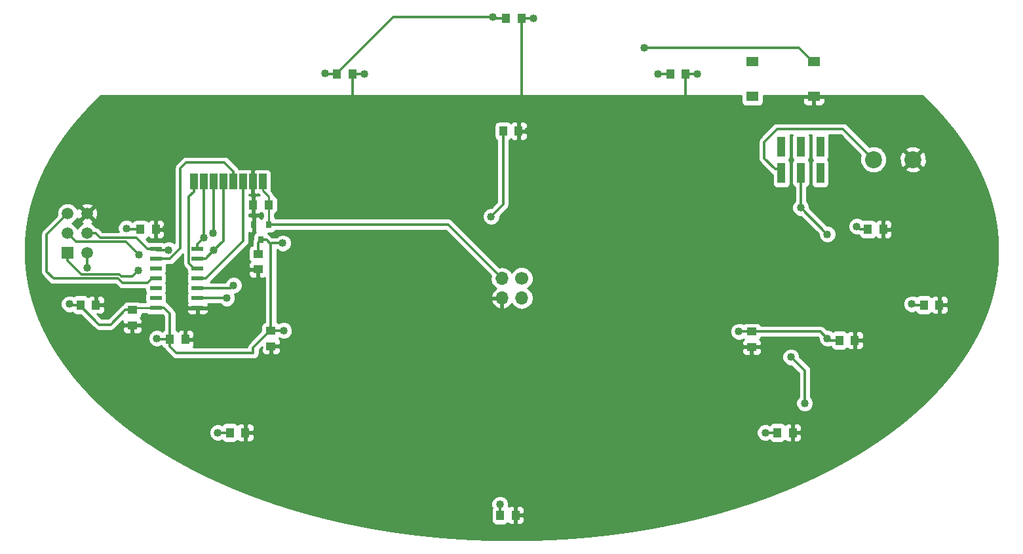
<source format=gbl>
G04 #@! TF.FileFunction,Copper,L2,Bot,Signal*
%FSLAX46Y46*%
G04 Gerber Fmt 4.6, Leading zero omitted, Abs format (unit mm)*
G04 Created by KiCad (PCBNEW 4.0.7) date 06/01/18 20:23:33*
%MOMM*%
%LPD*%
G01*
G04 APERTURE LIST*
%ADD10C,0.100000*%
%ADD11R,1.000000X2.600000*%
%ADD12R,1.000000X2.000000*%
%ADD13R,1.550000X1.300000*%
%ADD14C,1.500000*%
%ADD15R,1.500000X1.500000*%
%ADD16R,0.800000X0.900000*%
%ADD17R,1.500000X0.600000*%
%ADD18R,1.000000X1.250000*%
%ADD19R,1.250000X1.000000*%
%ADD20C,2.200000*%
%ADD21C,1.700000*%
%ADD22O,1.700000X1.700000*%
%ADD23C,1.016000*%
%ADD24C,0.304800*%
%ADD25C,0.250000*%
%ADD26C,0.254000*%
G04 APERTURE END LIST*
D10*
D11*
X186984000Y-74782000D03*
X189484000Y-74782000D03*
X191984000Y-74782000D03*
X191984000Y-71382000D03*
X189484000Y-71382000D03*
X186984000Y-71382000D03*
D12*
X119970000Y-75883000D03*
X118700000Y-75883000D03*
X117430000Y-75883000D03*
X116160000Y-75883000D03*
X114890000Y-75883000D03*
X113620000Y-75883000D03*
X112350000Y-75883000D03*
X111080000Y-75883000D03*
D13*
X191173000Y-60361000D03*
X183223000Y-60361000D03*
X191173000Y-64861000D03*
X183223000Y-64861000D03*
D14*
X97282000Y-80010000D03*
X94742000Y-80010000D03*
X97282000Y-82550000D03*
X94742000Y-82550000D03*
X97282000Y-85090000D03*
D15*
X94742000Y-85090000D03*
D16*
X118811000Y-81423000D03*
X120711000Y-81423000D03*
X119761000Y-83423000D03*
D17*
X106139000Y-92202000D03*
X106139000Y-90932000D03*
X106139000Y-89662000D03*
X106139000Y-88392000D03*
X106139000Y-87122000D03*
X106139000Y-85852000D03*
X106139000Y-84582000D03*
X111539000Y-84582000D03*
X111539000Y-85852000D03*
X111539000Y-87122000D03*
X111539000Y-88392000D03*
X111539000Y-89662000D03*
X111539000Y-90932000D03*
X111539000Y-92202000D03*
D18*
X205391000Y-91821000D03*
X207391000Y-91821000D03*
X198152000Y-82042000D03*
X200152000Y-82042000D03*
X194469000Y-96393000D03*
X196469000Y-96393000D03*
D19*
X183134000Y-95266000D03*
X183134000Y-97266000D03*
D18*
X151019000Y-69342000D03*
X153019000Y-69342000D03*
D19*
X121031000Y-95155000D03*
X121031000Y-97155000D03*
D18*
X107982000Y-96266000D03*
X109982000Y-96266000D03*
X104172000Y-82042000D03*
X106172000Y-82042000D03*
X96425000Y-91821000D03*
X98425000Y-91821000D03*
X115713000Y-108331000D03*
X117713000Y-108331000D03*
X150638000Y-118999000D03*
X152638000Y-118999000D03*
X186452000Y-108331000D03*
X188452000Y-108331000D03*
X172609000Y-61976000D03*
X174609000Y-61976000D03*
X151400000Y-54737000D03*
X153400000Y-54737000D03*
X129556000Y-61976000D03*
X131556000Y-61976000D03*
X120745000Y-78867000D03*
X118745000Y-78867000D03*
D19*
X119380000Y-85233000D03*
X119380000Y-87233000D03*
X103124000Y-92472000D03*
X103124000Y-94472000D03*
D20*
X198882000Y-73025000D03*
X203962000Y-73025000D03*
D21*
X153416000Y-88392000D03*
D22*
X153416000Y-90932000D03*
X150876000Y-88392000D03*
X150876000Y-90932000D03*
D23*
X154305000Y-69342000D03*
X154559000Y-80391000D03*
X154940000Y-54737000D03*
X119253000Y-108331000D03*
X154178000Y-118999000D03*
X189992000Y-108331000D03*
X176149000Y-61976000D03*
X133096000Y-61976000D03*
X119380000Y-88900000D03*
X100203000Y-91821000D03*
X103124000Y-95885000D03*
X130175000Y-97663000D03*
X208915000Y-91821000D03*
X107442000Y-82042000D03*
X111379000Y-96266000D03*
X122555000Y-97155000D03*
X181610000Y-97282000D03*
X197866000Y-96393000D03*
X201549000Y-82042000D03*
X149479000Y-80391000D03*
X149733000Y-54622739D03*
X122555000Y-83820000D03*
X114173000Y-108331000D03*
X150622000Y-117602000D03*
X184912000Y-108331000D03*
X171069000Y-61976000D03*
X128016000Y-61849000D03*
X97282000Y-86995000D03*
X189484000Y-79248000D03*
X192913000Y-82677000D03*
X203835000Y-91694000D03*
X102362000Y-81915000D03*
X94996000Y-91694000D03*
X106299000Y-96139000D03*
X122682000Y-95123000D03*
X181483000Y-95250000D03*
X192913000Y-96139000D03*
X196723000Y-81661000D03*
X116205000Y-89281000D03*
X189992000Y-104521000D03*
X188214000Y-98552000D03*
X169291000Y-58547000D03*
X115316000Y-90932000D03*
X107823000Y-84719772D03*
X113538000Y-82550000D03*
X112350000Y-83166200D03*
X103886000Y-87376000D03*
X113665000Y-84780800D03*
X104013000Y-85344000D03*
D24*
X183223000Y-64861000D02*
X183098000Y-64861000D01*
X186984000Y-74282000D02*
X186179200Y-74282000D01*
X186179200Y-74282000D02*
X184785000Y-72887800D01*
X184785000Y-72887800D02*
X184785000Y-70739000D01*
X184785000Y-70739000D02*
X186436000Y-69088000D01*
X194945000Y-69088000D02*
X198882000Y-73025000D01*
X186436000Y-69088000D02*
X194945000Y-69088000D01*
X153019000Y-69342000D02*
X154305000Y-69342000D01*
X153400000Y-54737000D02*
X153400000Y-65262000D01*
X153400000Y-54737000D02*
X154940000Y-54737000D01*
X174609000Y-61976000D02*
X174609000Y-65516000D01*
X131556000Y-61976000D02*
X131572000Y-65278000D01*
X131556000Y-65135000D02*
X131572000Y-65151000D01*
X131572000Y-65151000D02*
X131572000Y-65278000D01*
X117713000Y-108331000D02*
X119253000Y-108331000D01*
X152638000Y-118999000D02*
X154178000Y-118999000D01*
X188452000Y-108331000D02*
X189992000Y-108331000D01*
X174609000Y-61976000D02*
X176149000Y-61976000D01*
X131556000Y-61976000D02*
X133096000Y-61976000D01*
X119380000Y-87233000D02*
X119380000Y-88900000D01*
X100203000Y-91821000D02*
X98425000Y-91821000D01*
X103124000Y-94472000D02*
X103124000Y-95885000D01*
X207391000Y-91821000D02*
X208915000Y-91821000D01*
X106172000Y-82042000D02*
X107442000Y-82042000D01*
X109982000Y-96266000D02*
X111379000Y-96266000D01*
X121031000Y-97155000D02*
X122555000Y-97155000D01*
X183134000Y-97266000D02*
X181626000Y-97266000D01*
X181626000Y-97266000D02*
X181610000Y-97282000D01*
X196469000Y-96393000D02*
X197866000Y-96393000D01*
X200152000Y-82042000D02*
X201549000Y-82042000D01*
X151019000Y-69342000D02*
X151019000Y-78851000D01*
X151019000Y-78851000D02*
X149479000Y-80391000D01*
X129556000Y-61976000D02*
X129556000Y-61851000D01*
X136784261Y-54622739D02*
X149014580Y-54622739D01*
X129556000Y-61851000D02*
X136784261Y-54622739D01*
X149014580Y-54622739D02*
X149733000Y-54622739D01*
X151400000Y-54737000D02*
X149847261Y-54737000D01*
X149847261Y-54737000D02*
X149733000Y-54622739D01*
X122555000Y-83820000D02*
X121199200Y-83820000D01*
X121199200Y-83820000D02*
X121031000Y-83988200D01*
X115713000Y-108331000D02*
X114173000Y-108331000D01*
X150638000Y-118999000D02*
X150638000Y-117618000D01*
X150638000Y-117618000D02*
X150622000Y-117602000D01*
X186452000Y-108331000D02*
X184912000Y-108331000D01*
X172609000Y-61976000D02*
X171069000Y-61976000D01*
X129556000Y-61976000D02*
X128143000Y-61976000D01*
X128143000Y-61976000D02*
X128016000Y-61849000D01*
X119380000Y-85233000D02*
X119380000Y-83804000D01*
X119380000Y-83804000D02*
X119761000Y-83423000D01*
X97282000Y-85090000D02*
X97282000Y-86995000D01*
X100305200Y-94361000D02*
X98840000Y-94361000D01*
X98840000Y-94361000D02*
X96425000Y-91946000D01*
X96425000Y-91946000D02*
X96425000Y-91821000D01*
X103124000Y-92472000D02*
X102194200Y-92472000D01*
X102194200Y-92472000D02*
X100305200Y-94361000D01*
X106139000Y-92202000D02*
X107193800Y-92202000D01*
X107193800Y-92202000D02*
X107982000Y-92990200D01*
X107982000Y-92990200D02*
X107982000Y-95336200D01*
X107982000Y-95336200D02*
X107982000Y-96266000D01*
X107982000Y-96266000D02*
X107982000Y-97195800D01*
X107982000Y-97195800D02*
X108830200Y-98044000D01*
X118729000Y-98044000D02*
X118729000Y-97332000D01*
X108830200Y-98044000D02*
X118729000Y-98044000D01*
X121031000Y-95155000D02*
X121031000Y-83988200D01*
X121031000Y-83988200D02*
X120465800Y-83423000D01*
X120465800Y-83423000D02*
X119761000Y-83423000D01*
X118729000Y-97332000D02*
X120906000Y-95155000D01*
X120906000Y-95155000D02*
X121031000Y-95155000D01*
X183134000Y-95266000D02*
X192040000Y-95266000D01*
X192040000Y-95266000D02*
X192913000Y-96139000D01*
X189484000Y-74282000D02*
X189484000Y-79248000D01*
X189484000Y-79248000D02*
X192913000Y-82677000D01*
X205391000Y-91821000D02*
X203962000Y-91821000D01*
X203962000Y-91821000D02*
X203835000Y-91694000D01*
X104172000Y-82042000D02*
X102489000Y-82042000D01*
X102489000Y-82042000D02*
X102362000Y-81915000D01*
X96425000Y-91821000D02*
X95123000Y-91821000D01*
X95123000Y-91821000D02*
X94996000Y-91694000D01*
X107982000Y-96266000D02*
X106426000Y-96266000D01*
X106426000Y-96266000D02*
X106299000Y-96139000D01*
X121031000Y-95155000D02*
X122650000Y-95155000D01*
X122650000Y-95155000D02*
X122682000Y-95123000D01*
X183134000Y-95266000D02*
X181499000Y-95266000D01*
X181499000Y-95266000D02*
X181483000Y-95250000D01*
X194469000Y-96393000D02*
X193167000Y-96393000D01*
X193167000Y-96393000D02*
X192913000Y-96139000D01*
X198152000Y-82042000D02*
X197104000Y-82042000D01*
X197104000Y-82042000D02*
X196723000Y-81661000D01*
D25*
X106139000Y-92202000D02*
X103394000Y-92202000D01*
X103394000Y-92202000D02*
X103124000Y-92472000D01*
X119745000Y-83407000D02*
X119761000Y-83423000D01*
D24*
X120711000Y-81423000D02*
X143907000Y-81423000D01*
X143907000Y-81423000D02*
X150876000Y-88392000D01*
D25*
X120711000Y-81423000D02*
X120711000Y-78901000D01*
X120711000Y-78901000D02*
X120745000Y-78867000D01*
X120745000Y-78867000D02*
X120745000Y-77819000D01*
X120745000Y-77819000D02*
X119970000Y-77044000D01*
X119970000Y-77044000D02*
X119970000Y-75883000D01*
D24*
X111539000Y-89662000D02*
X115824000Y-89662000D01*
X115824000Y-89662000D02*
X116205000Y-89281000D01*
X188214000Y-98552000D02*
X189992000Y-100330000D01*
X189992000Y-100330000D02*
X189992000Y-104521000D01*
X169291000Y-58547000D02*
X189234000Y-58547000D01*
X189234000Y-58547000D02*
X191048000Y-60361000D01*
X191048000Y-60361000D02*
X191173000Y-60361000D01*
X111539000Y-90932000D02*
X115316000Y-90932000D01*
X105689000Y-88392000D02*
X105084200Y-88996800D01*
X93992001Y-80759999D02*
X94742000Y-80010000D01*
X101263694Y-88392000D02*
X92964000Y-88392000D01*
X92964000Y-88392000D02*
X92075000Y-87503000D01*
X92075000Y-82677000D02*
X93992001Y-80759999D01*
X92075000Y-87503000D02*
X92075000Y-82677000D01*
X101868494Y-88996800D02*
X101263694Y-88392000D01*
X106139000Y-88392000D02*
X105689000Y-88392000D01*
X105084200Y-88996800D02*
X101868494Y-88996800D01*
X106139000Y-85852000D02*
X107950000Y-85852000D01*
X114987800Y-73406000D02*
X116160000Y-74578200D01*
X107950000Y-85852000D02*
X109347000Y-84455000D01*
X109347000Y-84455000D02*
X109347000Y-74168000D01*
X109347000Y-74168000D02*
X110109000Y-73406000D01*
X110109000Y-73406000D02*
X114987800Y-73406000D01*
X116160000Y-74578200D02*
X116160000Y-75883000D01*
X98342660Y-82550000D02*
X97282000Y-82550000D01*
X103649790Y-83147590D02*
X98940250Y-83147590D01*
X106139000Y-84582000D02*
X105084200Y-84582000D01*
X105084200Y-84582000D02*
X103649790Y-83147590D01*
X98940250Y-83147590D02*
X98342660Y-82550000D01*
X107823000Y-84719772D02*
X106276772Y-84719772D01*
X106276772Y-84719772D02*
X106139000Y-84582000D01*
X113620000Y-75883000D02*
X113620000Y-82468000D01*
X113620000Y-82468000D02*
X113538000Y-82550000D01*
X103378001Y-87883999D02*
X103886000Y-87376000D01*
X103152598Y-88109402D02*
X103378001Y-87883999D01*
X94742000Y-85090000D02*
X94742000Y-86144800D01*
X94742000Y-86144800D02*
X96481200Y-87884000D01*
X96481200Y-87884000D02*
X101469604Y-87884000D01*
X101469604Y-87884000D02*
X101695006Y-88109402D01*
X101695006Y-88109402D02*
X103152598Y-88109402D01*
X111539000Y-84582000D02*
X111539000Y-83977200D01*
X111539000Y-83977200D02*
X112350000Y-83166200D01*
X112350000Y-83166200D02*
X112350000Y-77187800D01*
X112350000Y-77187800D02*
X112350000Y-75883000D01*
X113665000Y-84780800D02*
X114890000Y-83555800D01*
X112593800Y-85852000D02*
X113665000Y-84780800D01*
X95844401Y-83652401D02*
X102321401Y-83652401D01*
X94742000Y-82550000D02*
X95844401Y-83652401D01*
X102321401Y-83652401D02*
X104013000Y-85344000D01*
X111539000Y-85852000D02*
X112593800Y-85852000D01*
X114890000Y-83555800D02*
X114890000Y-77187800D01*
X114890000Y-77187800D02*
X114890000Y-75883000D01*
X111539000Y-87122000D02*
X111089000Y-87122000D01*
X111089000Y-87122000D02*
X110436599Y-86469599D01*
X110436599Y-86469599D02*
X110436599Y-77831201D01*
X110436599Y-77831201D02*
X111080000Y-77187800D01*
X111080000Y-77187800D02*
X111080000Y-75883000D01*
X112593800Y-88392000D02*
X117430000Y-83555800D01*
X117430000Y-77187800D02*
X117430000Y-75883000D01*
X117430000Y-83555800D02*
X117430000Y-77187800D01*
X111539000Y-88392000D02*
X112593800Y-88392000D01*
D26*
G36*
X181800560Y-65511000D02*
X181844838Y-65746317D01*
X181983910Y-65962441D01*
X182196110Y-66107431D01*
X182448000Y-66158440D01*
X183998000Y-66158440D01*
X184233317Y-66114162D01*
X184449441Y-65975090D01*
X184594431Y-65762890D01*
X184645440Y-65511000D01*
X184645440Y-65146750D01*
X189763000Y-65146750D01*
X189763000Y-65637310D01*
X189859673Y-65870699D01*
X190038302Y-66049327D01*
X190271691Y-66146000D01*
X190887250Y-66146000D01*
X191046000Y-65987250D01*
X191046000Y-64988000D01*
X191300000Y-64988000D01*
X191300000Y-65987250D01*
X191458750Y-66146000D01*
X192074309Y-66146000D01*
X192307698Y-66049327D01*
X192486327Y-65870699D01*
X192583000Y-65637310D01*
X192583000Y-65146750D01*
X192424250Y-64988000D01*
X191300000Y-64988000D01*
X191046000Y-64988000D01*
X189921750Y-64988000D01*
X189763000Y-65146750D01*
X184645440Y-65146750D01*
X184645440Y-64770000D01*
X205156723Y-64770000D01*
X205172083Y-64784396D01*
X205172084Y-64784398D01*
X205197434Y-64808193D01*
X205197435Y-64808194D01*
X205222816Y-64832060D01*
X205248534Y-64856280D01*
X205273424Y-64879759D01*
X205298690Y-64903631D01*
X205324290Y-64927858D01*
X205349477Y-64951733D01*
X205374304Y-64975306D01*
X205374305Y-64975308D01*
X205399455Y-64999226D01*
X205399456Y-64999227D01*
X205424765Y-65023336D01*
X205449638Y-65047069D01*
X205474709Y-65071032D01*
X205500053Y-65095295D01*
X205524724Y-65118954D01*
X205549697Y-65142941D01*
X205574611Y-65166911D01*
X205599864Y-65191250D01*
X205624721Y-65215247D01*
X205649585Y-65239293D01*
X205674147Y-65263087D01*
X205699235Y-65287430D01*
X205699237Y-65287432D01*
X205723933Y-65311436D01*
X205748686Y-65335537D01*
X205772954Y-65359206D01*
X205798007Y-65383682D01*
X205822220Y-65407379D01*
X205847082Y-65431752D01*
X205871685Y-65455916D01*
X205895884Y-65479723D01*
X205895885Y-65479724D01*
X205920426Y-65503908D01*
X205945284Y-65528445D01*
X205969694Y-65552577D01*
X205994202Y-65576846D01*
X206018159Y-65600612D01*
X206042860Y-65625156D01*
X206067210Y-65649396D01*
X206091130Y-65673247D01*
X206115390Y-65697479D01*
X206139628Y-65721732D01*
X206139629Y-65721733D01*
X206163830Y-65745989D01*
X206188010Y-65770267D01*
X206212571Y-65794971D01*
X206212574Y-65794973D01*
X206236260Y-65818836D01*
X206236260Y-65818837D01*
X206260761Y-65843566D01*
X206260763Y-65843567D01*
X206284830Y-65867900D01*
X206284832Y-65867901D01*
X206308437Y-65891808D01*
X206308438Y-65891809D01*
X206332437Y-65916156D01*
X206356396Y-65940504D01*
X206380746Y-65965293D01*
X206404629Y-65989647D01*
X206428122Y-66013646D01*
X206451968Y-66038047D01*
X206451969Y-66038049D01*
X206475855Y-66062532D01*
X206499564Y-66086877D01*
X206499565Y-66086878D01*
X206523341Y-66111334D01*
X206523341Y-66111335D01*
X206547049Y-66135761D01*
X206570763Y-66160237D01*
X206570764Y-66160239D01*
X206594842Y-66185133D01*
X206618150Y-66209273D01*
X206641888Y-66233901D01*
X206665352Y-66258287D01*
X206688790Y-66282687D01*
X206688791Y-66282688D01*
X206712512Y-66307426D01*
X206735788Y-66331743D01*
X206735789Y-66331744D01*
X206759654Y-66356719D01*
X206782667Y-66380846D01*
X206806042Y-66405393D01*
X206829760Y-66430346D01*
X206852803Y-66454631D01*
X206876032Y-66479155D01*
X206876033Y-66479156D01*
X206899305Y-66503768D01*
X206899306Y-66503770D01*
X206922537Y-66528382D01*
X206922539Y-66528385D01*
X206946161Y-66553456D01*
X206968913Y-66577648D01*
X206992063Y-66602307D01*
X207015593Y-66627415D01*
X207038252Y-66651637D01*
X207061310Y-66676330D01*
X207084318Y-66701011D01*
X207084318Y-66701012D01*
X207107535Y-66725964D01*
X207130680Y-66750885D01*
X207153183Y-66775156D01*
X207176094Y-66799913D01*
X207176094Y-66799914D01*
X207199323Y-66825059D01*
X207222107Y-66849768D01*
X207244572Y-66874177D01*
X207244573Y-66874178D01*
X207267759Y-66899414D01*
X207290102Y-66923778D01*
X207313062Y-66948859D01*
X207335579Y-66973502D01*
X207358078Y-66998171D01*
X207358079Y-66998172D01*
X207381047Y-67023401D01*
X207403251Y-67047836D01*
X207425816Y-67072712D01*
X207448409Y-67097664D01*
X207448410Y-67097665D01*
X207470881Y-67122519D01*
X207470882Y-67122520D01*
X207493352Y-67147419D01*
X207516119Y-67172693D01*
X207538191Y-67197241D01*
X207560550Y-67222152D01*
X207582887Y-67247086D01*
X207582888Y-67247087D01*
X207605612Y-67272499D01*
X207605615Y-67272501D01*
X207627481Y-67296998D01*
X207627481Y-67296999D01*
X207649717Y-67321955D01*
X207672347Y-67347402D01*
X207672349Y-67347404D01*
X207694115Y-67371922D01*
X207716286Y-67396945D01*
X207738398Y-67421945D01*
X207760790Y-67447310D01*
X207782563Y-67472019D01*
X207782564Y-67472021D01*
X207804583Y-67497053D01*
X207826570Y-67522096D01*
X207848869Y-67547543D01*
X207870508Y-67572283D01*
X207892630Y-67597621D01*
X207914673Y-67622916D01*
X207914675Y-67622918D01*
X207936087Y-67647534D01*
X207957902Y-67672661D01*
X207979678Y-67697789D01*
X208001837Y-67723407D01*
X208023139Y-67748079D01*
X208023141Y-67748083D01*
X208045183Y-67773660D01*
X208066468Y-67798407D01*
X208088499Y-67824068D01*
X208109666Y-67848770D01*
X208131218Y-67873966D01*
X208131218Y-67873967D01*
X208152749Y-67899188D01*
X208174643Y-67924881D01*
X208195740Y-67949682D01*
X208217508Y-67975320D01*
X208238998Y-68000677D01*
X208239000Y-68000679D01*
X208259986Y-68025484D01*
X208259987Y-68025486D01*
X208281346Y-68050778D01*
X208281347Y-68050781D01*
X208303071Y-68076554D01*
X208324352Y-68101850D01*
X208324355Y-68101852D01*
X208345211Y-68126688D01*
X208366441Y-68152015D01*
X208387981Y-68177762D01*
X208409147Y-68203108D01*
X208430232Y-68228405D01*
X208451229Y-68253645D01*
X208472098Y-68278778D01*
X208493121Y-68304144D01*
X208514419Y-68329892D01*
X208535095Y-68354937D01*
X208556400Y-68380792D01*
X208576921Y-68405746D01*
X208598192Y-68431661D01*
X208618617Y-68456594D01*
X208639832Y-68482542D01*
X208660593Y-68507986D01*
X208681330Y-68533449D01*
X208702015Y-68558901D01*
X208702017Y-68558903D01*
X208722353Y-68583974D01*
X208743275Y-68609819D01*
X208763610Y-68634992D01*
X208784188Y-68660514D01*
X208804574Y-68685849D01*
X208825488Y-68711890D01*
X208845898Y-68737344D01*
X208866369Y-68762925D01*
X208886523Y-68788157D01*
X208907290Y-68814206D01*
X208927454Y-68839551D01*
X208947610Y-68864932D01*
X208967906Y-68890539D01*
X208988181Y-68916170D01*
X209008782Y-68942263D01*
X209028976Y-68967893D01*
X209048784Y-68993080D01*
X209068934Y-69018754D01*
X209089315Y-69044773D01*
X209109120Y-69070106D01*
X209109120Y-69070107D01*
X209129412Y-69096115D01*
X209149509Y-69121926D01*
X209169509Y-69147663D01*
X209189103Y-69172927D01*
X209189104Y-69172928D01*
X209209388Y-69199134D01*
X209229263Y-69224865D01*
X209248743Y-69250135D01*
X209268967Y-69276424D01*
X209288765Y-69302210D01*
X209308099Y-69327443D01*
X209327814Y-69353226D01*
X209327815Y-69353227D01*
X209347495Y-69379017D01*
X209367160Y-69404839D01*
X209367161Y-69404842D01*
X209387190Y-69431195D01*
X209406350Y-69456459D01*
X209406351Y-69456462D01*
X209426247Y-69482750D01*
X209445457Y-69508184D01*
X209445457Y-69508185D01*
X209464972Y-69534072D01*
X209484426Y-69559928D01*
X209503831Y-69585772D01*
X209523514Y-69612043D01*
X209542586Y-69637551D01*
X209542587Y-69637553D01*
X209561917Y-69663459D01*
X209581515Y-69689780D01*
X209600485Y-69715312D01*
X209619694Y-69741219D01*
X209638872Y-69767136D01*
X209658042Y-69793101D01*
X209658043Y-69793102D01*
X209677182Y-69819077D01*
X209677183Y-69819078D01*
X209696689Y-69845606D01*
X209715346Y-69871033D01*
X209734768Y-69897558D01*
X209753386Y-69923040D01*
X209772636Y-69949441D01*
X209791304Y-69975096D01*
X209791305Y-69975098D01*
X209810226Y-70001155D01*
X209829082Y-70027179D01*
X209847928Y-70053243D01*
X209866737Y-70079310D01*
X209885913Y-70105942D01*
X209885915Y-70105943D01*
X209904261Y-70131477D01*
X209904261Y-70131478D01*
X209922981Y-70157586D01*
X209941644Y-70183667D01*
X209960492Y-70210066D01*
X209978918Y-70235926D01*
X209997499Y-70262059D01*
X210016443Y-70288759D01*
X210016445Y-70288761D01*
X210034573Y-70314364D01*
X210034573Y-70314365D01*
X210053391Y-70340999D01*
X210071758Y-70367053D01*
X210089850Y-70392777D01*
X210089850Y-70392778D01*
X210108234Y-70418973D01*
X210126575Y-70445163D01*
X210145286Y-70471940D01*
X210163436Y-70497969D01*
X210181496Y-70523923D01*
X210199649Y-70550069D01*
X210218051Y-70576632D01*
X210235992Y-70602582D01*
X210235993Y-70602583D01*
X210254118Y-70628858D01*
X210272243Y-70655189D01*
X210290425Y-70681659D01*
X210308291Y-70707727D01*
X210308292Y-70707728D01*
X210326285Y-70734036D01*
X210344635Y-70760926D01*
X210362172Y-70786678D01*
X210362173Y-70786680D01*
X210380078Y-70813030D01*
X210380078Y-70813031D01*
X210397941Y-70839377D01*
X210416153Y-70866297D01*
X210433576Y-70892105D01*
X210451334Y-70918467D01*
X210469431Y-70945393D01*
X210487115Y-70971760D01*
X210504793Y-70998179D01*
X210522374Y-71024506D01*
X210539700Y-71050510D01*
X210557347Y-71077052D01*
X210574807Y-71103371D01*
X210592318Y-71129825D01*
X210610175Y-71156861D01*
X210627197Y-71182688D01*
X210627197Y-71182689D01*
X210644872Y-71209573D01*
X210661930Y-71235585D01*
X210679255Y-71262060D01*
X210696559Y-71288564D01*
X210713837Y-71315087D01*
X210713838Y-71315088D01*
X210731060Y-71341581D01*
X210748274Y-71368125D01*
X210765792Y-71395198D01*
X210782577Y-71421195D01*
X210799687Y-71447757D01*
X210817139Y-71474912D01*
X210834083Y-71501338D01*
X210851055Y-71527867D01*
X210868107Y-71554581D01*
X210884693Y-71580626D01*
X210884693Y-71580627D01*
X210901740Y-71607459D01*
X210918474Y-71633858D01*
X210935694Y-71661087D01*
X210952483Y-71687698D01*
X210968870Y-71713732D01*
X210968871Y-71713734D01*
X210985989Y-71740993D01*
X211002535Y-71767402D01*
X211019223Y-71794103D01*
X211035583Y-71820342D01*
X211052179Y-71847021D01*
X211068747Y-71873720D01*
X211085257Y-71900386D01*
X211101756Y-71927102D01*
X211118206Y-71953801D01*
X211134676Y-71980598D01*
X211151008Y-72007235D01*
X211167407Y-72034047D01*
X211167408Y-72034048D01*
X211184115Y-72061422D01*
X211200315Y-72088025D01*
X211216637Y-72114892D01*
X211232542Y-72141135D01*
X211248740Y-72167928D01*
X211264899Y-72194721D01*
X211281031Y-72221534D01*
X211297117Y-72248336D01*
X211313168Y-72275145D01*
X211313168Y-72275146D01*
X211329204Y-72301998D01*
X211345183Y-72328818D01*
X211361463Y-72356212D01*
X211377066Y-72382530D01*
X211393331Y-72410037D01*
X211408816Y-72436284D01*
X211425014Y-72463811D01*
X211440555Y-72490286D01*
X211456190Y-72516986D01*
X211472042Y-72544125D01*
X211487734Y-72571056D01*
X211503253Y-72597758D01*
X211518869Y-72624693D01*
X211518870Y-72624695D01*
X211534599Y-72651893D01*
X211550143Y-72678838D01*
X211565530Y-72705578D01*
X211565531Y-72705580D01*
X211581013Y-72732551D01*
X211596463Y-72759536D01*
X211596463Y-72759537D01*
X211612248Y-72787177D01*
X211627642Y-72814198D01*
X211642758Y-72840801D01*
X211658167Y-72867987D01*
X211673190Y-72894560D01*
X211688413Y-72921557D01*
X211703641Y-72948637D01*
X211718831Y-72975715D01*
X211734343Y-73003437D01*
X211749104Y-73029885D01*
X211764185Y-73056972D01*
X211779482Y-73084520D01*
X211794545Y-73111713D01*
X211809244Y-73138316D01*
X211824191Y-73165439D01*
X211839106Y-73192572D01*
X211854042Y-73219813D01*
X211868837Y-73246867D01*
X211883874Y-73274435D01*
X211898776Y-73301830D01*
X211913169Y-73328355D01*
X211928041Y-73355834D01*
X211942551Y-73382717D01*
X211942552Y-73382719D01*
X211957195Y-73409919D01*
X211971846Y-73437206D01*
X211986722Y-73464986D01*
X212000902Y-73491538D01*
X212000903Y-73491540D01*
X212015390Y-73518737D01*
X212030034Y-73546307D01*
X212044291Y-73573217D01*
X212044291Y-73573218D01*
X212059009Y-73601075D01*
X212073145Y-73627903D01*
X212087702Y-73655607D01*
X212101659Y-73682242D01*
X212116270Y-73710200D01*
X212130121Y-73736777D01*
X212144307Y-73764073D01*
X212144307Y-73764074D01*
X212158615Y-73791682D01*
X212172928Y-73819373D01*
X212186929Y-73846533D01*
X212200735Y-73873387D01*
X212200735Y-73873388D01*
X212214748Y-73900718D01*
X212228791Y-73928184D01*
X212242746Y-73955550D01*
X212256790Y-73983169D01*
X212270707Y-74010616D01*
X212284699Y-74038282D01*
X212298307Y-74065267D01*
X212312276Y-74093047D01*
X212325685Y-74119785D01*
X212339383Y-74147175D01*
X212353071Y-74174624D01*
X212353071Y-74174626D01*
X212367056Y-74202749D01*
X212380350Y-74229561D01*
X212394221Y-74257616D01*
X212407450Y-74284449D01*
X212420911Y-74311830D01*
X212434416Y-74339380D01*
X212448042Y-74367257D01*
X212461358Y-74394581D01*
X212474548Y-74421726D01*
X212487994Y-74449478D01*
X212501263Y-74476948D01*
X212514748Y-74504945D01*
X212527676Y-74531866D01*
X212541118Y-74559942D01*
X212554193Y-74587331D01*
X212567378Y-74615038D01*
X212580132Y-74641916D01*
X212593188Y-74669509D01*
X212606432Y-74697579D01*
X212619167Y-74724650D01*
X212632439Y-74752948D01*
X212645317Y-74780488D01*
X212658053Y-74807807D01*
X212670711Y-74835037D01*
X212683524Y-74862687D01*
X212696375Y-74890500D01*
X212709019Y-74917947D01*
X212709019Y-74917949D01*
X212721847Y-74945882D01*
X212734381Y-74973258D01*
X212747246Y-75001444D01*
X212759603Y-75028600D01*
X212772253Y-75056485D01*
X212784774Y-75084169D01*
X212797169Y-75111661D01*
X212809632Y-75139388D01*
X212822044Y-75167088D01*
X212834638Y-75195283D01*
X212846775Y-75222539D01*
X212859097Y-75250298D01*
X212871369Y-75278030D01*
X212883705Y-75305996D01*
X212895822Y-75333552D01*
X212908083Y-75361524D01*
X212920134Y-75389103D01*
X212932555Y-75417622D01*
X212944297Y-75444667D01*
X212956328Y-75472467D01*
X212956328Y-75472468D01*
X212968640Y-75501010D01*
X212980374Y-75528300D01*
X212992235Y-75555971D01*
X213004114Y-75583776D01*
X213016045Y-75611789D01*
X213027793Y-75639465D01*
X213039580Y-75667320D01*
X213039580Y-75667321D01*
X213051329Y-75695174D01*
X213051329Y-75695176D01*
X213063263Y-75723564D01*
X213074730Y-75750930D01*
X213086686Y-75779558D01*
X213098259Y-75807360D01*
X213109825Y-75835238D01*
X213121186Y-75862712D01*
X213132619Y-75890451D01*
X213144092Y-75918381D01*
X213155834Y-75947061D01*
X213166916Y-75974220D01*
X213166916Y-75974222D01*
X213178584Y-76002917D01*
X213189618Y-76030143D01*
X213200983Y-76058283D01*
X213212355Y-76086535D01*
X213223653Y-76114704D01*
X213234791Y-76142568D01*
X213245798Y-76170201D01*
X213256916Y-76198206D01*
X213267908Y-76225992D01*
X213267908Y-76225994D01*
X213278940Y-76253976D01*
X213290100Y-76282390D01*
X213300914Y-76310015D01*
X213312045Y-76338556D01*
X213322744Y-76366084D01*
X213333683Y-76394332D01*
X213344443Y-76422216D01*
X213355527Y-76451040D01*
X213365994Y-76478352D01*
X213376722Y-76506449D01*
X213387399Y-76534507D01*
X213398178Y-76562942D01*
X213408721Y-76590854D01*
X213419243Y-76618812D01*
X213430075Y-76647700D01*
X213440288Y-76675037D01*
X213450769Y-76703196D01*
X213461201Y-76731324D01*
X213471749Y-76759872D01*
X213482234Y-76788359D01*
X213492290Y-76815778D01*
X213502867Y-76844730D01*
X213512845Y-76872142D01*
X213523062Y-76900319D01*
X213533529Y-76929296D01*
X213543393Y-76956704D01*
X213553512Y-76984932D01*
X213563588Y-77013147D01*
X213573879Y-77042074D01*
X213583843Y-77070195D01*
X213593659Y-77098002D01*
X213603528Y-77126069D01*
X213613596Y-77154817D01*
X213623354Y-77182786D01*
X213633182Y-77211069D01*
X213642908Y-77239167D01*
X213652897Y-77268141D01*
X213662350Y-77295671D01*
X213672296Y-77324754D01*
X213682005Y-77353230D01*
X213691434Y-77380994D01*
X213700927Y-77409056D01*
X213710674Y-77437991D01*
X213720127Y-77466169D01*
X213729511Y-77494262D01*
X213738844Y-77522313D01*
X213738844Y-77522314D01*
X213748501Y-77551461D01*
X213757576Y-77578968D01*
X213757576Y-77578969D01*
X213767116Y-77608008D01*
X213776171Y-77635684D01*
X213785660Y-77664812D01*
X213794626Y-77692452D01*
X213803958Y-77721342D01*
X213813030Y-77749546D01*
X213822029Y-77777639D01*
X213831188Y-77806358D01*
X213840222Y-77834806D01*
X213849207Y-77863221D01*
X213858073Y-77891382D01*
X213867103Y-77920184D01*
X213876119Y-77949071D01*
X213884718Y-77976741D01*
X213893608Y-78005472D01*
X213902534Y-78034446D01*
X213911136Y-78062489D01*
X213919749Y-78090695D01*
X213928470Y-78119376D01*
X213937087Y-78147844D01*
X213945682Y-78176365D01*
X213954198Y-78204746D01*
X213962762Y-78233419D01*
X213971351Y-78262327D01*
X213979611Y-78290254D01*
X213988171Y-78319320D01*
X213996456Y-78347580D01*
X214004793Y-78376141D01*
X214013086Y-78404682D01*
X214021514Y-78433817D01*
X214029585Y-78461843D01*
X214037774Y-78490408D01*
X214046062Y-78519453D01*
X214054069Y-78547645D01*
X214062288Y-78576720D01*
X214070370Y-78605444D01*
X214078231Y-78633515D01*
X214086213Y-78662155D01*
X214094155Y-78690788D01*
X214102223Y-78720021D01*
X214110135Y-78748824D01*
X214117974Y-78777509D01*
X214125561Y-78805407D01*
X214133453Y-78834571D01*
X214141138Y-78863113D01*
X214148845Y-78891886D01*
X214156522Y-78920694D01*
X214163959Y-78948741D01*
X214171522Y-78977412D01*
X214179156Y-79006507D01*
X214186539Y-79034798D01*
X214194149Y-79064111D01*
X214201548Y-79092769D01*
X214208760Y-79120849D01*
X214216308Y-79150401D01*
X214223461Y-79178533D01*
X214230884Y-79207869D01*
X214237982Y-79236068D01*
X214245291Y-79265257D01*
X214252354Y-79293619D01*
X214259483Y-79322395D01*
X214266752Y-79351898D01*
X214273642Y-79380013D01*
X214280662Y-79408812D01*
X214287824Y-79438360D01*
X214294592Y-79466433D01*
X214301603Y-79495680D01*
X214308376Y-79524089D01*
X214315216Y-79552947D01*
X214322181Y-79582497D01*
X214328963Y-79611433D01*
X214335501Y-79639491D01*
X214342188Y-79668356D01*
X214348936Y-79697655D01*
X214355448Y-79726094D01*
X214362125Y-79755427D01*
X214368755Y-79784727D01*
X214375056Y-79812740D01*
X214375056Y-79812741D01*
X214381520Y-79841655D01*
X214388061Y-79871088D01*
X214394498Y-79900242D01*
X214400803Y-79928967D01*
X214407170Y-79958159D01*
X214413346Y-79986647D01*
X214419481Y-80015130D01*
X214425792Y-80044619D01*
X214431984Y-80073731D01*
X214437967Y-80102040D01*
X214444154Y-80131493D01*
X214450244Y-80160664D01*
X214456121Y-80189000D01*
X214462177Y-80218380D01*
X214468035Y-80246990D01*
X214473939Y-80276008D01*
X214479960Y-80305794D01*
X214485633Y-80334048D01*
X214491472Y-80363319D01*
X214497185Y-80392158D01*
X214503034Y-80421877D01*
X214508567Y-80450181D01*
X214514206Y-80479227D01*
X214519929Y-80508910D01*
X214525374Y-80537350D01*
X214530900Y-80566412D01*
X214536388Y-80595482D01*
X214542002Y-80625435D01*
X214547366Y-80654258D01*
X214552623Y-80682714D01*
X214558085Y-80712500D01*
X214563262Y-80740933D01*
X214568532Y-80770094D01*
X214573766Y-80799275D01*
X214578927Y-80828269D01*
X214584088Y-80857480D01*
X214589173Y-80886489D01*
X214594267Y-80915773D01*
X214599267Y-80944737D01*
X214604293Y-80974093D01*
X214609242Y-81003223D01*
X214614173Y-81032434D01*
X214619207Y-81062482D01*
X214623913Y-81090798D01*
X214628832Y-81120632D01*
X214633505Y-81149194D01*
X214638371Y-81179184D01*
X214642948Y-81207621D01*
X214642948Y-81207622D01*
X214647614Y-81236851D01*
X214652370Y-81266889D01*
X214656829Y-81295294D01*
X214661491Y-81325247D01*
X214665897Y-81353786D01*
X214670442Y-81383485D01*
X214674810Y-81412285D01*
X214679210Y-81441545D01*
X214683572Y-81470811D01*
X214688006Y-81500829D01*
X214692183Y-81529362D01*
X214696434Y-81558667D01*
X214700765Y-81588806D01*
X214704940Y-81618129D01*
X214708943Y-81646509D01*
X214708943Y-81646510D01*
X214713039Y-81675831D01*
X214717218Y-81706032D01*
X214721114Y-81734458D01*
X214725094Y-81763791D01*
X214729035Y-81793116D01*
X214732985Y-81822814D01*
X214736873Y-81852349D01*
X214740713Y-81881805D01*
X214744470Y-81910946D01*
X214748165Y-81939893D01*
X214751953Y-81969874D01*
X214755546Y-81998610D01*
X214759180Y-82027991D01*
X214762776Y-82057380D01*
X214766412Y-82087420D01*
X214769934Y-82116849D01*
X214773331Y-82145554D01*
X214776877Y-82175861D01*
X214780281Y-82205290D01*
X214783544Y-82233823D01*
X214786870Y-82263248D01*
X214790258Y-82293584D01*
X214793410Y-82322140D01*
X214793410Y-82322141D01*
X214796711Y-82352414D01*
X214799797Y-82381063D01*
X214802944Y-82410645D01*
X214806098Y-82440666D01*
X214809088Y-82469491D01*
X214812119Y-82499088D01*
X214815169Y-82529269D01*
X214818090Y-82558557D01*
X214820937Y-82587474D01*
X214823834Y-82617316D01*
X214826630Y-82646509D01*
X214829435Y-82676203D01*
X214832186Y-82705738D01*
X214834880Y-82735078D01*
X214837552Y-82764609D01*
X214840263Y-82795018D01*
X214842783Y-82823710D01*
X214842783Y-82823711D01*
X214845363Y-82853532D01*
X214847909Y-82883423D01*
X214850336Y-82912372D01*
X214850336Y-82912373D01*
X214852789Y-82942088D01*
X214855181Y-82971538D01*
X214857617Y-83002024D01*
X214859873Y-83030734D01*
X214862227Y-83061194D01*
X214864411Y-83089939D01*
X214866637Y-83119772D01*
X214868811Y-83149415D01*
X214870959Y-83179231D01*
X214873083Y-83209293D01*
X214875085Y-83238143D01*
X214877115Y-83267953D01*
X214879136Y-83298235D01*
X214881025Y-83327110D01*
X214882968Y-83357407D01*
X214884792Y-83386452D01*
X214886641Y-83416522D01*
X214888436Y-83446387D01*
X214890150Y-83475512D01*
X214890150Y-83475513D01*
X214891862Y-83505272D01*
X214893537Y-83535079D01*
X214895208Y-83565527D01*
X214896750Y-83594325D01*
X214898336Y-83624688D01*
X214899844Y-83654317D01*
X214901312Y-83683913D01*
X214902726Y-83713226D01*
X214904150Y-83743569D01*
X214905478Y-83772698D01*
X214905478Y-83772699D01*
X214906819Y-83802995D01*
X214908093Y-83832644D01*
X214909298Y-83861797D01*
X214910523Y-83892363D01*
X214911673Y-83922004D01*
X214912767Y-83951196D01*
X214912767Y-83951197D01*
X214913850Y-83981075D01*
X214914889Y-84010806D01*
X214915922Y-84041504D01*
X214916859Y-84070441D01*
X214917812Y-84101134D01*
X214918691Y-84130629D01*
X214919526Y-84159932D01*
X214920337Y-84189768D01*
X214921121Y-84220067D01*
X214921853Y-84249850D01*
X214922552Y-84279899D01*
X214923204Y-84309632D01*
X214923812Y-84339040D01*
X214924399Y-84369411D01*
X214924940Y-84399413D01*
X214925428Y-84428652D01*
X214925428Y-84428653D01*
X214925888Y-84458501D01*
X214926312Y-84488749D01*
X214926694Y-84518745D01*
X214927040Y-84549077D01*
X214927332Y-84578056D01*
X214927599Y-84608678D01*
X214927817Y-84638033D01*
X214928000Y-84668236D01*
X214928139Y-84697663D01*
X214928240Y-84727561D01*
X214928301Y-84758113D01*
X214928322Y-84787865D01*
X214928302Y-84817353D01*
X214928241Y-84848105D01*
X214928144Y-84877201D01*
X214928003Y-84907583D01*
X214927823Y-84937527D01*
X214927603Y-84967767D01*
X214927351Y-84996827D01*
X214927046Y-85027396D01*
X214926711Y-85057119D01*
X214926339Y-85086507D01*
X214926339Y-85086508D01*
X214925911Y-85117229D01*
X214925468Y-85146252D01*
X214924969Y-85176316D01*
X214924424Y-85206744D01*
X214923851Y-85236506D01*
X214923251Y-85265709D01*
X214922593Y-85295797D01*
X214921906Y-85325402D01*
X214921174Y-85355249D01*
X214920381Y-85385961D01*
X214919580Y-85415446D01*
X214918746Y-85444732D01*
X214917842Y-85475066D01*
X214916931Y-85504349D01*
X214915959Y-85534325D01*
X214914939Y-85564570D01*
X214913901Y-85594180D01*
X214912828Y-85623683D01*
X214911710Y-85653332D01*
X214910517Y-85683920D01*
X214909350Y-85712878D01*
X214909350Y-85712879D01*
X214908074Y-85743540D01*
X214906813Y-85773111D01*
X214905512Y-85802654D01*
X214904181Y-85831989D01*
X214902760Y-85862386D01*
X214901336Y-85891971D01*
X214899896Y-85921099D01*
X214898387Y-85950799D01*
X214896813Y-85980977D01*
X214895232Y-86010550D01*
X214893600Y-86040291D01*
X214891955Y-86069558D01*
X214890205Y-86099974D01*
X214888501Y-86128914D01*
X214886708Y-86158698D01*
X214884840Y-86189054D01*
X214883026Y-86217917D01*
X214881088Y-86248092D01*
X214879179Y-86277228D01*
X214877172Y-86307254D01*
X214875179Y-86336499D01*
X214873081Y-86366682D01*
X214871007Y-86395984D01*
X214868837Y-86426064D01*
X214866692Y-86455276D01*
X214864447Y-86485320D01*
X214862229Y-86514495D01*
X214859903Y-86544558D01*
X214857622Y-86573567D01*
X214855193Y-86603960D01*
X214852833Y-86633008D01*
X214850401Y-86662477D01*
X214847891Y-86692424D01*
X214845358Y-86722062D01*
X214842858Y-86750874D01*
X214840252Y-86780463D01*
X214837580Y-86810372D01*
X214834932Y-86839563D01*
X214832194Y-86869340D01*
X214829460Y-86898639D01*
X214826650Y-86928342D01*
X214823820Y-86957851D01*
X214820951Y-86987357D01*
X214817987Y-87017435D01*
X214815109Y-87046256D01*
X214812129Y-87075719D01*
X214809074Y-87105513D01*
X214805969Y-87135432D01*
X214802888Y-87164737D01*
X214799806Y-87193691D01*
X214796610Y-87223354D01*
X214793322Y-87253494D01*
X214790169Y-87282053D01*
X214786870Y-87311578D01*
X214783479Y-87341576D01*
X214780081Y-87371281D01*
X214776781Y-87399812D01*
X214773289Y-87429652D01*
X214769859Y-87458637D01*
X214766244Y-87488838D01*
X214762732Y-87517876D01*
X214759187Y-87546848D01*
X214755556Y-87576219D01*
X214751796Y-87606304D01*
X214748153Y-87635152D01*
X214748152Y-87635154D01*
X214744417Y-87664483D01*
X214744417Y-87664484D01*
X214740569Y-87694369D01*
X214736732Y-87723857D01*
X214732922Y-87752828D01*
X214729079Y-87781757D01*
X214725066Y-87811650D01*
X214721131Y-87840675D01*
X214717035Y-87870578D01*
X214713105Y-87898996D01*
X214708988Y-87928478D01*
X214704882Y-87957600D01*
X214704882Y-87957601D01*
X214700665Y-87987230D01*
X214696495Y-88016252D01*
X214692255Y-88045488D01*
X214687905Y-88075211D01*
X214683587Y-88104446D01*
X214679219Y-88133753D01*
X214674892Y-88162542D01*
X214670388Y-88192237D01*
X214665978Y-88221070D01*
X214661332Y-88251179D01*
X214656852Y-88279968D01*
X214652321Y-88308841D01*
X214647569Y-88338880D01*
X214643032Y-88367320D01*
X214638265Y-88396968D01*
X214633597Y-88425764D01*
X214628749Y-88455433D01*
X214623900Y-88484873D01*
X214619161Y-88513426D01*
X214614194Y-88543123D01*
X214609306Y-88572117D01*
X214604398Y-88600964D01*
X214599332Y-88630507D01*
X214594390Y-88659108D01*
X214589296Y-88688367D01*
X214584098Y-88717997D01*
X214579032Y-88746651D01*
X214573856Y-88775713D01*
X214568559Y-88805234D01*
X214563379Y-88833890D01*
X214558081Y-88862990D01*
X214552741Y-88892105D01*
X214547241Y-88921876D01*
X214541794Y-88951151D01*
X214536501Y-88979393D01*
X214530926Y-89008936D01*
X214525367Y-89038183D01*
X214519792Y-89067311D01*
X214514249Y-89096075D01*
X214508594Y-89125217D01*
X214503016Y-89153770D01*
X214497155Y-89183572D01*
X214491387Y-89212694D01*
X214485773Y-89240857D01*
X214479777Y-89270732D01*
X214474085Y-89298910D01*
X214468037Y-89328655D01*
X214462172Y-89357313D01*
X214456166Y-89386466D01*
X214450269Y-89414912D01*
X214450268Y-89414913D01*
X214444160Y-89444188D01*
X214438042Y-89473323D01*
X214431918Y-89502308D01*
X214425861Y-89530789D01*
X214419502Y-89560501D01*
X214413346Y-89589083D01*
X214407166Y-89617592D01*
X214400739Y-89647062D01*
X214394514Y-89675422D01*
X214387952Y-89705139D01*
X214381711Y-89733228D01*
X214375121Y-89762707D01*
X214368622Y-89791607D01*
X214362217Y-89819920D01*
X214355642Y-89848812D01*
X214348841Y-89878522D01*
X214342384Y-89906566D01*
X214335600Y-89935859D01*
X214328975Y-89964298D01*
X214322210Y-89993175D01*
X214315241Y-90022759D01*
X214308583Y-90050856D01*
X214301532Y-90080449D01*
X214294806Y-90108527D01*
X214294805Y-90108529D01*
X214287659Y-90138191D01*
X214280875Y-90166198D01*
X214273687Y-90195714D01*
X214266801Y-90223832D01*
X214259580Y-90253165D01*
X214252583Y-90281435D01*
X214245252Y-90310902D01*
X214238222Y-90339008D01*
X214230780Y-90368605D01*
X214223684Y-90396683D01*
X214216411Y-90425307D01*
X214209079Y-90453986D01*
X214201563Y-90483230D01*
X214194305Y-90511319D01*
X214186769Y-90540335D01*
X214179228Y-90569223D01*
X214171699Y-90597915D01*
X214164245Y-90626174D01*
X214156427Y-90655667D01*
X214149003Y-90683529D01*
X214149002Y-90683531D01*
X214141107Y-90713011D01*
X214133602Y-90740898D01*
X214125843Y-90769584D01*
X214117888Y-90798850D01*
X214110220Y-90826919D01*
X214102225Y-90856042D01*
X214094276Y-90884858D01*
X214086454Y-90913070D01*
X214078440Y-90941842D01*
X214070420Y-90970495D01*
X214062491Y-90998685D01*
X214054407Y-91027291D01*
X214046108Y-91056516D01*
X214037995Y-91084953D01*
X214029701Y-91113887D01*
X214021702Y-91141659D01*
X214013403Y-91170348D01*
X214005138Y-91198778D01*
X213996610Y-91227978D01*
X213988356Y-91256113D01*
X213980011Y-91284424D01*
X213971330Y-91313742D01*
X213963067Y-91341525D01*
X213954427Y-91370450D01*
X213945999Y-91398536D01*
X213937407Y-91427037D01*
X213928529Y-91456353D01*
X213920117Y-91484006D01*
X213911288Y-91512897D01*
X213902565Y-91541315D01*
X213893897Y-91569432D01*
X213884993Y-91598184D01*
X213876136Y-91626658D01*
X213867336Y-91654827D01*
X213858333Y-91683523D01*
X213849199Y-91712509D01*
X213840453Y-91740141D01*
X213831239Y-91769134D01*
X213822261Y-91797263D01*
X213813241Y-91825401D01*
X213813240Y-91825403D01*
X213804010Y-91854079D01*
X213794836Y-91882464D01*
X213785701Y-91910605D01*
X213776359Y-91939267D01*
X213767153Y-91967398D01*
X213757569Y-91996564D01*
X213748474Y-92024127D01*
X213738851Y-92053170D01*
X213729609Y-92080955D01*
X213719963Y-92109839D01*
X213710663Y-92137574D01*
X213701131Y-92165891D01*
X213691523Y-92194317D01*
X213681952Y-92222528D01*
X213672355Y-92250698D01*
X213672354Y-92250700D01*
X213662445Y-92279649D01*
X213652858Y-92307548D01*
X213643010Y-92336096D01*
X213633384Y-92363889D01*
X213623558Y-92392154D01*
X213613622Y-92420620D01*
X213603636Y-92449123D01*
X213593790Y-92477118D01*
X213583825Y-92505342D01*
X213573866Y-92533441D01*
X213563837Y-92561633D01*
X213553694Y-92590032D01*
X213543638Y-92618087D01*
X213533487Y-92646296D01*
X213523094Y-92675067D01*
X213512816Y-92703414D01*
X213502834Y-92730842D01*
X213492259Y-92759788D01*
X213482147Y-92787366D01*
X213471851Y-92815342D01*
X213461454Y-92843487D01*
X213451017Y-92871636D01*
X213451017Y-92871637D01*
X213440497Y-92899906D01*
X213430056Y-92927862D01*
X213419506Y-92956001D01*
X213408878Y-92984246D01*
X213398260Y-93012363D01*
X213387483Y-93040793D01*
X213376711Y-93069107D01*
X213366291Y-93096401D01*
X213355527Y-93124490D01*
X213344554Y-93153025D01*
X213333782Y-93180942D01*
X213322969Y-93208866D01*
X213312145Y-93236718D01*
X213301110Y-93265013D01*
X213290244Y-93292774D01*
X213279172Y-93320964D01*
X213267940Y-93349456D01*
X213257134Y-93376774D01*
X213245937Y-93404980D01*
X213234875Y-93432752D01*
X213223687Y-93460742D01*
X213212355Y-93488995D01*
X213201215Y-93516673D01*
X213189839Y-93544841D01*
X213178584Y-93572613D01*
X213166916Y-93601308D01*
X213155834Y-93628469D01*
X213144092Y-93657149D01*
X213132738Y-93684790D01*
X213121421Y-93712249D01*
X213109880Y-93740160D01*
X213098298Y-93768076D01*
X213086686Y-93795972D01*
X213074733Y-93824593D01*
X213063356Y-93851744D01*
X213051329Y-93880354D01*
X213039807Y-93907672D01*
X213028008Y-93935558D01*
X213016284Y-93963179D01*
X213004274Y-93991379D01*
X212992529Y-94018872D01*
X212980600Y-94046704D01*
X212968640Y-94074519D01*
X212968640Y-94074520D01*
X212956328Y-94103062D01*
X212944340Y-94130763D01*
X212932556Y-94157907D01*
X212932555Y-94157908D01*
X212920258Y-94186142D01*
X212908315Y-94213476D01*
X212895845Y-94241924D01*
X212883934Y-94269014D01*
X212871609Y-94296956D01*
X212859184Y-94325036D01*
X212846965Y-94352564D01*
X212834752Y-94379991D01*
X212822286Y-94407901D01*
X212809859Y-94435636D01*
X212797177Y-94463852D01*
X212784877Y-94491133D01*
X212772489Y-94518525D01*
X212759603Y-94546930D01*
X212747338Y-94573885D01*
X212734614Y-94601762D01*
X212721954Y-94629414D01*
X212709019Y-94657581D01*
X212696481Y-94684799D01*
X212683750Y-94712354D01*
X212670713Y-94740489D01*
X212658208Y-94767391D01*
X212645351Y-94794970D01*
X212632440Y-94822580D01*
X212632439Y-94822582D01*
X212619226Y-94850754D01*
X212606530Y-94877743D01*
X212593188Y-94906021D01*
X212580422Y-94933005D01*
X212580421Y-94933006D01*
X212567008Y-94961282D01*
X212554196Y-94988214D01*
X212540815Y-95016251D01*
X212527877Y-95043278D01*
X212514609Y-95070917D01*
X212501424Y-95098300D01*
X212488188Y-95125705D01*
X212474575Y-95153809D01*
X212461356Y-95181016D01*
X212448126Y-95208169D01*
X212434657Y-95235731D01*
X212421235Y-95263117D01*
X212407700Y-95290655D01*
X212393931Y-95318586D01*
X212380312Y-95346131D01*
X212367043Y-95372895D01*
X212353058Y-95401021D01*
X212339731Y-95427750D01*
X212325687Y-95455835D01*
X212312272Y-95482586D01*
X212298299Y-95510373D01*
X212284647Y-95537448D01*
X212270830Y-95564771D01*
X212270829Y-95564772D01*
X212256601Y-95592832D01*
X212243038Y-95619505D01*
X212229029Y-95646980D01*
X212215098Y-95674228D01*
X212200912Y-95701899D01*
X212187031Y-95728900D01*
X212172928Y-95756257D01*
X212158759Y-95783671D01*
X212144307Y-95811556D01*
X212130262Y-95838582D01*
X212116271Y-95865429D01*
X212116270Y-95865430D01*
X212102013Y-95892711D01*
X212087542Y-95920327D01*
X212073164Y-95947690D01*
X212058727Y-95975090D01*
X212044308Y-96002382D01*
X212030042Y-96029312D01*
X212015754Y-96056209D01*
X212001204Y-96083528D01*
X211986722Y-96110647D01*
X211971950Y-96138234D01*
X211957549Y-96165059D01*
X211942909Y-96192257D01*
X211928110Y-96219678D01*
X211913483Y-96246708D01*
X211898790Y-96273789D01*
X211883656Y-96301610D01*
X211883655Y-96301612D01*
X211869202Y-96328114D01*
X211854355Y-96355267D01*
X211839479Y-96382404D01*
X211824409Y-96409823D01*
X211809262Y-96437312D01*
X211794357Y-96464292D01*
X211779266Y-96491541D01*
X211764575Y-96518001D01*
X211749263Y-96545509D01*
X211734318Y-96572293D01*
X211719232Y-96599261D01*
X211704050Y-96626332D01*
X211688480Y-96654026D01*
X211673334Y-96680892D01*
X211658405Y-96707298D01*
X211642742Y-96734930D01*
X211627625Y-96761532D01*
X211612362Y-96788321D01*
X211596947Y-96815310D01*
X211581430Y-96842409D01*
X211565877Y-96869501D01*
X211550493Y-96896234D01*
X211534941Y-96923189D01*
X211519340Y-96950161D01*
X211503445Y-96977576D01*
X211488063Y-97004038D01*
X211472371Y-97030967D01*
X211456640Y-97057896D01*
X211440534Y-97085400D01*
X211424967Y-97111919D01*
X211409155Y-97138786D01*
X211393392Y-97165509D01*
X211377223Y-97192852D01*
X211361471Y-97219424D01*
X211345529Y-97246255D01*
X211329590Y-97273013D01*
X211313574Y-97299839D01*
X211297291Y-97327043D01*
X211281239Y-97353800D01*
X211265263Y-97380367D01*
X211248727Y-97407800D01*
X211232562Y-97434553D01*
X211216352Y-97461315D01*
X211200189Y-97487943D01*
X211184128Y-97514337D01*
X211167503Y-97541591D01*
X211151438Y-97567856D01*
X211135107Y-97594495D01*
X211118680Y-97621224D01*
X211102223Y-97647940D01*
X211102221Y-97647942D01*
X211085345Y-97675271D01*
X211069207Y-97701341D01*
X211052261Y-97728651D01*
X211052260Y-97728654D01*
X211036054Y-97754710D01*
X211019424Y-97781386D01*
X211002375Y-97808668D01*
X210986061Y-97834712D01*
X210986059Y-97834714D01*
X210969333Y-97861354D01*
X210952554Y-97888016D01*
X210952552Y-97888018D01*
X210935367Y-97915262D01*
X210935366Y-97915264D01*
X210918931Y-97941256D01*
X210901771Y-97968333D01*
X210885163Y-97994478D01*
X210867842Y-98021681D01*
X210851256Y-98047671D01*
X210834242Y-98074271D01*
X210817223Y-98100818D01*
X210799841Y-98127867D01*
X210783049Y-98153941D01*
X210765537Y-98181068D01*
X210748367Y-98207605D01*
X210731169Y-98234126D01*
X210714021Y-98260511D01*
X210697026Y-98286601D01*
X210679488Y-98313465D01*
X210662394Y-98339589D01*
X210644764Y-98366473D01*
X210627590Y-98392606D01*
X210627589Y-98392607D01*
X210609917Y-98419443D01*
X210592451Y-98445905D01*
X210575241Y-98471918D01*
X210557562Y-98498580D01*
X210540165Y-98524756D01*
X210522241Y-98551663D01*
X210504958Y-98577551D01*
X210487279Y-98603969D01*
X210487278Y-98603970D01*
X210469337Y-98630722D01*
X210451717Y-98656936D01*
X210433826Y-98683492D01*
X210416313Y-98709430D01*
X210416311Y-98709432D01*
X210398486Y-98735775D01*
X210380350Y-98762516D01*
X210362333Y-98789023D01*
X210344525Y-98815163D01*
X210326844Y-98841063D01*
X210308597Y-98867730D01*
X210290802Y-98893683D01*
X210272346Y-98920541D01*
X210254643Y-98946245D01*
X210236122Y-98973081D01*
X210218366Y-98998751D01*
X210218365Y-98998752D01*
X210200167Y-99025005D01*
X210181932Y-99051257D01*
X210163688Y-99077466D01*
X210145388Y-99103697D01*
X210127070Y-99129899D01*
X210108401Y-99156545D01*
X210089933Y-99182848D01*
X210071878Y-99208512D01*
X210053184Y-99235029D01*
X210034912Y-99260897D01*
X210016422Y-99287020D01*
X209997867Y-99313175D01*
X209979058Y-99339633D01*
X209960687Y-99365419D01*
X209942051Y-99391521D01*
X209923378Y-99417619D01*
X209904421Y-99444057D01*
X209885630Y-99470207D01*
X209867167Y-99495847D01*
X209848116Y-99522245D01*
X209829509Y-99547977D01*
X209810643Y-99574011D01*
X209791731Y-99600054D01*
X209772762Y-99626119D01*
X209753822Y-99652091D01*
X209734507Y-99678522D01*
X209715382Y-99704635D01*
X209715381Y-99704637D01*
X209696720Y-99730067D01*
X209696718Y-99730069D01*
X209677212Y-99756593D01*
X209658464Y-99782035D01*
X209639305Y-99807982D01*
X209620023Y-99834039D01*
X209600464Y-99860418D01*
X209581598Y-99885810D01*
X209562301Y-99911729D01*
X209542966Y-99937644D01*
X209542965Y-99937645D01*
X209523199Y-99964085D01*
X209504212Y-99989432D01*
X209484447Y-100015762D01*
X209465323Y-100041188D01*
X209445540Y-100067435D01*
X209426305Y-100092905D01*
X209406353Y-100119268D01*
X209387164Y-100144573D01*
X209387163Y-100144574D01*
X209367543Y-100170395D01*
X209367542Y-100170396D01*
X209347503Y-100196714D01*
X209328207Y-100222005D01*
X209308489Y-100247796D01*
X209288743Y-100273573D01*
X209268746Y-100299622D01*
X209249131Y-100325122D01*
X209249132Y-100325122D01*
X209228879Y-100351401D01*
X209209422Y-100376596D01*
X209189102Y-100402853D01*
X209189101Y-100402855D01*
X209169552Y-100428067D01*
X209149585Y-100453768D01*
X209129308Y-100479815D01*
X209109177Y-100505623D01*
X209089461Y-100530850D01*
X209069357Y-100556522D01*
X209049230Y-100582172D01*
X209049229Y-100582173D01*
X209028655Y-100608340D01*
X209028654Y-100608343D01*
X209008862Y-100633466D01*
X208988632Y-100659094D01*
X208988631Y-100659095D01*
X208968359Y-100684727D01*
X208948076Y-100710324D01*
X208948075Y-100710325D01*
X208927740Y-100735934D01*
X208927741Y-100735934D01*
X208907385Y-100761522D01*
X208907383Y-100761524D01*
X208886589Y-100787611D01*
X208886587Y-100787614D01*
X208866580Y-100812665D01*
X208866578Y-100812666D01*
X208845721Y-100838730D01*
X208825688Y-100863715D01*
X208805223Y-100889186D01*
X208784262Y-100915216D01*
X208764073Y-100940239D01*
X208743347Y-100965880D01*
X208722810Y-100991238D01*
X208702103Y-101016755D01*
X208681393Y-101042231D01*
X208660316Y-101068107D01*
X208639866Y-101093164D01*
X208619052Y-101118619D01*
X208598204Y-101144069D01*
X208576933Y-101169984D01*
X208556425Y-101194923D01*
X208535163Y-101220730D01*
X208514510Y-101245750D01*
X208514511Y-101245750D01*
X208493515Y-101271139D01*
X208493514Y-101271139D01*
X208472479Y-101296526D01*
X208451412Y-101321905D01*
X208430313Y-101347274D01*
X208409192Y-101372622D01*
X208387628Y-101398451D01*
X208366841Y-101423305D01*
X208366840Y-101423306D01*
X208345412Y-101448878D01*
X208324373Y-101473940D01*
X208324372Y-101473940D01*
X208303097Y-101499235D01*
X208303096Y-101499236D01*
X208281762Y-101524552D01*
X208260443Y-101549806D01*
X208239048Y-101575101D01*
X208217289Y-101600780D01*
X208196210Y-101625608D01*
X208174742Y-101650849D01*
X208153176Y-101676159D01*
X208131634Y-101701387D01*
X208109832Y-101726866D01*
X208088648Y-101751580D01*
X208088646Y-101751581D01*
X208067013Y-101776771D01*
X208045203Y-101802120D01*
X208023673Y-101827097D01*
X208001927Y-101852278D01*
X207979764Y-101877895D01*
X207957993Y-101903011D01*
X207936164Y-101928150D01*
X207914729Y-101952789D01*
X207914726Y-101952791D01*
X207892856Y-101977885D01*
X207892854Y-101977887D01*
X207870931Y-102002996D01*
X207848730Y-102028377D01*
X207826615Y-102053611D01*
X207804608Y-102078677D01*
X207782592Y-102103706D01*
X207760909Y-102128314D01*
X207738550Y-102153643D01*
X207716315Y-102178785D01*
X207694552Y-102203350D01*
X207694551Y-102203351D01*
X207672351Y-102228362D01*
X207650131Y-102253351D01*
X207650130Y-102253352D01*
X207627890Y-102278320D01*
X207605578Y-102303322D01*
X207583296Y-102328245D01*
X207560671Y-102353508D01*
X207538299Y-102378441D01*
X207515775Y-102403499D01*
X207515773Y-102403502D01*
X207493769Y-102427937D01*
X207471306Y-102452838D01*
X207448531Y-102478039D01*
X207426323Y-102502568D01*
X207426322Y-102502569D01*
X207403360Y-102527883D01*
X207381214Y-102552254D01*
X207358188Y-102577545D01*
X207335986Y-102601887D01*
X207313316Y-102626694D01*
X207313315Y-102626695D01*
X207290565Y-102651546D01*
X207267847Y-102676316D01*
X207245111Y-102701060D01*
X207222324Y-102725816D01*
X207199495Y-102750571D01*
X207176635Y-102775315D01*
X207153745Y-102800046D01*
X207153744Y-102800047D01*
X207130812Y-102824780D01*
X207107859Y-102849491D01*
X207084694Y-102874385D01*
X207061441Y-102899329D01*
X207038386Y-102924017D01*
X207015655Y-102948315D01*
X206992593Y-102972922D01*
X206969457Y-102997567D01*
X206946222Y-103022273D01*
X206923082Y-103046834D01*
X206899825Y-103071476D01*
X206876518Y-103096130D01*
X206853271Y-103120676D01*
X206829924Y-103145285D01*
X206806587Y-103169843D01*
X206782789Y-103194840D01*
X206759470Y-103219294D01*
X206736300Y-103243550D01*
X206736299Y-103243550D01*
X206712882Y-103268022D01*
X206712883Y-103268022D01*
X206688961Y-103292973D01*
X206665856Y-103317026D01*
X206642273Y-103341537D01*
X206642272Y-103341537D01*
X206618665Y-103366030D01*
X206595018Y-103390522D01*
X206571303Y-103415043D01*
X206547651Y-103439454D01*
X206547650Y-103439455D01*
X206523922Y-103463905D01*
X206523921Y-103463906D01*
X206500162Y-103488346D01*
X206500161Y-103488346D01*
X206476383Y-103512764D01*
X206476381Y-103512765D01*
X206452550Y-103537194D01*
X206428689Y-103561612D01*
X206404817Y-103586000D01*
X206380561Y-103610737D01*
X206356599Y-103635132D01*
X206332994Y-103659123D01*
X206332993Y-103659124D01*
X206308982Y-103683486D01*
X206284951Y-103707827D01*
X206260900Y-103732146D01*
X206260899Y-103732147D01*
X206236552Y-103756723D01*
X206212687Y-103780771D01*
X206188528Y-103805074D01*
X206164360Y-103829346D01*
X206164359Y-103829346D01*
X206139769Y-103853998D01*
X206115509Y-103878276D01*
X206115508Y-103878278D01*
X206091281Y-103902483D01*
X206067369Y-103926334D01*
X206043022Y-103950575D01*
X206018678Y-103974774D01*
X205993949Y-103999313D01*
X205969557Y-104023475D01*
X205945511Y-104047255D01*
X205945510Y-104047256D01*
X205921061Y-104071386D01*
X205921062Y-104071386D01*
X205896545Y-104095541D01*
X205896542Y-104095543D01*
X205872002Y-104119680D01*
X205872003Y-104119680D01*
X205847405Y-104143833D01*
X205822830Y-104167923D01*
X205797865Y-104192354D01*
X205773537Y-104216123D01*
X205748432Y-104240608D01*
X205724113Y-104264288D01*
X205699352Y-104288357D01*
X205699351Y-104288358D01*
X205674392Y-104312580D01*
X205649354Y-104336837D01*
X205624906Y-104360483D01*
X205600055Y-104384480D01*
X205575144Y-104408493D01*
X205549799Y-104432883D01*
X205549796Y-104432887D01*
X205525252Y-104456466D01*
X205500262Y-104480435D01*
X205475245Y-104504391D01*
X205475243Y-104504392D01*
X205449855Y-104528661D01*
X205425117Y-104552270D01*
X205400019Y-104576183D01*
X205374533Y-104600422D01*
X205349355Y-104624330D01*
X205324521Y-104647872D01*
X205299296Y-104671744D01*
X205273955Y-104695687D01*
X205248454Y-104719740D01*
X205223036Y-104743674D01*
X205223035Y-104743676D01*
X205198111Y-104767105D01*
X205198110Y-104767106D01*
X205172751Y-104790907D01*
X205147300Y-104814752D01*
X205147301Y-104814752D01*
X205121832Y-104838580D01*
X205095961Y-104862748D01*
X205070861Y-104886156D01*
X205045387Y-104909872D01*
X205019859Y-104933600D01*
X204993865Y-104957719D01*
X204993864Y-104957721D01*
X204968669Y-104981057D01*
X204968670Y-104981057D01*
X204943042Y-105004758D01*
X204916958Y-105028840D01*
X204916957Y-105028842D01*
X204891686Y-105052135D01*
X204891685Y-105052135D01*
X204865957Y-105075809D01*
X204840200Y-105099471D01*
X204814425Y-105123112D01*
X204814424Y-105123112D01*
X204788597Y-105146759D01*
X204762504Y-105170611D01*
X204736463Y-105194377D01*
X204710985Y-105217590D01*
X204684723Y-105241478D01*
X204659072Y-105264773D01*
X204659071Y-105264773D01*
X204633092Y-105288328D01*
X204606797Y-105312129D01*
X204581017Y-105335426D01*
X204554943Y-105358951D01*
X204554941Y-105358952D01*
X204528422Y-105382839D01*
X204502685Y-105405984D01*
X204476176Y-105429786D01*
X204449923Y-105453319D01*
X204424111Y-105476419D01*
X204397867Y-105499869D01*
X204371179Y-105523675D01*
X204371177Y-105523677D01*
X204344930Y-105547054D01*
X204318577Y-105570487D01*
X204292668Y-105593483D01*
X204265873Y-105617224D01*
X204239844Y-105640248D01*
X204213378Y-105663622D01*
X204186840Y-105687022D01*
X204160364Y-105710328D01*
X204133832Y-105733645D01*
X204133833Y-105733645D01*
X204106893Y-105757283D01*
X204080463Y-105780435D01*
X204053607Y-105803924D01*
X204027359Y-105826843D01*
X204000657Y-105850121D01*
X204000658Y-105850121D01*
X203973946Y-105873371D01*
X203973947Y-105873371D01*
X203947179Y-105896633D01*
X203947177Y-105896634D01*
X203920403Y-105919866D01*
X203920400Y-105919867D01*
X203893485Y-105943182D01*
X203866738Y-105966315D01*
X203866737Y-105966315D01*
X203839459Y-105989870D01*
X203839458Y-105989872D01*
X203812972Y-106012705D01*
X203812970Y-106012706D01*
X203785894Y-106036012D01*
X203759080Y-106059057D01*
X203759078Y-106059058D01*
X203732099Y-106082207D01*
X203732100Y-106082207D01*
X203704679Y-106105698D01*
X203678028Y-106128493D01*
X203650801Y-106151745D01*
X203623854Y-106174722D01*
X203623853Y-106174722D01*
X203596724Y-106197819D01*
X203569578Y-106220894D01*
X203569577Y-106220894D01*
X203542371Y-106243982D01*
X203515022Y-106267158D01*
X203487920Y-106290087D01*
X203487918Y-106290088D01*
X203460245Y-106313464D01*
X203460244Y-106313466D01*
X203432997Y-106336446D01*
X203405625Y-106359495D01*
X203378281Y-106382485D01*
X203350907Y-106405464D01*
X203323875Y-106428120D01*
X203296457Y-106451064D01*
X203296456Y-106451065D01*
X203268985Y-106474017D01*
X203241487Y-106496955D01*
X203213970Y-106519873D01*
X203186102Y-106543047D01*
X203158843Y-106565678D01*
X203158841Y-106565679D01*
X203130825Y-106588902D01*
X203130824Y-106588903D01*
X203103271Y-106611705D01*
X203075949Y-106634282D01*
X203048263Y-106657123D01*
X203020547Y-106679951D01*
X203020545Y-106679952D01*
X202992790Y-106702776D01*
X202992791Y-106702776D01*
X202964687Y-106725850D01*
X202936803Y-106748707D01*
X202936801Y-106748710D01*
X202909400Y-106771134D01*
X202909399Y-106771135D01*
X202881540Y-106793899D01*
X202881539Y-106793900D01*
X202853655Y-106816648D01*
X202853653Y-106816649D01*
X202825324Y-106839723D01*
X202825323Y-106839725D01*
X202797401Y-106862428D01*
X202797399Y-106862430D01*
X202769512Y-106885072D01*
X202741440Y-106907824D01*
X202741439Y-106907826D01*
X202713829Y-106930169D01*
X202713827Y-106930170D01*
X202685765Y-106952844D01*
X202685762Y-106952845D01*
X202657709Y-106975476D01*
X202629598Y-106998115D01*
X202629597Y-106998115D01*
X202601367Y-107020813D01*
X202573143Y-107043470D01*
X202544914Y-107066107D01*
X202544913Y-107066108D01*
X202516283Y-107089034D01*
X202488441Y-107111295D01*
X202488439Y-107111296D01*
X202460171Y-107133863D01*
X202460166Y-107133865D01*
X202431532Y-107156687D01*
X202403168Y-107179258D01*
X202375178Y-107201497D01*
X202346378Y-107224342D01*
X202318357Y-107246535D01*
X202318355Y-107246536D01*
X202289729Y-107269174D01*
X202261444Y-107291506D01*
X202232943Y-107313973D01*
X202204002Y-107336751D01*
X202204000Y-107336753D01*
X202175839Y-107358882D01*
X202175840Y-107358882D01*
X202146844Y-107381633D01*
X202118653Y-107403717D01*
X202089992Y-107426134D01*
X202060911Y-107448844D01*
X202060909Y-107448846D01*
X202032637Y-107470890D01*
X202003892Y-107493267D01*
X201974772Y-107515902D01*
X201946358Y-107537953D01*
X201946356Y-107537954D01*
X201917134Y-107560597D01*
X201888549Y-107582712D01*
X201859429Y-107605205D01*
X201830937Y-107627180D01*
X201830936Y-107627180D01*
X201802015Y-107649451D01*
X201773061Y-107671711D01*
X201773062Y-107671711D01*
X201744062Y-107693972D01*
X201715053Y-107716207D01*
X201686030Y-107738417D01*
X201656955Y-107760631D01*
X201656954Y-107760632D01*
X201627833Y-107782848D01*
X201627834Y-107782848D01*
X201598717Y-107805029D01*
X201598716Y-107805029D01*
X201569158Y-107827510D01*
X201569156Y-107827512D01*
X201540361Y-107849380D01*
X201540360Y-107849380D01*
X201511163Y-107871520D01*
X201511161Y-107871521D01*
X201481926Y-107893656D01*
X201452259Y-107916082D01*
X201452257Y-107916085D01*
X201423342Y-107937910D01*
X201423340Y-107937911D01*
X201393622Y-107960311D01*
X201364688Y-107982083D01*
X201364689Y-107982083D01*
X201335308Y-108004161D01*
X201335307Y-108004161D01*
X201305921Y-108026209D01*
X201276474Y-108048267D01*
X201276475Y-108048267D01*
X201247032Y-108070290D01*
X201247033Y-108070290D01*
X201217552Y-108092307D01*
X201217553Y-108092307D01*
X201187644Y-108114609D01*
X201158099Y-108136608D01*
X201158098Y-108136610D01*
X201128933Y-108158291D01*
X201099355Y-108180248D01*
X201069740Y-108202198D01*
X201040098Y-108224134D01*
X201040099Y-108224134D01*
X201010417Y-108246066D01*
X201010418Y-108246066D01*
X200980320Y-108268273D01*
X200980318Y-108268275D01*
X200950635Y-108290141D01*
X200920907Y-108312009D01*
X200891102Y-108333898D01*
X200861682Y-108355473D01*
X200861681Y-108355473D01*
X200831838Y-108377323D01*
X200831839Y-108377323D01*
X200801586Y-108399440D01*
X200771705Y-108421252D01*
X200742185Y-108442768D01*
X200742186Y-108442768D01*
X200711846Y-108464848D01*
X200711845Y-108464849D01*
X200682278Y-108486333D01*
X200682277Y-108486333D01*
X200651889Y-108508380D01*
X200622266Y-108529841D01*
X200591825Y-108551860D01*
X200562150Y-108573292D01*
X200562148Y-108573293D01*
X200532031Y-108595010D01*
X200532032Y-108595010D01*
X200501900Y-108616707D01*
X200501899Y-108616707D01*
X200471339Y-108638678D01*
X200441188Y-108660322D01*
X200411345Y-108681712D01*
X200381106Y-108703353D01*
X200350824Y-108724991D01*
X200350825Y-108724991D01*
X200320129Y-108746893D01*
X200320128Y-108746894D01*
X200289814Y-108768489D01*
X200289813Y-108768490D01*
X200259865Y-108789792D01*
X200259864Y-108789793D01*
X200229498Y-108811361D01*
X200198694Y-108833205D01*
X200198693Y-108833206D01*
X200168664Y-108854470D01*
X200168662Y-108854471D01*
X200137804Y-108876288D01*
X200107718Y-108897527D01*
X200076805Y-108919316D01*
X200046657Y-108940533D01*
X200016103Y-108962005D01*
X200016102Y-108962005D01*
X199985109Y-108983751D01*
X199954892Y-109004920D01*
X199954893Y-109004920D01*
X199924246Y-109026358D01*
X199893173Y-109048061D01*
X199862632Y-109069360D01*
X199832162Y-109090577D01*
X199832160Y-109090578D01*
X199801412Y-109111956D01*
X199801410Y-109111957D01*
X199770554Y-109133377D01*
X199739750Y-109154730D01*
X199739748Y-109154731D01*
X199708901Y-109176086D01*
X199678059Y-109197407D01*
X199678058Y-109197408D01*
X199647166Y-109218731D01*
X199647162Y-109218733D01*
X199616255Y-109240036D01*
X199585309Y-109261332D01*
X199585308Y-109261333D01*
X199554333Y-109282618D01*
X199554334Y-109282618D01*
X199522947Y-109304155D01*
X199492329Y-109325132D01*
X199492327Y-109325133D01*
X199460911Y-109346625D01*
X199430221Y-109367589D01*
X199398725Y-109389070D01*
X199367680Y-109410213D01*
X199336435Y-109431459D01*
X199305248Y-109452635D01*
X199305247Y-109452636D01*
X199274061Y-109473777D01*
X199242820Y-109494924D01*
X199211957Y-109515784D01*
X199211956Y-109515785D01*
X199180687Y-109536889D01*
X199180686Y-109536889D01*
X199148976Y-109558256D01*
X199148975Y-109558257D01*
X199118036Y-109579074D01*
X199086669Y-109600146D01*
X199054879Y-109621470D01*
X199054877Y-109621472D01*
X199023871Y-109642236D01*
X199023872Y-109642236D01*
X198992409Y-109663276D01*
X198960960Y-109684274D01*
X198929478Y-109705262D01*
X198929477Y-109705263D01*
X198897556Y-109726511D01*
X198897555Y-109726512D01*
X198866204Y-109747348D01*
X198834736Y-109768231D01*
X198803114Y-109789182D01*
X198771235Y-109810271D01*
X198739813Y-109831026D01*
X198739810Y-109831027D01*
X198708149Y-109851922D01*
X198708150Y-109851922D01*
X198676460Y-109872805D01*
X198676458Y-109872806D01*
X198644733Y-109893679D01*
X198613004Y-109914523D01*
X198613005Y-109914523D01*
X198581223Y-109935370D01*
X198581222Y-109935370D01*
X198549023Y-109956458D01*
X198517610Y-109976998D01*
X198517611Y-109976998D01*
X198485737Y-109997810D01*
X198485736Y-109997810D01*
X198453876Y-110018581D01*
X198453877Y-110018581D01*
X198421972Y-110039349D01*
X198421971Y-110039349D01*
X198390026Y-110060112D01*
X198358088Y-110080839D01*
X198325703Y-110101822D01*
X198325701Y-110101824D01*
X198294079Y-110122284D01*
X198294078Y-110122284D01*
X198261966Y-110143030D01*
X198229652Y-110163874D01*
X198197475Y-110184598D01*
X198197472Y-110184601D01*
X198165359Y-110205252D01*
X198165357Y-110205254D01*
X198133602Y-110225644D01*
X198133600Y-110225645D01*
X198101114Y-110246475D01*
X198068877Y-110267113D01*
X198036606Y-110287743D01*
X198004753Y-110308076D01*
X198004751Y-110308077D01*
X197972469Y-110328652D01*
X197940155Y-110349218D01*
X197940152Y-110349219D01*
X197907818Y-110369767D01*
X197907819Y-110369767D01*
X197875240Y-110390439D01*
X197843064Y-110410826D01*
X197810662Y-110431326D01*
X197810660Y-110431327D01*
X197777834Y-110452064D01*
X197745366Y-110472545D01*
X197712871Y-110493012D01*
X197680363Y-110513457D01*
X197647829Y-110533887D01*
X197615663Y-110554055D01*
X197615664Y-110554055D01*
X197582930Y-110574549D01*
X197550476Y-110594835D01*
X197517798Y-110615231D01*
X197484902Y-110635730D01*
X197452098Y-110656142D01*
X197452097Y-110656143D01*
X197419521Y-110676382D01*
X197387025Y-110696541D01*
X197354263Y-110716835D01*
X197354262Y-110716835D01*
X197321456Y-110737125D01*
X197321455Y-110737126D01*
X197288656Y-110757382D01*
X197288654Y-110757383D01*
X197255415Y-110777878D01*
X197222630Y-110798063D01*
X197189634Y-110818348D01*
X197189632Y-110818350D01*
X197157093Y-110838324D01*
X197123754Y-110858759D01*
X197091129Y-110878727D01*
X197058165Y-110898872D01*
X197025137Y-110919026D01*
X196992091Y-110939161D01*
X196992090Y-110939162D01*
X196958628Y-110959520D01*
X196958627Y-110959521D01*
X196925507Y-110979642D01*
X196892407Y-110999720D01*
X196859243Y-111019808D01*
X196826056Y-111039881D01*
X196826055Y-111039882D01*
X196793008Y-111059841D01*
X196759635Y-111079966D01*
X196759633Y-111079968D01*
X196726387Y-111099987D01*
X196726385Y-111099988D01*
X196693483Y-111119774D01*
X196693479Y-111119775D01*
X196659803Y-111139996D01*
X196626545Y-111159930D01*
X196593194Y-111179890D01*
X196560200Y-111199607D01*
X196560199Y-111199607D01*
X196526790Y-111219543D01*
X196526791Y-111219543D01*
X196493382Y-111239450D01*
X196493381Y-111239450D01*
X196459904Y-111259366D01*
X196426439Y-111279247D01*
X196392924Y-111299128D01*
X196359009Y-111319216D01*
X196325459Y-111339057D01*
X196325458Y-111339058D01*
X196292247Y-111358670D01*
X196292248Y-111358670D01*
X196258652Y-111378481D01*
X196224998Y-111398296D01*
X196224999Y-111398296D01*
X196191350Y-111418080D01*
X196157283Y-111438079D01*
X196157282Y-111438080D01*
X196123568Y-111457843D01*
X196123565Y-111457845D01*
X196090211Y-111477368D01*
X196056453Y-111497099D01*
X196056454Y-111497099D01*
X196022666Y-111516819D01*
X196022665Y-111516819D01*
X195988477Y-111536743D01*
X195954804Y-111556338D01*
X195921158Y-111575888D01*
X195921157Y-111575888D01*
X195887283Y-111595543D01*
X195853359Y-111615196D01*
X195853360Y-111615196D01*
X195819445Y-111634817D01*
X195785123Y-111654643D01*
X195751120Y-111674257D01*
X195751119Y-111674258D01*
X195717167Y-111693813D01*
X195683082Y-111713417D01*
X195683080Y-111713419D01*
X195649039Y-111732967D01*
X195649038Y-111732968D01*
X195615111Y-111752425D01*
X195580908Y-111772010D01*
X195546801Y-111791506D01*
X195512721Y-111810959D01*
X195478462Y-111830484D01*
X195444631Y-111849737D01*
X195444632Y-111849737D01*
X195410410Y-111869184D01*
X195410409Y-111869184D01*
X195376159Y-111888617D01*
X195376157Y-111888618D01*
X195341887Y-111908035D01*
X195341886Y-111908035D01*
X195307204Y-111927654D01*
X195307202Y-111927656D01*
X195273249Y-111946834D01*
X195273250Y-111946834D01*
X195238804Y-111966263D01*
X195204550Y-111985554D01*
X195204549Y-111985554D01*
X195169769Y-112005111D01*
X195169767Y-112005113D01*
X195135362Y-112024432D01*
X195101275Y-112043542D01*
X195101273Y-112043543D01*
X195066792Y-112062847D01*
X195066791Y-112062847D01*
X195032299Y-112082128D01*
X195032298Y-112082128D01*
X194997433Y-112101588D01*
X194963246Y-112120641D01*
X194963247Y-112120641D01*
X194928655Y-112139890D01*
X194928654Y-112139890D01*
X194893716Y-112159304D01*
X194859114Y-112178501D01*
X194824815Y-112197503D01*
X194824812Y-112197504D01*
X194790154Y-112216676D01*
X194790153Y-112216676D01*
X194755452Y-112235842D01*
X194755451Y-112235842D01*
X194720747Y-112254982D01*
X194685627Y-112274321D01*
X194685625Y-112274322D01*
X194651238Y-112293230D01*
X194651236Y-112293231D01*
X194616083Y-112312531D01*
X194581635Y-112331414D01*
X194546807Y-112350478D01*
X194511955Y-112369526D01*
X194511956Y-112369526D01*
X194477055Y-112388571D01*
X194477053Y-112388572D01*
X194441765Y-112407801D01*
X194441763Y-112407803D01*
X194407211Y-112426603D01*
X194407210Y-112426603D01*
X194371873Y-112445801D01*
X194337251Y-112464584D01*
X194337249Y-112464584D01*
X194302238Y-112483549D01*
X194302239Y-112483549D01*
X194267227Y-112502487D01*
X194267226Y-112502487D01*
X194231792Y-112521623D01*
X194231790Y-112521625D01*
X194197066Y-112540350D01*
X194197064Y-112540351D01*
X194161583Y-112559457D01*
X194161582Y-112559458D01*
X194126460Y-112578342D01*
X194091341Y-112597196D01*
X194056147Y-112616062D01*
X194021302Y-112634711D01*
X194021303Y-112634711D01*
X193985701Y-112653739D01*
X193985699Y-112653740D01*
X193950852Y-112672336D01*
X193950850Y-112672337D01*
X193915200Y-112691332D01*
X193879893Y-112710117D01*
X193879892Y-112710118D01*
X193844947Y-112728681D01*
X193844948Y-112728681D01*
X193809559Y-112747453D01*
X193774247Y-112766155D01*
X193774248Y-112766155D01*
X193738871Y-112784863D01*
X193738870Y-112784863D01*
X193703076Y-112803762D01*
X193703074Y-112803764D01*
X193668005Y-112822253D01*
X193668003Y-112822253D01*
X193632330Y-112841032D01*
X193596687Y-112859766D01*
X193561554Y-112878204D01*
X193525705Y-112896989D01*
X193490086Y-112915624D01*
X193454833Y-112934040D01*
X193418894Y-112952786D01*
X193418893Y-112952787D01*
X193383655Y-112971138D01*
X193383654Y-112971138D01*
X193347619Y-112989876D01*
X193312311Y-113008209D01*
X193312309Y-113008209D01*
X193276584Y-113026730D01*
X193240856Y-113045226D01*
X193240857Y-113045226D01*
X193205086Y-113063716D01*
X193169299Y-113082188D01*
X193169298Y-113082188D01*
X193133122Y-113100833D01*
X193097664Y-113119080D01*
X193097663Y-113119080D01*
X193061441Y-113137693D01*
X193061439Y-113137694D01*
X193025572Y-113156097D01*
X192990045Y-113174297D01*
X192990043Y-113174298D01*
X192954129Y-113192671D01*
X192954128Y-113192671D01*
X192917812Y-113211220D01*
X192917811Y-113211221D01*
X192882213Y-113229374D01*
X192882211Y-113229375D01*
X192846234Y-113247696D01*
X192846232Y-113247697D01*
X192809847Y-113266197D01*
X192809844Y-113266199D01*
X192773814Y-113284490D01*
X192737765Y-113302763D01*
X192702062Y-113320834D01*
X192665719Y-113339200D01*
X192629831Y-113357308D01*
X192629832Y-113357308D01*
X192593690Y-113375516D01*
X192557143Y-113393900D01*
X192557142Y-113393901D01*
X192520961Y-113412072D01*
X192485133Y-113430038D01*
X192485131Y-113430039D01*
X192448875Y-113448191D01*
X192448876Y-113448191D01*
X192412653Y-113466300D01*
X192412651Y-113466301D01*
X192376357Y-113484416D01*
X192376356Y-113484416D01*
X192339669Y-113502698D01*
X192339667Y-113502700D01*
X192303737Y-113520576D01*
X192267005Y-113538823D01*
X192267003Y-113538824D01*
X192231006Y-113556679D01*
X192194228Y-113574892D01*
X192194226Y-113574893D01*
X192158061Y-113592783D01*
X192121318Y-113610932D01*
X192084827Y-113628929D01*
X192048624Y-113646757D01*
X192048625Y-113646757D01*
X192012107Y-113664713D01*
X192012104Y-113664714D01*
X191975186Y-113682839D01*
X191975184Y-113682840D01*
X191938973Y-113700591D01*
X191938971Y-113700592D01*
X191902404Y-113718492D01*
X191902401Y-113718493D01*
X191865758Y-113736401D01*
X191829127Y-113754277D01*
X191792094Y-113772321D01*
X191792092Y-113772322D01*
X191755409Y-113790168D01*
X191719061Y-113807824D01*
X191682343Y-113825633D01*
X191682344Y-113825633D01*
X191645218Y-113843611D01*
X191608806Y-113861218D01*
X191608807Y-113861218D01*
X191571994Y-113878991D01*
X191571993Y-113878991D01*
X191534799Y-113896921D01*
X191534797Y-113896922D01*
X191498332Y-113914473D01*
X191461093Y-113932369D01*
X191424571Y-113949893D01*
X191387286Y-113967756D01*
X191350342Y-113985429D01*
X191350340Y-113985431D01*
X191313383Y-114003082D01*
X191313382Y-114003083D01*
X191276775Y-114020540D01*
X191276771Y-114020541D01*
X191239780Y-114038156D01*
X191239779Y-114038156D01*
X191202745Y-114055762D01*
X191165324Y-114073525D01*
X191165323Y-114073526D01*
X191128624Y-114090919D01*
X191128621Y-114090920D01*
X191091156Y-114108649D01*
X191054117Y-114126149D01*
X191017151Y-114143588D01*
X191017152Y-114143588D01*
X190980000Y-114161096D01*
X190942689Y-114178651D01*
X190905608Y-114196071D01*
X190905606Y-114196072D01*
X190868371Y-114213537D01*
X190868369Y-114213537D01*
X190831116Y-114230984D01*
X190793652Y-114248501D01*
X190756531Y-114265830D01*
X190719221Y-114283221D01*
X190719220Y-114283221D01*
X190681846Y-114300613D01*
X190644104Y-114318151D01*
X190607096Y-114335319D01*
X190569371Y-114352792D01*
X190532232Y-114369968D01*
X190532233Y-114369968D01*
X190494397Y-114387438D01*
X190494395Y-114387439D01*
X190457269Y-114404556D01*
X190457267Y-114404556D01*
X190419772Y-114421815D01*
X190419773Y-114421815D01*
X190381869Y-114439234D01*
X190381867Y-114439235D01*
X190344672Y-114456303D01*
X190307086Y-114473522D01*
X190307084Y-114473523D01*
X190269142Y-114490879D01*
X190231865Y-114507904D01*
X190231864Y-114507904D01*
X190193875Y-114525227D01*
X190156214Y-114542373D01*
X190118487Y-114559523D01*
X190118485Y-114559524D01*
X190080789Y-114576632D01*
X190080788Y-114576633D01*
X190043056Y-114593731D01*
X190043054Y-114593732D01*
X190005666Y-114610648D01*
X190005663Y-114610649D01*
X189967523Y-114627879D01*
X189967522Y-114627880D01*
X189930095Y-114644760D01*
X189930093Y-114644760D01*
X189891959Y-114661933D01*
X189854079Y-114678964D01*
X189854077Y-114678966D01*
X189816259Y-114695943D01*
X189778686Y-114712784D01*
X189778685Y-114712784D01*
X189740794Y-114729742D01*
X189740793Y-114729742D01*
X189702865Y-114746689D01*
X189664550Y-114763782D01*
X189664548Y-114763783D01*
X189626927Y-114780541D01*
X189588947Y-114797433D01*
X189588945Y-114797433D01*
X189550908Y-114814323D01*
X189550905Y-114814324D01*
X189512499Y-114831352D01*
X189512498Y-114831353D01*
X189474804Y-114848038D01*
X189474805Y-114848038D01*
X189436726Y-114864868D01*
X189436724Y-114864868D01*
X189398250Y-114881845D01*
X189398248Y-114881847D01*
X189360468Y-114898492D01*
X189322309Y-114915279D01*
X189322307Y-114915279D01*
X189284135Y-114932045D01*
X189245571Y-114948956D01*
X189245570Y-114948957D01*
X189207712Y-114965532D01*
X189169455Y-114982256D01*
X189169453Y-114982256D01*
X189130824Y-114999117D01*
X189092905Y-115015642D01*
X189092904Y-115015642D01*
X189054593Y-115032311D01*
X189054591Y-115032311D01*
X189015894Y-115049121D01*
X189015892Y-115049122D01*
X188977538Y-115065757D01*
X188939509Y-115082226D01*
X188939508Y-115082226D01*
X188900745Y-115098986D01*
X188900744Y-115098987D01*
X188862336Y-115115565D01*
X188862332Y-115115568D01*
X188824242Y-115131984D01*
X188824239Y-115131985D01*
X188785410Y-115148694D01*
X188747277Y-115165079D01*
X188708404Y-115181754D01*
X188708402Y-115181756D01*
X188670236Y-115198101D01*
X188670232Y-115198102D01*
X188631316Y-115214743D01*
X188631313Y-115214745D01*
X188593083Y-115231066D01*
X188593080Y-115231067D01*
X188554121Y-115247675D01*
X188515862Y-115263959D01*
X188515860Y-115263959D01*
X188477204Y-115280386D01*
X188438538Y-115296792D01*
X188438534Y-115296793D01*
X188399489Y-115313334D01*
X188399488Y-115313335D01*
X188361015Y-115329607D01*
X188322407Y-115345911D01*
X188322405Y-115345911D01*
X188283295Y-115362401D01*
X188244871Y-115378577D01*
X188206078Y-115394882D01*
X188206077Y-115394882D01*
X188167276Y-115411164D01*
X188128413Y-115427445D01*
X188089196Y-115443850D01*
X188089193Y-115443852D01*
X188050700Y-115459927D01*
X188050697Y-115459928D01*
X188011437Y-115476297D01*
X188011436Y-115476298D01*
X187972562Y-115492480D01*
X187933654Y-115508650D01*
X187894988Y-115524694D01*
X187894989Y-115524694D01*
X187855992Y-115540848D01*
X187855991Y-115540848D01*
X187816626Y-115557129D01*
X187816624Y-115557131D01*
X187777611Y-115573238D01*
X187777608Y-115573240D01*
X187738932Y-115589184D01*
X187738931Y-115589184D01*
X187699503Y-115605411D01*
X187699502Y-115605412D01*
X187660525Y-115621426D01*
X187621409Y-115637472D01*
X187582571Y-115653377D01*
X187582570Y-115653377D01*
X187543432Y-115669378D01*
X187504270Y-115685363D01*
X187504265Y-115685364D01*
X187465078Y-115701333D01*
X187465077Y-115701333D01*
X187425508Y-115717430D01*
X187386622Y-115733222D01*
X187386620Y-115733222D01*
X187347005Y-115749286D01*
X187347003Y-115749287D01*
X187307637Y-115765230D01*
X187307636Y-115765231D01*
X187268712Y-115780970D01*
X187268710Y-115780970D01*
X187229371Y-115796850D01*
X187190039Y-115812703D01*
X187190038Y-115812703D01*
X187150670Y-115828544D01*
X187150669Y-115828544D01*
X187110922Y-115844511D01*
X187110920Y-115844512D01*
X187071881Y-115860168D01*
X187071878Y-115860169D01*
X187032087Y-115876101D01*
X187032083Y-115876103D01*
X186992625Y-115891876D01*
X186992624Y-115891877D01*
X186953160Y-115907626D01*
X186953158Y-115907627D01*
X186913659Y-115923364D01*
X186913658Y-115923365D01*
X186874160Y-115939075D01*
X186834980Y-115954635D01*
X186795420Y-115970318D01*
X186755829Y-115985988D01*
X186755830Y-115985988D01*
X186716234Y-116001635D01*
X186716231Y-116001635D01*
X186676620Y-116017262D01*
X186676616Y-116017263D01*
X186636968Y-116032878D01*
X186596942Y-116048615D01*
X186596940Y-116048616D01*
X186557272Y-116064185D01*
X186557269Y-116064187D01*
X186517732Y-116079680D01*
X186478205Y-116095143D01*
X186478203Y-116095143D01*
X186438094Y-116110807D01*
X186438091Y-116110809D01*
X186398321Y-116126314D01*
X186358542Y-116141797D01*
X186358541Y-116141798D01*
X186318733Y-116157266D01*
X186279270Y-116172575D01*
X186279268Y-116172575D01*
X186239104Y-116188129D01*
X186199201Y-116203555D01*
X186199199Y-116203556D01*
X186159306Y-116218953D01*
X186159304Y-116218954D01*
X186119408Y-116234325D01*
X186119407Y-116234326D01*
X186079697Y-116249602D01*
X186079695Y-116249602D01*
X186039745Y-116264953D01*
X186039742Y-116264954D01*
X185999408Y-116280426D01*
X185999406Y-116280427D01*
X185959752Y-116295614D01*
X185959751Y-116295614D01*
X185919373Y-116311052D01*
X185919370Y-116311054D01*
X185879681Y-116326203D01*
X185879680Y-116326203D01*
X185839613Y-116341472D01*
X185839612Y-116341472D01*
X185799544Y-116356716D01*
X185759414Y-116371957D01*
X185718931Y-116387308D01*
X185718930Y-116387308D01*
X185678800Y-116402499D01*
X185638977Y-116417550D01*
X185638975Y-116417550D01*
X185598429Y-116432847D01*
X185598428Y-116432848D01*
X185558575Y-116447858D01*
X185518348Y-116462984D01*
X185477741Y-116478227D01*
X185477740Y-116478228D01*
X185437598Y-116493271D01*
X185397172Y-116508395D01*
X185357231Y-116523312D01*
X185357230Y-116523312D01*
X185316542Y-116538482D01*
X185316541Y-116538483D01*
X185276196Y-116553499D01*
X185236173Y-116568370D01*
X185236174Y-116568370D01*
X185195807Y-116583344D01*
X185155385Y-116598311D01*
X185155386Y-116598311D01*
X185114684Y-116613357D01*
X185074507Y-116628183D01*
X185034057Y-116643085D01*
X185034056Y-116643085D01*
X184993242Y-116658094D01*
X184952713Y-116672972D01*
X184912546Y-116687693D01*
X184912545Y-116687693D01*
X184872025Y-116702517D01*
X184872023Y-116702517D01*
X184831102Y-116717460D01*
X184831099Y-116717462D01*
X184790793Y-116732158D01*
X184790790Y-116732158D01*
X184749822Y-116747073D01*
X184709187Y-116761841D01*
X184709186Y-116761842D01*
X184668878Y-116776467D01*
X184628218Y-116791194D01*
X184587504Y-116805914D01*
X184587503Y-116805914D01*
X184546787Y-116820612D01*
X184546786Y-116820612D01*
X184506057Y-116835288D01*
X184506058Y-116835288D01*
X184465283Y-116849955D01*
X184465282Y-116849955D01*
X184424298Y-116864673D01*
X184383478Y-116879306D01*
X184342892Y-116893831D01*
X184302030Y-116908429D01*
X184302029Y-116908429D01*
X184260884Y-116923104D01*
X184219952Y-116937677D01*
X184179383Y-116952097D01*
X184138460Y-116966618D01*
X184138458Y-116966618D01*
X184097165Y-116981245D01*
X184097162Y-116981247D01*
X184056551Y-116995608D01*
X184056550Y-116995608D01*
X184015217Y-117010199D01*
X184015216Y-117010200D01*
X183974557Y-117024528D01*
X183933184Y-117039083D01*
X183933181Y-117039085D01*
X183892126Y-117053504D01*
X183851062Y-117067902D01*
X183810323Y-117082162D01*
X183810322Y-117082162D01*
X183768870Y-117096646D01*
X183768868Y-117096647D01*
X183728092Y-117110872D01*
X183728090Y-117110872D01*
X183686918Y-117125210D01*
X183645408Y-117139641D01*
X183645406Y-117139642D01*
X183604570Y-117153815D01*
X183604568Y-117153815D01*
X183563019Y-117168211D01*
X183563018Y-117168212D01*
X183521958Y-117182414D01*
X183481010Y-117196550D01*
X183439401Y-117210884D01*
X183439399Y-117210885D01*
X183398443Y-117224971D01*
X183357141Y-117239152D01*
X183357140Y-117239152D01*
X183315471Y-117253434D01*
X183315468Y-117253435D01*
X183274465Y-117267466D01*
X183274464Y-117267466D01*
X183233082Y-117281601D01*
X183233081Y-117281601D01*
X183191352Y-117295831D01*
X183150293Y-117309808D01*
X183108523Y-117324002D01*
X183108520Y-117324004D01*
X183067411Y-117337949D01*
X183067409Y-117337949D01*
X183025790Y-117352044D01*
X182984130Y-117366127D01*
X182942622Y-117380134D01*
X182942621Y-117380135D01*
X182901444Y-117394006D01*
X182901443Y-117394006D01*
X182859909Y-117407973D01*
X182818357Y-117421921D01*
X182818355Y-117421921D01*
X182776429Y-117435969D01*
X182776427Y-117435970D01*
X182735167Y-117449771D01*
X182693202Y-117463783D01*
X182693201Y-117463784D01*
X182651585Y-117477653D01*
X182610288Y-117491392D01*
X182610287Y-117491392D01*
X182568607Y-117505233D01*
X182568605Y-117505233D01*
X182526563Y-117519169D01*
X182526560Y-117519171D01*
X182485222Y-117532848D01*
X182485223Y-117532848D01*
X182443492Y-117546630D01*
X182401395Y-117560508D01*
X182359645Y-117574245D01*
X182359644Y-117574246D01*
X182318007Y-117587921D01*
X182276105Y-117601658D01*
X182234261Y-117615350D01*
X182234260Y-117615351D01*
X182192419Y-117629016D01*
X182192418Y-117629017D01*
X182150808Y-117642585D01*
X182150807Y-117642585D01*
X182108947Y-117656215D01*
X182108948Y-117656215D01*
X182067060Y-117669828D01*
X182024943Y-117683490D01*
X181983230Y-117696996D01*
X181983227Y-117696996D01*
X181940918Y-117710668D01*
X181940917Y-117710669D01*
X181898930Y-117724212D01*
X181857090Y-117737682D01*
X181815291Y-117751114D01*
X181773251Y-117764598D01*
X181730844Y-117778175D01*
X181730842Y-117778176D01*
X181689036Y-117791535D01*
X181646676Y-117805046D01*
X181646675Y-117805047D01*
X181604910Y-117818344D01*
X181604909Y-117818344D01*
X181562772Y-117831734D01*
X181520608Y-117845108D01*
X181520607Y-117845108D01*
X181478433Y-117858462D01*
X181478431Y-117858462D01*
X181435887Y-117871907D01*
X181435885Y-117871908D01*
X181393669Y-117885224D01*
X181393667Y-117885225D01*
X181351478Y-117898508D01*
X181309171Y-117911805D01*
X181309170Y-117911805D01*
X181267232Y-117924962D01*
X181267231Y-117924962D01*
X181224593Y-117938314D01*
X181182635Y-117951429D01*
X181182634Y-117951429D01*
X181140286Y-117964642D01*
X181140285Y-117964642D01*
X181097926Y-117977834D01*
X181055215Y-117991112D01*
X181055212Y-117991114D01*
X181013163Y-118004162D01*
X181013159Y-118004162D01*
X180970415Y-118017402D01*
X180927990Y-118030519D01*
X180927988Y-118030520D01*
X180885564Y-118043614D01*
X180843445Y-118056589D01*
X180800627Y-118069753D01*
X180758540Y-118082663D01*
X180758538Y-118082663D01*
X180715682Y-118095785D01*
X180715680Y-118095786D01*
X180673491Y-118108680D01*
X180673489Y-118108680D01*
X180630594Y-118121765D01*
X180588364Y-118134624D01*
X180588363Y-118134624D01*
X180545761Y-118147571D01*
X180502808Y-118160601D01*
X180502806Y-118160602D01*
X180460515Y-118173408D01*
X180460514Y-118173408D01*
X180417523Y-118186401D01*
X180417522Y-118186401D01*
X180375041Y-118199217D01*
X180332494Y-118212027D01*
X180332493Y-118212027D01*
X180289805Y-118224857D01*
X180289804Y-118224857D01*
X180246737Y-118237775D01*
X180246735Y-118237776D01*
X180203982Y-118250576D01*
X180203981Y-118250576D01*
X180161563Y-118263253D01*
X180118440Y-118276115D01*
X180118439Y-118276116D01*
X180075629Y-118288860D01*
X180075628Y-118288860D01*
X180033173Y-118301476D01*
X180033171Y-118301476D01*
X179990305Y-118314189D01*
X179990303Y-118314189D01*
X179947463Y-118326871D01*
X179904246Y-118339639D01*
X179904244Y-118339640D01*
X179861354Y-118352287D01*
X179818780Y-118364817D01*
X179818779Y-118364817D01*
X179775852Y-118377427D01*
X179775851Y-118377427D01*
X179732905Y-118390018D01*
X179732904Y-118390018D01*
X179689601Y-118402689D01*
X179646944Y-118415146D01*
X179603955Y-118427677D01*
X179560590Y-118440292D01*
X179560588Y-118440293D01*
X179517902Y-118452687D01*
X179517898Y-118452687D01*
X179474836Y-118465165D01*
X179431759Y-118477623D01*
X179388322Y-118490161D01*
X179388320Y-118490162D01*
X179345204Y-118502583D01*
X179302428Y-118514882D01*
X179302425Y-118514882D01*
X179259281Y-118527262D01*
X179259280Y-118527262D01*
X179215770Y-118539722D01*
X179215767Y-118539723D01*
X179172934Y-118551966D01*
X179172932Y-118551966D01*
X179129386Y-118564387D01*
X179086496Y-118576598D01*
X179043270Y-118588880D01*
X179043269Y-118588880D01*
X178999668Y-118601243D01*
X178999667Y-118601244D01*
X178956383Y-118613493D01*
X178956382Y-118613494D01*
X178913434Y-118625624D01*
X178870117Y-118637834D01*
X178826787Y-118650024D01*
X178826785Y-118650024D01*
X178783094Y-118662291D01*
X178783093Y-118662292D01*
X178739733Y-118674441D01*
X178739732Y-118674442D01*
X178696647Y-118686490D01*
X178653273Y-118698595D01*
X178653272Y-118698595D01*
X178609510Y-118710785D01*
X178609509Y-118710785D01*
X178566191Y-118722826D01*
X178522968Y-118734818D01*
X178479499Y-118746853D01*
X178479497Y-118746853D01*
X178435988Y-118758875D01*
X178435986Y-118758875D01*
X178392371Y-118770903D01*
X178348889Y-118782869D01*
X178305412Y-118794811D01*
X178305409Y-118794811D01*
X178261842Y-118806753D01*
X178261841Y-118806753D01*
X178217919Y-118818768D01*
X178217918Y-118818768D01*
X178174336Y-118830666D01*
X178130702Y-118842554D01*
X178087412Y-118854325D01*
X178087410Y-118854325D01*
X178043417Y-118866262D01*
X178043415Y-118866263D01*
X177999740Y-118878090D01*
X177956399Y-118889802D01*
X177956397Y-118889802D01*
X177912682Y-118901591D01*
X177868616Y-118913451D01*
X177868615Y-118913452D01*
X177825233Y-118925103D01*
X177781463Y-118936834D01*
X177781460Y-118936834D01*
X177737338Y-118948635D01*
X177737334Y-118948637D01*
X177693881Y-118960235D01*
X177693880Y-118960235D01*
X177650076Y-118971903D01*
X177606241Y-118983554D01*
X177606238Y-118983554D01*
X177562046Y-118995276D01*
X177562043Y-118995277D01*
X177518512Y-119006800D01*
X177518511Y-119006800D01*
X177474649Y-119018387D01*
X177474645Y-119018387D01*
X177430400Y-119030049D01*
X177430398Y-119030050D01*
X177386825Y-119041512D01*
X177386823Y-119041512D01*
X177342872Y-119053048D01*
X177298576Y-119064651D01*
X177298575Y-119064652D01*
X177254950Y-119076054D01*
X177254949Y-119076054D01*
X177210619Y-119087617D01*
X177210616Y-119087618D01*
X177166625Y-119099067D01*
X177166624Y-119099067D01*
X177122590Y-119110505D01*
X177122589Y-119110505D01*
X177078903Y-119121828D01*
X177078901Y-119121828D01*
X177034506Y-119133310D01*
X177034505Y-119133311D01*
X176990785Y-119144594D01*
X176990784Y-119144594D01*
X176946699Y-119155947D01*
X176946698Y-119155947D01*
X176902593Y-119167282D01*
X176902592Y-119167282D01*
X176858468Y-119178597D01*
X176858466Y-119178597D01*
X176813991Y-119189978D01*
X176813988Y-119189979D01*
X176769851Y-119201248D01*
X176769848Y-119201249D01*
X176726031Y-119212413D01*
X176726030Y-119212413D01*
X176681567Y-119223717D01*
X176637352Y-119234933D01*
X176593447Y-119246046D01*
X176593446Y-119246046D01*
X176549179Y-119257226D01*
X176549178Y-119257226D01*
X176504909Y-119268384D01*
X176460288Y-119279607D01*
X176460285Y-119279608D01*
X176416308Y-119290646D01*
X176416306Y-119290646D01*
X176371685Y-119301822D01*
X176327653Y-119312828D01*
X176327650Y-119312828D01*
X176282956Y-119323974D01*
X176282955Y-119323974D01*
X176238900Y-119334938D01*
X176238899Y-119334938D01*
X176194500Y-119345965D01*
X176194499Y-119345965D01*
X176150090Y-119356970D01*
X176105326Y-119368039D01*
X176105325Y-119368039D01*
X176060870Y-119379009D01*
X176060869Y-119379009D01*
X176016755Y-119389871D01*
X176016752Y-119389871D01*
X175971936Y-119400881D01*
X175971934Y-119400882D01*
X175927766Y-119411710D01*
X175927765Y-119411710D01*
X175882915Y-119422681D01*
X175838712Y-119433471D01*
X175838710Y-119433471D01*
X175794175Y-119444318D01*
X175749600Y-119455151D01*
X175749599Y-119455151D01*
X175705016Y-119465962D01*
X175660083Y-119476834D01*
X175660081Y-119476835D01*
X175615470Y-119487604D01*
X175615468Y-119487605D01*
X175571187Y-119498272D01*
X175571186Y-119498272D01*
X175526520Y-119509007D01*
X175481523Y-119519799D01*
X175481522Y-119519799D01*
X175437194Y-119530406D01*
X175392269Y-119541132D01*
X175347463Y-119551805D01*
X175303081Y-119562355D01*
X175303080Y-119562355D01*
X175258004Y-119573044D01*
X175258002Y-119573045D01*
X175213594Y-119583552D01*
X175213592Y-119583552D01*
X175168474Y-119594202D01*
X175168470Y-119594204D01*
X175123661Y-119604757D01*
X175123658Y-119604758D01*
X175079156Y-119615219D01*
X175079154Y-119615219D01*
X175033985Y-119625812D01*
X175033983Y-119625813D01*
X174989460Y-119636232D01*
X174989457Y-119636232D01*
X174944323Y-119646770D01*
X174899353Y-119657247D01*
X174899350Y-119657248D01*
X174854438Y-119667688D01*
X174854437Y-119667689D01*
X174809532Y-119678103D01*
X174809531Y-119678104D01*
X174764584Y-119688505D01*
X174719966Y-119698806D01*
X174719967Y-119698806D01*
X174674665Y-119709242D01*
X174674664Y-119709243D01*
X174630009Y-119719505D01*
X174630008Y-119719505D01*
X174585022Y-119729821D01*
X174539669Y-119740196D01*
X174539667Y-119740197D01*
X174494982Y-119750395D01*
X174494980Y-119750395D01*
X174449594Y-119760729D01*
X174449591Y-119760730D01*
X174404886Y-119770885D01*
X174359799Y-119781102D01*
X174314722Y-119791293D01*
X174269273Y-119801543D01*
X174224495Y-119811617D01*
X174224494Y-119811617D01*
X174179012Y-119821825D01*
X174179009Y-119821826D01*
X174134034Y-119831896D01*
X174088703Y-119842019D01*
X174088700Y-119842021D01*
X174043876Y-119852006D01*
X174043873Y-119852006D01*
X173998326Y-119862128D01*
X173998324Y-119862129D01*
X173953234Y-119872124D01*
X173907908Y-119882146D01*
X173863020Y-119892045D01*
X173863019Y-119892045D01*
X173817408Y-119902079D01*
X173772068Y-119912033D01*
X173772066Y-119912034D01*
X173727020Y-119921904D01*
X173727017Y-119921904D01*
X173681356Y-119931886D01*
X173681354Y-119931887D01*
X173636354Y-119941700D01*
X173636353Y-119941700D01*
X173590994Y-119951568D01*
X173590993Y-119951568D01*
X173545281Y-119961489D01*
X173545280Y-119961489D01*
X173499881Y-119971319D01*
X173499879Y-119971320D01*
X173454801Y-119981056D01*
X173454798Y-119981056D01*
X173409036Y-119990917D01*
X173409035Y-119990917D01*
X173363588Y-120000687D01*
X173363586Y-120000688D01*
X173318452Y-120010366D01*
X173272985Y-120020093D01*
X173272984Y-120020093D01*
X173227155Y-120029873D01*
X173227152Y-120029874D01*
X173181966Y-120039494D01*
X173181964Y-120039494D01*
X173136447Y-120049161D01*
X173090899Y-120058810D01*
X173045330Y-120068440D01*
X173045331Y-120068440D01*
X172999747Y-120078050D01*
X172953819Y-120087709D01*
X172953818Y-120087709D01*
X172908205Y-120097279D01*
X172908203Y-120097280D01*
X172862700Y-120106802D01*
X172816935Y-120116356D01*
X172771616Y-120125793D01*
X172771612Y-120125793D01*
X172725603Y-120135350D01*
X172725600Y-120135351D01*
X172679904Y-120144820D01*
X172679903Y-120144821D01*
X172634532Y-120154198D01*
X172634529Y-120154198D01*
X172588812Y-120163624D01*
X172588811Y-120163624D01*
X172542738Y-120173099D01*
X172542734Y-120173101D01*
X172497315Y-120182418D01*
X172497313Y-120182418D01*
X172451209Y-120191852D01*
X172451207Y-120191853D01*
X172405741Y-120201133D01*
X172405738Y-120201133D01*
X172359601Y-120210527D01*
X172359598Y-120210528D01*
X172313786Y-120219831D01*
X172313782Y-120219833D01*
X172267956Y-120229115D01*
X172222440Y-120238312D01*
X172222436Y-120238312D01*
X172176547Y-120247560D01*
X172130354Y-120256845D01*
X172130352Y-120256846D01*
X172084787Y-120265982D01*
X172084784Y-120265982D01*
X172038533Y-120275231D01*
X172038531Y-120275232D01*
X171992941Y-120284325D01*
X171992940Y-120284325D01*
X171946659Y-120293532D01*
X171900847Y-120302622D01*
X171855059Y-120311684D01*
X171808731Y-120320828D01*
X171808730Y-120320828D01*
X171762708Y-120329889D01*
X171762707Y-120329889D01*
X171717038Y-120338857D01*
X171670661Y-120347938D01*
X171624606Y-120356933D01*
X171624604Y-120356934D01*
X171578871Y-120365843D01*
X171532451Y-120374861D01*
X171532450Y-120374861D01*
X171486659Y-120383734D01*
X171440583Y-120392638D01*
X171394450Y-120401528D01*
X171347972Y-120410461D01*
X171347971Y-120410461D01*
X171302144Y-120419246D01*
X171255637Y-120428137D01*
X171255636Y-120428137D01*
X171209809Y-120436874D01*
X171163272Y-120445721D01*
X171163269Y-120445722D01*
X171117385Y-120454422D01*
X171071164Y-120463162D01*
X171024587Y-120471945D01*
X171024586Y-120471946D01*
X170978338Y-120480642D01*
X170978337Y-120480642D01*
X170932407Y-120489256D01*
X170886147Y-120497907D01*
X170839858Y-120506538D01*
X170793190Y-120515214D01*
X170793187Y-120515215D01*
X170747164Y-120523748D01*
X170700464Y-120532383D01*
X170700460Y-120532385D01*
X170654082Y-120540937D01*
X170608007Y-120549411D01*
X170561597Y-120557923D01*
X170515156Y-120566417D01*
X170468384Y-120574949D01*
X170468383Y-120574949D01*
X170421928Y-120583400D01*
X170375793Y-120591769D01*
X170329287Y-120600182D01*
X170282786Y-120608571D01*
X170236270Y-120616939D01*
X170189407Y-120625346D01*
X170189404Y-120625347D01*
X170143193Y-120633614D01*
X170096611Y-120641923D01*
X170049704Y-120650268D01*
X170049700Y-120650270D01*
X170003126Y-120658530D01*
X170003125Y-120658530D01*
X169956834Y-120666719D01*
X169910210Y-120674943D01*
X169863573Y-120683146D01*
X169816591Y-120691386D01*
X169770253Y-120699490D01*
X169723568Y-120707631D01*
X169676541Y-120715808D01*
X169676538Y-120715809D01*
X169630159Y-120723850D01*
X169583101Y-120731985D01*
X169583100Y-120731985D01*
X169536688Y-120739986D01*
X169489928Y-120748023D01*
X169442828Y-120756095D01*
X169442826Y-120756096D01*
X169396371Y-120764033D01*
X169349567Y-120772007D01*
X169302422Y-120780016D01*
X169302420Y-120780017D01*
X169255577Y-120787952D01*
X169209063Y-120795807D01*
X169161867Y-120803754D01*
X169161864Y-120803755D01*
X169115306Y-120811572D01*
X169068079Y-120819478D01*
X169068077Y-120819479D01*
X169021497Y-120827253D01*
X168974416Y-120835089D01*
X168927639Y-120842849D01*
X168880687Y-120850615D01*
X168833385Y-120858415D01*
X168833384Y-120858415D01*
X168786724Y-120866087D01*
X168739495Y-120873829D01*
X168692377Y-120881529D01*
X168692376Y-120881529D01*
X168645360Y-120889189D01*
X168645359Y-120889189D01*
X168598636Y-120896777D01*
X168551303Y-120904441D01*
X168504203Y-120912043D01*
X168504202Y-120912043D01*
X168457442Y-120919567D01*
X168410009Y-120927175D01*
X168410006Y-120927176D01*
X168363240Y-120934654D01*
X168315783Y-120942218D01*
X168268989Y-120949653D01*
X168221825Y-120957122D01*
X168174675Y-120964566D01*
X168127165Y-120972042D01*
X168127163Y-120972043D01*
X168080314Y-120979392D01*
X168032774Y-120986824D01*
X168032772Y-120986825D01*
X167985892Y-120994131D01*
X167938328Y-121001519D01*
X167891087Y-121008833D01*
X167891085Y-121008834D01*
X167843928Y-121016103D01*
X167843926Y-121016104D01*
X167796676Y-121023363D01*
X167796674Y-121023364D01*
X167749365Y-121030609D01*
X167749361Y-121030610D01*
X167702381Y-121037782D01*
X167654731Y-121045033D01*
X167607704Y-121052167D01*
X167560332Y-121059330D01*
X167512633Y-121066520D01*
X167512631Y-121066521D01*
X167465581Y-121073589D01*
X167417851Y-121080736D01*
X167417850Y-121080736D01*
X167370752Y-121087767D01*
X167322994Y-121094872D01*
X167275546Y-121101908D01*
X167228402Y-121108875D01*
X167180599Y-121115917D01*
X167133452Y-121122839D01*
X167085944Y-121129790D01*
X167038100Y-121136767D01*
X167038099Y-121136767D01*
X166990561Y-121143677D01*
X166990559Y-121143678D01*
X166943354Y-121150515D01*
X166895470Y-121157427D01*
X166895469Y-121157427D01*
X166848225Y-121164224D01*
X166800311Y-121171093D01*
X166800308Y-121171094D01*
X166753053Y-121177845D01*
X166705112Y-121184670D01*
X166705109Y-121184671D01*
X166657821Y-121191381D01*
X166609968Y-121198146D01*
X166562197Y-121204877D01*
X166562196Y-121204877D01*
X166514882Y-121211519D01*
X166466876Y-121218234D01*
X166466873Y-121218235D01*
X166419520Y-121224836D01*
X166371850Y-121231457D01*
X166323792Y-121238106D01*
X166323791Y-121238106D01*
X166276047Y-121244689D01*
X166276045Y-121244690D01*
X166228596Y-121251210D01*
X166180494Y-121257796D01*
X166132735Y-121264314D01*
X166084955Y-121270812D01*
X166037366Y-121277261D01*
X165989211Y-121283764D01*
X165989208Y-121283765D01*
X165941375Y-121290201D01*
X165893828Y-121296576D01*
X165845777Y-121302996D01*
X165797755Y-121309388D01*
X165797753Y-121309389D01*
X165750179Y-121315698D01*
X165701944Y-121322072D01*
X165701942Y-121322073D01*
X165654353Y-121328338D01*
X165606112Y-121334666D01*
X165558480Y-121340890D01*
X165510523Y-121347133D01*
X165462562Y-121353353D01*
X165414582Y-121359551D01*
X165366579Y-121365729D01*
X165318584Y-121371882D01*
X165270560Y-121378014D01*
X165222257Y-121384158D01*
X165174170Y-121390249D01*
X165174168Y-121390250D01*
X165126447Y-121396271D01*
X165078385Y-121402311D01*
X165029966Y-121408371D01*
X165029964Y-121408372D01*
X164982220Y-121414323D01*
X164933774Y-121420337D01*
X164885658Y-121426286D01*
X164885655Y-121426287D01*
X164837786Y-121432180D01*
X164789605Y-121438094D01*
X164741204Y-121444013D01*
X164692925Y-121449894D01*
X164692923Y-121449895D01*
X164645072Y-121455699D01*
X164596532Y-121461563D01*
X164596530Y-121461564D01*
X164548647Y-121467325D01*
X164500423Y-121473103D01*
X164451842Y-121478899D01*
X164451841Y-121478899D01*
X164403915Y-121484595D01*
X164355308Y-121490346D01*
X164307340Y-121495999D01*
X164259046Y-121501666D01*
X164210538Y-121507334D01*
X164162063Y-121512974D01*
X164162062Y-121512974D01*
X164113727Y-121518574D01*
X164065378Y-121524151D01*
X164065377Y-121524151D01*
X164017002Y-121529708D01*
X164017001Y-121529708D01*
X163968970Y-121535202D01*
X163920398Y-121540732D01*
X163872162Y-121546202D01*
X163823408Y-121551705D01*
X163823406Y-121551706D01*
X163775303Y-121557112D01*
X163726523Y-121562570D01*
X163726520Y-121562571D01*
X163678393Y-121567932D01*
X163629940Y-121573306D01*
X163581122Y-121578695D01*
X163581120Y-121578696D01*
X163532940Y-121583991D01*
X163484094Y-121589336D01*
X163435589Y-121594619D01*
X163435586Y-121594620D01*
X163387380Y-121599846D01*
X163338499Y-121605122D01*
X163290184Y-121610313D01*
X163241575Y-121615518D01*
X163192655Y-121620735D01*
X163192654Y-121620735D01*
X163144256Y-121625872D01*
X163095788Y-121630992D01*
X163046921Y-121636130D01*
X162998407Y-121641207D01*
X162949535Y-121646297D01*
X162949533Y-121646298D01*
X162901194Y-121651309D01*
X162852178Y-121656366D01*
X162852177Y-121656366D01*
X162803823Y-121661331D01*
X162754779Y-121666342D01*
X162706060Y-121671296D01*
X162706058Y-121671297D01*
X162657637Y-121676197D01*
X162608795Y-121681117D01*
X162560128Y-121685994D01*
X162511344Y-121690860D01*
X162462225Y-121695736D01*
X162462222Y-121695737D01*
X162413760Y-121700524D01*
X162364940Y-121705322D01*
X162315781Y-121710130D01*
X162315780Y-121710130D01*
X162267039Y-121714874D01*
X162218416Y-121719582D01*
X162169544Y-121724291D01*
X162120338Y-121729009D01*
X162120337Y-121729009D01*
X162071452Y-121733673D01*
X162071451Y-121733673D01*
X162022877Y-121738284D01*
X161973951Y-121742904D01*
X161924699Y-121747532D01*
X161924696Y-121747533D01*
X161876085Y-121752078D01*
X161827131Y-121756631D01*
X161777842Y-121761192D01*
X161728861Y-121765702D01*
X161679884Y-121770187D01*
X161679882Y-121770187D01*
X161631223Y-121774619D01*
X161581876Y-121779089D01*
X161581872Y-121779090D01*
X161533170Y-121783478D01*
X161484144Y-121787872D01*
X161434762Y-121792273D01*
X161434761Y-121792273D01*
X161385685Y-121796624D01*
X161336609Y-121800951D01*
X161336608Y-121800951D01*
X161287852Y-121805225D01*
X161238750Y-121809506D01*
X161189305Y-121813793D01*
X161189303Y-121813794D01*
X161140180Y-121818029D01*
X161091028Y-121822244D01*
X161091027Y-121822244D01*
X161042209Y-121826406D01*
X160993057Y-121830573D01*
X160943873Y-121834718D01*
X160894356Y-121838868D01*
X160894354Y-121838869D01*
X160845157Y-121842968D01*
X160845155Y-121842968D01*
X160796274Y-121847017D01*
X160747040Y-121851072D01*
X160697819Y-121855103D01*
X160648577Y-121859111D01*
X160598991Y-121863123D01*
X160598990Y-121863123D01*
X160549829Y-121867077D01*
X160500446Y-121871027D01*
X160451270Y-121874936D01*
X160402166Y-121878814D01*
X160352525Y-121882712D01*
X160352523Y-121882713D01*
X160303528Y-121886536D01*
X160253865Y-121890388D01*
X160253864Y-121890388D01*
X160204575Y-121894188D01*
X160155163Y-121897973D01*
X160155160Y-121897974D01*
X160106097Y-121901709D01*
X160056696Y-121905447D01*
X160006968Y-121909187D01*
X160006966Y-121909188D01*
X159957858Y-121912858D01*
X159908128Y-121916552D01*
X159858665Y-121920203D01*
X159809516Y-121923808D01*
X159759727Y-121927437D01*
X159759724Y-121927438D01*
X159710568Y-121930997D01*
X159660754Y-121934581D01*
X159660753Y-121934581D01*
X159611269Y-121938117D01*
X159561746Y-121941633D01*
X159512564Y-121945101D01*
X159463018Y-121948570D01*
X159413147Y-121952039D01*
X159413146Y-121952039D01*
X159363617Y-121955459D01*
X159363615Y-121955459D01*
X159314377Y-121958837D01*
X159314373Y-121958836D01*
X159264469Y-121962234D01*
X159264465Y-121962235D01*
X159215230Y-121965563D01*
X159165627Y-121968891D01*
X159115687Y-121972218D01*
X159115686Y-121972218D01*
X159066089Y-121975497D01*
X159066088Y-121975497D01*
X159016606Y-121978745D01*
X158967168Y-121981964D01*
X158917538Y-121985171D01*
X158867542Y-121988376D01*
X158867540Y-121988377D01*
X158817875Y-121991536D01*
X158768559Y-121994648D01*
X158718883Y-121997757D01*
X158669182Y-122000842D01*
X158619134Y-122003924D01*
X158619133Y-122003924D01*
X158569782Y-122006937D01*
X158520000Y-122009951D01*
X158469911Y-122012962D01*
X158469910Y-122012962D01*
X158420132Y-122015931D01*
X158420130Y-122015932D01*
X158370535Y-122018868D01*
X158320812Y-122021788D01*
X158270675Y-122024711D01*
X158270672Y-122024712D01*
X158221160Y-122027575D01*
X158171003Y-122030453D01*
X158171002Y-122030453D01*
X158121467Y-122033272D01*
X158071464Y-122036095D01*
X158021738Y-122038879D01*
X157971747Y-122041654D01*
X157921632Y-122044414D01*
X157921629Y-122044415D01*
X157871730Y-122047139D01*
X157821830Y-122049838D01*
X157821828Y-122049839D01*
X157771891Y-122052518D01*
X157722290Y-122055156D01*
X157672342Y-122057788D01*
X157622062Y-122060414D01*
X157622061Y-122060414D01*
X157572106Y-122062999D01*
X157572104Y-122062999D01*
X157522241Y-122065556D01*
X157472479Y-122068083D01*
X157422380Y-122070603D01*
X157372473Y-122073089D01*
X157322235Y-122075568D01*
X157272116Y-122078015D01*
X157272114Y-122078016D01*
X157222415Y-122080419D01*
X157172034Y-122082830D01*
X157122207Y-122085191D01*
X157072238Y-122087533D01*
X157021826Y-122089872D01*
X157021824Y-122089873D01*
X156971974Y-122092159D01*
X156921841Y-122094443D01*
X156871677Y-122096706D01*
X156821599Y-122098941D01*
X156771363Y-122101159D01*
X156720961Y-122103360D01*
X156720960Y-122103360D01*
X156670797Y-122105527D01*
X156670796Y-122105527D01*
X156620940Y-122107656D01*
X156570420Y-122109790D01*
X156570418Y-122109790D01*
X156520234Y-122111885D01*
X156470147Y-122113952D01*
X156420042Y-122115997D01*
X156369888Y-122118019D01*
X156369884Y-122118018D01*
X156319310Y-122120032D01*
X156319308Y-122120033D01*
X156269040Y-122122011D01*
X156269038Y-122122011D01*
X156219118Y-122123951D01*
X156168635Y-122125888D01*
X156118550Y-122127787D01*
X156067922Y-122129681D01*
X156067921Y-122129681D01*
X156017632Y-122131538D01*
X155967638Y-122133360D01*
X155916976Y-122135181D01*
X155916975Y-122135181D01*
X155866692Y-122136966D01*
X155816616Y-122138717D01*
X155765924Y-122140466D01*
X155765921Y-122140467D01*
X155715575Y-122142179D01*
X155665454Y-122143859D01*
X155614797Y-122145533D01*
X155564555Y-122147168D01*
X155514346Y-122148777D01*
X155463599Y-122150379D01*
X155463598Y-122150379D01*
X155413514Y-122151936D01*
X155362748Y-122153489D01*
X155362747Y-122153489D01*
X155312417Y-122155004D01*
X155261948Y-122156501D01*
X155211679Y-122157966D01*
X155160870Y-122159425D01*
X155160867Y-122159426D01*
X155110706Y-122160841D01*
X155060189Y-122162243D01*
X155009672Y-122163622D01*
X154958819Y-122164986D01*
X154958816Y-122164987D01*
X154908611Y-122166309D01*
X154857836Y-122167622D01*
X154807161Y-122168910D01*
X154807160Y-122168910D01*
X154756904Y-122170163D01*
X154706323Y-122171401D01*
X154655731Y-122172615D01*
X154604802Y-122173813D01*
X154604799Y-122173814D01*
X154554190Y-122174980D01*
X154503894Y-122176116D01*
X154453245Y-122177235D01*
X154402575Y-122178332D01*
X154351621Y-122179410D01*
X154351617Y-122179411D01*
X154301271Y-122180453D01*
X154301268Y-122180452D01*
X154250609Y-122181477D01*
X154199645Y-122182483D01*
X154148892Y-122183462D01*
X154098188Y-122184416D01*
X154098187Y-122184416D01*
X154047802Y-122185339D01*
X153996753Y-122186251D01*
X153996750Y-122186252D01*
X153946346Y-122187128D01*
X153895618Y-122187986D01*
X153844614Y-122188824D01*
X153793770Y-122189636D01*
X153743002Y-122190423D01*
X153742999Y-122190424D01*
X153692668Y-122191171D01*
X153641556Y-122191906D01*
X153641555Y-122191906D01*
X153591043Y-122192611D01*
X153591040Y-122192610D01*
X153539906Y-122193300D01*
X153539905Y-122193300D01*
X153489383Y-122193958D01*
X153438228Y-122194602D01*
X153387400Y-122195217D01*
X153387398Y-122195217D01*
X153336845Y-122195807D01*
X153285984Y-122196376D01*
X153234787Y-122196925D01*
X153234786Y-122196925D01*
X153183891Y-122197448D01*
X153183890Y-122197448D01*
X153132987Y-122197947D01*
X153082403Y-122198419D01*
X153031503Y-122198871D01*
X152980256Y-122199301D01*
X152980254Y-122199301D01*
X152929646Y-122199703D01*
X152878378Y-122200085D01*
X152878377Y-122200085D01*
X152827410Y-122200442D01*
X152827409Y-122200442D01*
X152776588Y-122200773D01*
X152725770Y-122201080D01*
X152674837Y-122201363D01*
X152623844Y-122201622D01*
X152572517Y-122201859D01*
X152572515Y-122201859D01*
X152521529Y-122202069D01*
X152521528Y-122202069D01*
X152470844Y-122202255D01*
X152470840Y-122202254D01*
X152419786Y-122202415D01*
X152368443Y-122202553D01*
X152368439Y-122202554D01*
X152317738Y-122202665D01*
X152266354Y-122202753D01*
X152266352Y-122202753D01*
X152215645Y-122202816D01*
X152215642Y-122202815D01*
X152164240Y-122202852D01*
X152113322Y-122202865D01*
X152062404Y-122202852D01*
X152011002Y-122202815D01*
X152010999Y-122202816D01*
X151960292Y-122202753D01*
X151960290Y-122202753D01*
X151908907Y-122202665D01*
X151908906Y-122202665D01*
X151858205Y-122202554D01*
X151858201Y-122202553D01*
X151806864Y-122202415D01*
X151755804Y-122202254D01*
X151755800Y-122202255D01*
X151705115Y-122202069D01*
X151705114Y-122202069D01*
X151654129Y-122201859D01*
X151654127Y-122201859D01*
X151602802Y-122201622D01*
X151602800Y-122201622D01*
X151551808Y-122201363D01*
X151551807Y-122201363D01*
X151500874Y-122201080D01*
X151450056Y-122200773D01*
X151399235Y-122200442D01*
X151399234Y-122200442D01*
X151348267Y-122200085D01*
X151348266Y-122200085D01*
X151297000Y-122199703D01*
X151296998Y-122199703D01*
X151246390Y-122199301D01*
X151246388Y-122199301D01*
X151195142Y-122198871D01*
X151144242Y-122198419D01*
X151144241Y-122198419D01*
X151093636Y-122197947D01*
X151042755Y-122197448D01*
X151042754Y-122197448D01*
X150991858Y-122196925D01*
X150991857Y-122196925D01*
X150940662Y-122196376D01*
X150940660Y-122196376D01*
X150889800Y-122195807D01*
X150889799Y-122195807D01*
X150839246Y-122195217D01*
X150839244Y-122195217D01*
X150788416Y-122194602D01*
X150737262Y-122193958D01*
X150737261Y-122193958D01*
X150686739Y-122193300D01*
X150686738Y-122193300D01*
X150635605Y-122192610D01*
X150635602Y-122192611D01*
X150585089Y-122191906D01*
X150585088Y-122191906D01*
X150533976Y-122191171D01*
X150533975Y-122191171D01*
X150483645Y-122190424D01*
X150483642Y-122190423D01*
X150432874Y-122189636D01*
X150381994Y-122188823D01*
X150331024Y-122187986D01*
X150331023Y-122187986D01*
X150280295Y-122187128D01*
X150280293Y-122187128D01*
X150229887Y-122186252D01*
X150229884Y-122186251D01*
X150178834Y-122185339D01*
X150178833Y-122185339D01*
X150128444Y-122184416D01*
X150128443Y-122184416D01*
X150077737Y-122183462D01*
X150027027Y-122182484D01*
X149976016Y-122181477D01*
X149976015Y-122181477D01*
X149925352Y-122180452D01*
X149925349Y-122180453D01*
X149874999Y-122179411D01*
X149874995Y-122179410D01*
X149824127Y-122178333D01*
X149773366Y-122177235D01*
X149773365Y-122177235D01*
X149722716Y-122176116D01*
X149722714Y-122176116D01*
X149672417Y-122174980D01*
X149621803Y-122173814D01*
X149621801Y-122173813D01*
X149570871Y-122172615D01*
X149570870Y-122172615D01*
X149520279Y-122171401D01*
X149469697Y-122170163D01*
X149469696Y-122170163D01*
X149419439Y-122168910D01*
X149419438Y-122168910D01*
X149368764Y-122167622D01*
X149317991Y-122166309D01*
X149317989Y-122166309D01*
X149267786Y-122164987D01*
X149267783Y-122164986D01*
X149216932Y-122163622D01*
X149166421Y-122162243D01*
X149166420Y-122162243D01*
X149115908Y-122160841D01*
X149115907Y-122160841D01*
X149065752Y-122159426D01*
X149065749Y-122159425D01*
X149014947Y-122157966D01*
X149014946Y-122157966D01*
X148964685Y-122156501D01*
X148914225Y-122155004D01*
X148863897Y-122153489D01*
X148863896Y-122153489D01*
X148813133Y-122151936D01*
X148813131Y-122151936D01*
X148763046Y-122150379D01*
X148763045Y-122150379D01*
X148712300Y-122148777D01*
X148712298Y-122148777D01*
X148662089Y-122147168D01*
X148611837Y-122145533D01*
X148611834Y-122145532D01*
X148561117Y-122143857D01*
X148561114Y-122143857D01*
X148511071Y-122142180D01*
X148460709Y-122140467D01*
X148460708Y-122140467D01*
X148410351Y-122138730D01*
X148410349Y-122138730D01*
X148359928Y-122136967D01*
X148309344Y-122135173D01*
X148309341Y-122135174D01*
X148259001Y-122133365D01*
X148209028Y-122131546D01*
X148209026Y-122131545D01*
X148158389Y-122129676D01*
X148158388Y-122129676D01*
X148108408Y-122127808D01*
X148108407Y-122127808D01*
X148057793Y-122125892D01*
X148057791Y-122125892D01*
X148007834Y-122123977D01*
X148007833Y-122123977D01*
X147957585Y-122122027D01*
X147957583Y-122122027D01*
X147907186Y-122120046D01*
X147856733Y-122118041D01*
X147856732Y-122118041D01*
X147806516Y-122116020D01*
X147756487Y-122113983D01*
X147706065Y-122111907D01*
X147706064Y-122111907D01*
X147656190Y-122109829D01*
X147656189Y-122109829D01*
X147605676Y-122107701D01*
X147605674Y-122107701D01*
X147555826Y-122105578D01*
X147555825Y-122105578D01*
X147505640Y-122103416D01*
X147455497Y-122101234D01*
X147455495Y-122101233D01*
X147405030Y-122099012D01*
X147405026Y-122099013D01*
X147355218Y-122096797D01*
X147355217Y-122096797D01*
X147305098Y-122094544D01*
X147305096Y-122094544D01*
X147254669Y-122092254D01*
X147204572Y-122089955D01*
X147154848Y-122087648D01*
X147104446Y-122085284D01*
X147104443Y-122085284D01*
X147054399Y-122082911D01*
X147054397Y-122082911D01*
X147004506Y-122080521D01*
X146954325Y-122078092D01*
X146904645Y-122075662D01*
X146904644Y-122075662D01*
X146854296Y-122073175D01*
X146854294Y-122073175D01*
X146804639Y-122070698D01*
X146804638Y-122070698D01*
X146754630Y-122068178D01*
X146704621Y-122065635D01*
X146654679Y-122063070D01*
X146654678Y-122063070D01*
X146604384Y-122060463D01*
X146604383Y-122060463D01*
X146554422Y-122057850D01*
X146554420Y-122057850D01*
X146504581Y-122055219D01*
X146454547Y-122052554D01*
X146404633Y-122049870D01*
X146404631Y-122049870D01*
X146354704Y-122047164D01*
X146354702Y-122047164D01*
X146305124Y-122044454D01*
X146305122Y-122044453D01*
X146254909Y-122041684D01*
X146205338Y-122038927D01*
X146205337Y-122038927D01*
X146155469Y-122036131D01*
X146105292Y-122033294D01*
X146105289Y-122033294D01*
X146055745Y-122030471D01*
X146055742Y-122030470D01*
X146005588Y-122027589D01*
X146005587Y-122027589D01*
X145955754Y-122024704D01*
X145906242Y-122021815D01*
X145856433Y-122018886D01*
X145856432Y-122018886D01*
X145806326Y-122015917D01*
X145806325Y-122015917D01*
X145756838Y-122012964D01*
X145756837Y-122012964D01*
X145706756Y-122009952D01*
X145657330Y-122006958D01*
X145607369Y-122003899D01*
X145607368Y-122003899D01*
X145557643Y-122000831D01*
X145507926Y-121997740D01*
X145458556Y-121994646D01*
X145458555Y-121994646D01*
X145408537Y-121991488D01*
X145408534Y-121991488D01*
X145359192Y-121988349D01*
X145359190Y-121988348D01*
X145309192Y-121985143D01*
X145309191Y-121985143D01*
X145259766Y-121981950D01*
X145209877Y-121978705D01*
X145160587Y-121975474D01*
X145110945Y-121972196D01*
X145110943Y-121972195D01*
X145061001Y-121968874D01*
X145060999Y-121968874D01*
X145011405Y-121965552D01*
X145011404Y-121965552D01*
X144961810Y-121962206D01*
X144912552Y-121958858D01*
X144862990Y-121955467D01*
X144862989Y-121955467D01*
X144813431Y-121952052D01*
X144813429Y-121952051D01*
X144763554Y-121948590D01*
X144763553Y-121948590D01*
X144714016Y-121945129D01*
X144714015Y-121945129D01*
X144664490Y-121941645D01*
X144615315Y-121938162D01*
X144565801Y-121934630D01*
X144565800Y-121934630D01*
X144515985Y-121931054D01*
X144515982Y-121931054D01*
X144466837Y-121927502D01*
X144466834Y-121927501D01*
X144417042Y-121923879D01*
X144367754Y-121920269D01*
X144318490Y-121916638D01*
X144269050Y-121912969D01*
X144269049Y-121912969D01*
X144219652Y-121909282D01*
X144219650Y-121909281D01*
X144169922Y-121905543D01*
X144169920Y-121905543D01*
X144120519Y-121901807D01*
X144120518Y-121901807D01*
X144071364Y-121898067D01*
X144071361Y-121898066D01*
X144022024Y-121894295D01*
X143972345Y-121890472D01*
X143972342Y-121890472D01*
X143923361Y-121886678D01*
X143923359Y-121886678D01*
X143873703Y-121882807D01*
X143873702Y-121882807D01*
X143824625Y-121878957D01*
X143775454Y-121875073D01*
X143775450Y-121875072D01*
X143726186Y-121871158D01*
X143726185Y-121871158D01*
X143676904Y-121867216D01*
X143627307Y-121863225D01*
X143627306Y-121863225D01*
X143578397Y-121859265D01*
X143578394Y-121859264D01*
X143528822Y-121855226D01*
X143479858Y-121851213D01*
X143430626Y-121847154D01*
X143381173Y-121843053D01*
X143381171Y-121843053D01*
X143332322Y-121838979D01*
X143332320Y-121838978D01*
X143282807Y-121834823D01*
X143282805Y-121834823D01*
X143233623Y-121830673D01*
X143184464Y-121826501D01*
X143135632Y-121822333D01*
X143086484Y-121818115D01*
X143086483Y-121818115D01*
X143037362Y-121813877D01*
X143037360Y-121813876D01*
X142987920Y-121809586D01*
X142987919Y-121809586D01*
X142938822Y-121805302D01*
X142938820Y-121805302D01*
X142890028Y-121801023D01*
X142890025Y-121801022D01*
X142840832Y-121796685D01*
X142791864Y-121792344D01*
X142742484Y-121787944D01*
X142742481Y-121787944D01*
X142693739Y-121783578D01*
X142693738Y-121783578D01*
X142644701Y-121779164D01*
X142644699Y-121779163D01*
X142595356Y-121774698D01*
X142595355Y-121774698D01*
X142546332Y-121770240D01*
X142546331Y-121770240D01*
X142497660Y-121765792D01*
X142448363Y-121761262D01*
X142399425Y-121756740D01*
X142399424Y-121756740D01*
X142350763Y-121752219D01*
X142301927Y-121747656D01*
X142301925Y-121747656D01*
X142253003Y-121743061D01*
X142203770Y-121738412D01*
X142203769Y-121738412D01*
X142154890Y-121733772D01*
X142154889Y-121733772D01*
X142106346Y-121729140D01*
X142106343Y-121729139D01*
X142057474Y-121724452D01*
X142008298Y-121719710D01*
X142008295Y-121719710D01*
X141959788Y-121715009D01*
X141910943Y-121710251D01*
X141862071Y-121705467D01*
X141813002Y-121700639D01*
X141813001Y-121700639D01*
X141764208Y-121695814D01*
X141764206Y-121695814D01*
X141715413Y-121690966D01*
X141666965Y-121686129D01*
X141618215Y-121681238D01*
X141618212Y-121681237D01*
X141569137Y-121676289D01*
X141569134Y-121676289D01*
X141520716Y-121671384D01*
X141520714Y-121671384D01*
X141471665Y-121666392D01*
X141471664Y-121666392D01*
X141422948Y-121661411D01*
X141374582Y-121656443D01*
X141374580Y-121656442D01*
X141325569Y-121651383D01*
X141276881Y-121646335D01*
X141276880Y-121646335D01*
X141228516Y-121641299D01*
X141179874Y-121636209D01*
X141130915Y-121631064D01*
X141130914Y-121631064D01*
X141082282Y-121625931D01*
X141033996Y-121620812D01*
X141033994Y-121620811D01*
X140985075Y-121615601D01*
X140985072Y-121615601D01*
X140936925Y-121610450D01*
X140936924Y-121610450D01*
X140888033Y-121605188D01*
X140839823Y-121599976D01*
X140839821Y-121599975D01*
X140790953Y-121594667D01*
X140742416Y-121589372D01*
X140742415Y-121589372D01*
X140693908Y-121584056D01*
X140693906Y-121584056D01*
X140645735Y-121578753D01*
X140645732Y-121578752D01*
X140596911Y-121573354D01*
X140596910Y-121573354D01*
X140548765Y-121568007D01*
X140548763Y-121568007D01*
X140499968Y-121562564D01*
X140499966Y-121562564D01*
X140451495Y-121557135D01*
X140451494Y-121557135D01*
X140403386Y-121551723D01*
X140403384Y-121551722D01*
X140354627Y-121546213D01*
X140354626Y-121546213D01*
X140306207Y-121540719D01*
X140306206Y-121540719D01*
X140258126Y-121535240D01*
X140258122Y-121535239D01*
X140209403Y-121529664D01*
X140209400Y-121529664D01*
X140161023Y-121524105D01*
X140112968Y-121518560D01*
X140112967Y-121518560D01*
X140064600Y-121512956D01*
X140064599Y-121512956D01*
X140016081Y-121507312D01*
X139967610Y-121501650D01*
X139919595Y-121496018D01*
X139870971Y-121490293D01*
X139870968Y-121490293D01*
X139823000Y-121484622D01*
X139822999Y-121484622D01*
X139774731Y-121478893D01*
X139774728Y-121478892D01*
X139726145Y-121473102D01*
X139726144Y-121473102D01*
X139677878Y-121467328D01*
X139677875Y-121467328D01*
X139629953Y-121461573D01*
X139629949Y-121461572D01*
X139581726Y-121455759D01*
X139581722Y-121455758D01*
X139533197Y-121449885D01*
X139533193Y-121449885D01*
X139485314Y-121444068D01*
X139437147Y-121438193D01*
X139437146Y-121438193D01*
X139388665Y-121432256D01*
X139388663Y-121432256D01*
X139340960Y-121426383D01*
X139340959Y-121426383D01*
X139292622Y-121420409D01*
X139244413Y-121414425D01*
X139244412Y-121414425D01*
X139196651Y-121408474D01*
X139196650Y-121408474D01*
X139148521Y-121402452D01*
X139100158Y-121396377D01*
X139052436Y-121390359D01*
X139052435Y-121390359D01*
X139004384Y-121384275D01*
X139004383Y-121384275D01*
X138956018Y-121378128D01*
X138956017Y-121378128D01*
X138908012Y-121372002D01*
X138860194Y-121365878D01*
X138812005Y-121359681D01*
X138812003Y-121359681D01*
X138764338Y-121353530D01*
X138764336Y-121353529D01*
X138716384Y-121347317D01*
X138716381Y-121347316D01*
X138668097Y-121341036D01*
X138620359Y-121334805D01*
X138572212Y-121328496D01*
X138572210Y-121328496D01*
X138524614Y-121322237D01*
X138524613Y-121322237D01*
X138476383Y-121315871D01*
X138476382Y-121315871D01*
X138428769Y-121309564D01*
X138380611Y-121303161D01*
X138333067Y-121296817D01*
X138285194Y-121290406D01*
X138285193Y-121290405D01*
X138237031Y-121283933D01*
X138237029Y-121283933D01*
X138189533Y-121277527D01*
X138141400Y-121271012D01*
X138141399Y-121271012D01*
X138093900Y-121264560D01*
X138093899Y-121264560D01*
X138046125Y-121258049D01*
X138046124Y-121258049D01*
X137998032Y-121251471D01*
X137998029Y-121251471D01*
X137950578Y-121244960D01*
X137950574Y-121244958D01*
X137902510Y-121238339D01*
X137902508Y-121238339D01*
X137854805Y-121231745D01*
X137854803Y-121231745D01*
X137807542Y-121225182D01*
X137807540Y-121225181D01*
X137759763Y-121218521D01*
X137711849Y-121211818D01*
X137711847Y-121211818D01*
X137664529Y-121205174D01*
X137664528Y-121205174D01*
X137616544Y-121198412D01*
X137616542Y-121198412D01*
X137569250Y-121191724D01*
X137521293Y-121184917D01*
X137474014Y-121178183D01*
X137474012Y-121178182D01*
X137426082Y-121171331D01*
X137426081Y-121171331D01*
X137378485Y-121164505D01*
X137331264Y-121157708D01*
X137331261Y-121157707D01*
X137283372Y-121150790D01*
X137283370Y-121150790D01*
X137236153Y-121143946D01*
X137236152Y-121143946D01*
X137188293Y-121136986D01*
X137188291Y-121136986D01*
X137140780Y-121130053D01*
X137140779Y-121130053D01*
X137093583Y-121123143D01*
X137045848Y-121116131D01*
X136998303Y-121109123D01*
X136998302Y-121109123D01*
X136951160Y-121102151D01*
X136951158Y-121102150D01*
X136903708Y-121095110D01*
X136855950Y-121088001D01*
X136808851Y-121080966D01*
X136808850Y-121080966D01*
X136761120Y-121073815D01*
X136761118Y-121073815D01*
X136714044Y-121066739D01*
X136714040Y-121066738D01*
X136666665Y-121059596D01*
X136666663Y-121059595D01*
X136619306Y-121052432D01*
X136619305Y-121052431D01*
X136571946Y-121045244D01*
X136524293Y-121037990D01*
X136524290Y-121037990D01*
X136476968Y-121030764D01*
X136429984Y-121023567D01*
X136429982Y-121023566D01*
X136382717Y-121016303D01*
X136382716Y-121016303D01*
X136335126Y-121008966D01*
X136287983Y-121001667D01*
X136287982Y-121001667D01*
X136240754Y-120994331D01*
X136240752Y-120994331D01*
X136193876Y-120987025D01*
X136146692Y-120979648D01*
X136146690Y-120979647D01*
X136099461Y-120972238D01*
X136051985Y-120964767D01*
X136004840Y-120957323D01*
X135957682Y-120949854D01*
X135957680Y-120949854D01*
X135910893Y-120942420D01*
X135910890Y-120942419D01*
X135863438Y-120934855D01*
X135863437Y-120934855D01*
X135816677Y-120927377D01*
X135816676Y-120927377D01*
X135769253Y-120919769D01*
X135769251Y-120919769D01*
X135722490Y-120912245D01*
X135722489Y-120912244D01*
X135675095Y-120904594D01*
X135675094Y-120904594D01*
X135628065Y-120896978D01*
X135628062Y-120896978D01*
X135581347Y-120889391D01*
X135533996Y-120881676D01*
X135487321Y-120874047D01*
X135487320Y-120874047D01*
X135440191Y-120866321D01*
X135393341Y-120858617D01*
X135393340Y-120858617D01*
X135346046Y-120850817D01*
X135346045Y-120850817D01*
X135299269Y-120843079D01*
X135252152Y-120835262D01*
X135252151Y-120835262D01*
X135205556Y-120827507D01*
X135158501Y-120819653D01*
X135111759Y-120811827D01*
X135111756Y-120811826D01*
X135064551Y-120803900D01*
X135017688Y-120796008D01*
X135017686Y-120796008D01*
X134971167Y-120788152D01*
X134924007Y-120780163D01*
X134924005Y-120780163D01*
X134877514Y-120772265D01*
X134877512Y-120772264D01*
X134830385Y-120764234D01*
X134830384Y-120764234D01*
X134783604Y-120756240D01*
X134736848Y-120748226D01*
X134690416Y-120740244D01*
X134690415Y-120740244D01*
X134643674Y-120732186D01*
X134643673Y-120732186D01*
X134596619Y-120724051D01*
X134549919Y-120715953D01*
X134549916Y-120715953D01*
X134503206Y-120707830D01*
X134456531Y-120699690D01*
X134409848Y-120691526D01*
X134409844Y-120691526D01*
X134363533Y-120683403D01*
X134363530Y-120683402D01*
X134316866Y-120675194D01*
X134269945Y-120666916D01*
X134269942Y-120666916D01*
X134223316Y-120658668D01*
X134177067Y-120650463D01*
X134177064Y-120650462D01*
X134130152Y-120642115D01*
X134130151Y-120642115D01*
X134083585Y-120633806D01*
X134037015Y-120625474D01*
X134037014Y-120625474D01*
X133990498Y-120617127D01*
X133944323Y-120608818D01*
X133944321Y-120608817D01*
X133897801Y-120600421D01*
X133851283Y-120592003D01*
X133804522Y-120583516D01*
X133804520Y-120583516D01*
X133758049Y-120575059D01*
X133758048Y-120575059D01*
X133711626Y-120566585D01*
X133711622Y-120566585D01*
X133665203Y-120558088D01*
X133665199Y-120558088D01*
X133619130Y-120549633D01*
X133619129Y-120549632D01*
X133572752Y-120541096D01*
X133526043Y-120532474D01*
X133526042Y-120532474D01*
X133479960Y-120523945D01*
X133433585Y-120515337D01*
X133387281Y-120506719D01*
X133341058Y-120498091D01*
X133341056Y-120498090D01*
X133294430Y-120489363D01*
X133248148Y-120480677D01*
X133248145Y-120480677D01*
X133202230Y-120472036D01*
X133202229Y-120472036D01*
X133155966Y-120463305D01*
X133109399Y-120454494D01*
X133063180Y-120445725D01*
X133016990Y-120436937D01*
X133016989Y-120436937D01*
X132971122Y-120428188D01*
X132971120Y-120428187D01*
X132924613Y-120419292D01*
X132924610Y-120419292D01*
X132878468Y-120410442D01*
X132878467Y-120410442D01*
X132832649Y-120401631D01*
X132832648Y-120401631D01*
X132786522Y-120392738D01*
X132786520Y-120392737D01*
X132740260Y-120383794D01*
X132693980Y-120374823D01*
X132647899Y-120365867D01*
X132647897Y-120365867D01*
X132602159Y-120356954D01*
X132602157Y-120356953D01*
X132555773Y-120347891D01*
X132555771Y-120347891D01*
X132509756Y-120338876D01*
X132509755Y-120338876D01*
X132463723Y-120329835D01*
X132418065Y-120320843D01*
X132418061Y-120320842D01*
X132371740Y-120311696D01*
X132325759Y-120302594D01*
X132325756Y-120302594D01*
X132280147Y-120293542D01*
X132280144Y-120293541D01*
X132233871Y-120284333D01*
X132233868Y-120284333D01*
X132188279Y-120275237D01*
X132188276Y-120275236D01*
X132142035Y-120265987D01*
X132142033Y-120265987D01*
X132096425Y-120256841D01*
X132050263Y-120247560D01*
X132050262Y-120247560D01*
X132004753Y-120238387D01*
X132004751Y-120238386D01*
X131958575Y-120229054D01*
X131958573Y-120229054D01*
X131913025Y-120219826D01*
X131913023Y-120219825D01*
X131866878Y-120210456D01*
X131821029Y-120201127D01*
X131821027Y-120201127D01*
X131775241Y-120191787D01*
X131729490Y-120182430D01*
X131729489Y-120182430D01*
X131683756Y-120173052D01*
X131638238Y-120163694D01*
X131592320Y-120154229D01*
X131592317Y-120154229D01*
X131546959Y-120144857D01*
X131546958Y-120144856D01*
X131500936Y-120135321D01*
X131455264Y-120125835D01*
X131409612Y-120116329D01*
X131364316Y-120106873D01*
X131364314Y-120106872D01*
X131318353Y-120097253D01*
X131318350Y-120097253D01*
X131273092Y-120087758D01*
X131227489Y-120078165D01*
X131227488Y-120078165D01*
X131181693Y-120068509D01*
X131136359Y-120058927D01*
X131090620Y-120049234D01*
X131044930Y-120039529D01*
X131044928Y-120039529D01*
X130999753Y-120029909D01*
X130999750Y-120029908D01*
X130953918Y-120020125D01*
X130953916Y-120020125D01*
X130908448Y-120010395D01*
X130863310Y-120000714D01*
X130863308Y-120000713D01*
X130817858Y-119990940D01*
X130817857Y-119990940D01*
X130772092Y-119981076D01*
X130772088Y-119981076D01*
X130727008Y-119971337D01*
X130727006Y-119971336D01*
X130681275Y-119961432D01*
X130681272Y-119961432D01*
X130636211Y-119951650D01*
X130636210Y-119951650D01*
X130590513Y-119941707D01*
X130545487Y-119931886D01*
X130545486Y-119931886D01*
X130499825Y-119921904D01*
X130499823Y-119921904D01*
X130454834Y-119912046D01*
X130454832Y-119912045D01*
X130409205Y-119902024D01*
X130409203Y-119902024D01*
X130364282Y-119892134D01*
X130364280Y-119892133D01*
X130319033Y-119882148D01*
X130319029Y-119882146D01*
X130273450Y-119872062D01*
X130228230Y-119862033D01*
X130228227Y-119862033D01*
X130183371Y-119852061D01*
X130183370Y-119852060D01*
X130137839Y-119841913D01*
X130137838Y-119841913D01*
X130092668Y-119831822D01*
X130092667Y-119831822D01*
X130047499Y-119821708D01*
X130047498Y-119821708D01*
X130002364Y-119811576D01*
X130002361Y-119811576D01*
X129957586Y-119801502D01*
X129957585Y-119801502D01*
X129912135Y-119791251D01*
X129912132Y-119791251D01*
X129867018Y-119781053D01*
X129821944Y-119770840D01*
X129821943Y-119770840D01*
X129777085Y-119760651D01*
X129732168Y-119750425D01*
X129732167Y-119750425D01*
X129686798Y-119740073D01*
X129686796Y-119740073D01*
X129642132Y-119729858D01*
X129642129Y-119729857D01*
X129596794Y-119719464D01*
X129596793Y-119719464D01*
X129551792Y-119709125D01*
X129551790Y-119709125D01*
X129507170Y-119698849D01*
X129507169Y-119698849D01*
X129462022Y-119688428D01*
X129416935Y-119677998D01*
X129372351Y-119667660D01*
X129372349Y-119667659D01*
X129327114Y-119657147D01*
X129327110Y-119657147D01*
X129282562Y-119646770D01*
X129237359Y-119636218D01*
X129192499Y-119625723D01*
X129192498Y-119625723D01*
X129148003Y-119615290D01*
X129148001Y-119615289D01*
X129103184Y-119604757D01*
X129103183Y-119604756D01*
X129058048Y-119594125D01*
X129058046Y-119594125D01*
X129013238Y-119583549D01*
X129013237Y-119583549D01*
X128968808Y-119573038D01*
X128968806Y-119573037D01*
X128923721Y-119562348D01*
X128923720Y-119562348D01*
X128879013Y-119551723D01*
X128834279Y-119541069D01*
X128834278Y-119541069D01*
X128789925Y-119530481D01*
X128745206Y-119519782D01*
X128700575Y-119509080D01*
X128700573Y-119509079D01*
X128655586Y-119498268D01*
X128655585Y-119498268D01*
X128611299Y-119487601D01*
X128611297Y-119487600D01*
X128566342Y-119476748D01*
X128566340Y-119476748D01*
X128521741Y-119465958D01*
X128477162Y-119455148D01*
X128432579Y-119444315D01*
X128432576Y-119444315D01*
X128388382Y-119433552D01*
X128388381Y-119433551D01*
X128343835Y-119422678D01*
X128299171Y-119411753D01*
X128254485Y-119400799D01*
X128254483Y-119400799D01*
X128210338Y-119389955D01*
X128210337Y-119389954D01*
X128165877Y-119379008D01*
X128165875Y-119379007D01*
X128121418Y-119368037D01*
X128121417Y-119368037D01*
X128076651Y-119356968D01*
X128032245Y-119345964D01*
X128032242Y-119345964D01*
X127988176Y-119335021D01*
X127988173Y-119335019D01*
X127943461Y-119323892D01*
X127899096Y-119312828D01*
X127899095Y-119312828D01*
X127855093Y-119301830D01*
X127855092Y-119301830D01*
X127810434Y-119290645D01*
X127810432Y-119290645D01*
X127766460Y-119279608D01*
X127766457Y-119279607D01*
X127722166Y-119268467D01*
X127677563Y-119257225D01*
X127677561Y-119257225D01*
X127633298Y-119246046D01*
X127633297Y-119246046D01*
X127589335Y-119234918D01*
X127544840Y-119223634D01*
X127544841Y-119223634D01*
X127500970Y-119212485D01*
X127500968Y-119212484D01*
X127456446Y-119201145D01*
X127456443Y-119201145D01*
X127412656Y-119189968D01*
X127412652Y-119189966D01*
X127368164Y-119178585D01*
X127368160Y-119178585D01*
X127324381Y-119167361D01*
X127324379Y-119167360D01*
X127279925Y-119155939D01*
X127279924Y-119155939D01*
X127236190Y-119144678D01*
X127236189Y-119144678D01*
X127191772Y-119133216D01*
X127191769Y-119133216D01*
X127148053Y-119121911D01*
X127148052Y-119121911D01*
X127104028Y-119110502D01*
X127059662Y-119098979D01*
X127059659Y-119098979D01*
X127016000Y-119087616D01*
X127015997Y-119087615D01*
X126971665Y-119076052D01*
X126971664Y-119076052D01*
X126927683Y-119064557D01*
X126883747Y-119053048D01*
X126839796Y-119041512D01*
X126839795Y-119041512D01*
X126796226Y-119030051D01*
X126796224Y-119030050D01*
X126751980Y-119018388D01*
X126751976Y-119018388D01*
X126708388Y-119006874D01*
X126664239Y-118995186D01*
X126664238Y-118995186D01*
X126620395Y-118983556D01*
X126620394Y-118983556D01*
X126576831Y-118971977D01*
X126532758Y-118960237D01*
X126532757Y-118960237D01*
X126489308Y-118948640D01*
X126489305Y-118948638D01*
X126445187Y-118936837D01*
X126445184Y-118936837D01*
X126401764Y-118925200D01*
X126401763Y-118925199D01*
X126358030Y-118913453D01*
X126358028Y-118913452D01*
X126313963Y-118901592D01*
X126270250Y-118889803D01*
X126226880Y-118878084D01*
X126183158Y-118866244D01*
X126183156Y-118866243D01*
X126139216Y-118854325D01*
X126095495Y-118842445D01*
X126095494Y-118842445D01*
X126051887Y-118830571D01*
X126008578Y-118818754D01*
X125964733Y-118806765D01*
X125964731Y-118806765D01*
X125921178Y-118794831D01*
X125921177Y-118794831D01*
X125877641Y-118782877D01*
X125834122Y-118770903D01*
X125790968Y-118759004D01*
X125790967Y-118759003D01*
X125747134Y-118746893D01*
X125747132Y-118746893D01*
X125703688Y-118734864D01*
X125660227Y-118722807D01*
X125617150Y-118710831D01*
X125617148Y-118710830D01*
X125573388Y-118698640D01*
X125573387Y-118698640D01*
X125529996Y-118686528D01*
X125529995Y-118686528D01*
X125486976Y-118674495D01*
X125443603Y-118662338D01*
X125399915Y-118650069D01*
X125356601Y-118637880D01*
X125356600Y-118637880D01*
X125313481Y-118625722D01*
X125270342Y-118613533D01*
X125226727Y-118601186D01*
X125226726Y-118601186D01*
X125183486Y-118588920D01*
X125140250Y-118576631D01*
X125140251Y-118576631D01*
X125097370Y-118564420D01*
X125097369Y-118564419D01*
X125053829Y-118551995D01*
X125053827Y-118551995D01*
X125010986Y-118539745D01*
X125010983Y-118539744D01*
X124967479Y-118527282D01*
X124967476Y-118527282D01*
X124924355Y-118514904D01*
X124881556Y-118502595D01*
X124881554Y-118502594D01*
X124838107Y-118490075D01*
X124795031Y-118477638D01*
X124795030Y-118477638D01*
X124752246Y-118465263D01*
X124708845Y-118452687D01*
X124708844Y-118452687D01*
X124666133Y-118440286D01*
X124666132Y-118440286D01*
X124622782Y-118427677D01*
X124579785Y-118415145D01*
X124537128Y-118402689D01*
X124537127Y-118402689D01*
X124494165Y-118390121D01*
X124494164Y-118390120D01*
X124450876Y-118377431D01*
X124450875Y-118377431D01*
X124408266Y-118364917D01*
X124365385Y-118352299D01*
X124365383Y-118352298D01*
X124322491Y-118339653D01*
X124322490Y-118339652D01*
X124279276Y-118326887D01*
X124279275Y-118326887D01*
X124236426Y-118314205D01*
X124236425Y-118314205D01*
X124193859Y-118301583D01*
X124150775Y-118288783D01*
X124150773Y-118288783D01*
X124107976Y-118276043D01*
X124107975Y-118276043D01*
X124065213Y-118263289D01*
X124022442Y-118250509D01*
X123979699Y-118237713D01*
X123979697Y-118237713D01*
X123936988Y-118224901D01*
X123936986Y-118224901D01*
X123894633Y-118212174D01*
X123894631Y-118212173D01*
X123851603Y-118199217D01*
X123851601Y-118199217D01*
X123809277Y-118186449D01*
X123809275Y-118186448D01*
X123766283Y-118173454D01*
X123766281Y-118173454D01*
X123723998Y-118160649D01*
X123723996Y-118160648D01*
X123681041Y-118147616D01*
X123638455Y-118134671D01*
X123638453Y-118134671D01*
X123596240Y-118121814D01*
X123596239Y-118121814D01*
X123553338Y-118108723D01*
X123553337Y-118108723D01*
X123511015Y-118095785D01*
X123468503Y-118082764D01*
X123426136Y-118069762D01*
X123426135Y-118069761D01*
X123383306Y-118056593D01*
X123383307Y-118056593D01*
X123340836Y-118043511D01*
X123340834Y-118043511D01*
X123298736Y-118030519D01*
X123256313Y-118017403D01*
X123256312Y-118017402D01*
X123213560Y-118004159D01*
X123213559Y-118004159D01*
X123171322Y-117991051D01*
X123128794Y-117977829D01*
X123086781Y-117964742D01*
X123044105Y-117951425D01*
X123044104Y-117951425D01*
X123001796Y-117938198D01*
X122959846Y-117925058D01*
X122959845Y-117925058D01*
X122917227Y-117911685D01*
X122917228Y-117911685D01*
X122874971Y-117898401D01*
X122874970Y-117898401D01*
X122832730Y-117885098D01*
X122832731Y-117885098D01*
X122790518Y-117871779D01*
X122790516Y-117871779D01*
X122748664Y-117858548D01*
X122748661Y-117858547D01*
X122706484Y-117845191D01*
X122706483Y-117845190D01*
X122663980Y-117831706D01*
X122663978Y-117831706D01*
X122653448Y-117828359D01*
X149478802Y-117828359D01*
X149578091Y-118068658D01*
X149541569Y-118122110D01*
X149490560Y-118374000D01*
X149490560Y-119624000D01*
X149534838Y-119859317D01*
X149673910Y-120075441D01*
X149886110Y-120220431D01*
X150138000Y-120271440D01*
X151138000Y-120271440D01*
X151373317Y-120227162D01*
X151589441Y-120088090D01*
X151635969Y-120019994D01*
X151778302Y-120162327D01*
X152011691Y-120259000D01*
X152352250Y-120259000D01*
X152511000Y-120100250D01*
X152511000Y-119126000D01*
X152765000Y-119126000D01*
X152765000Y-120100250D01*
X152923750Y-120259000D01*
X153264309Y-120259000D01*
X153497698Y-120162327D01*
X153676327Y-119983699D01*
X153773000Y-119750310D01*
X153773000Y-119284750D01*
X153614250Y-119126000D01*
X152765000Y-119126000D01*
X152511000Y-119126000D01*
X152491000Y-119126000D01*
X152491000Y-118872000D01*
X152511000Y-118872000D01*
X152511000Y-117897750D01*
X152765000Y-117897750D01*
X152765000Y-118872000D01*
X153614250Y-118872000D01*
X153773000Y-118713250D01*
X153773000Y-118247690D01*
X153676327Y-118014301D01*
X153497698Y-117835673D01*
X153264309Y-117739000D01*
X152923750Y-117739000D01*
X152765000Y-117897750D01*
X152511000Y-117897750D01*
X152352250Y-117739000D01*
X152011691Y-117739000D01*
X151778302Y-117835673D01*
X151751437Y-117862538D01*
X151764801Y-117830354D01*
X151765198Y-117375641D01*
X151591554Y-116955388D01*
X151270303Y-116633577D01*
X150850354Y-116459199D01*
X150395641Y-116458802D01*
X149975388Y-116632446D01*
X149653577Y-116953697D01*
X149479199Y-117373646D01*
X149478802Y-117828359D01*
X122653448Y-117828359D01*
X122622184Y-117818422D01*
X122622182Y-117818421D01*
X122579717Y-117804900D01*
X122537964Y-117791580D01*
X122537963Y-117791580D01*
X122495892Y-117778135D01*
X122453826Y-117764667D01*
X122453824Y-117764666D01*
X122411438Y-117751071D01*
X122411434Y-117751071D01*
X122369413Y-117737568D01*
X122327760Y-117724159D01*
X122327758Y-117724158D01*
X122285586Y-117710558D01*
X122243465Y-117696950D01*
X122243463Y-117696950D01*
X122201519Y-117683375D01*
X122201520Y-117683375D01*
X122159608Y-117669785D01*
X122118041Y-117656283D01*
X122118039Y-117656282D01*
X122075812Y-117642541D01*
X122075810Y-117642541D01*
X122033932Y-117628890D01*
X122033931Y-117628890D01*
X121992426Y-117615337D01*
X121992424Y-117615336D01*
X121950245Y-117601538D01*
X121908794Y-117587952D01*
X121867022Y-117574236D01*
X121867021Y-117574236D01*
X121825257Y-117560497D01*
X121783510Y-117546739D01*
X121741773Y-117532959D01*
X121741772Y-117532958D01*
X121700077Y-117519167D01*
X121658035Y-117505235D01*
X121658033Y-117505235D01*
X121616370Y-117491403D01*
X121616369Y-117491403D01*
X121575025Y-117477653D01*
X121533437Y-117463796D01*
X121533434Y-117463795D01*
X121491470Y-117449788D01*
X121449870Y-117435878D01*
X121408649Y-117422070D01*
X121408648Y-117422069D01*
X121366744Y-117408007D01*
X121325212Y-117394045D01*
X121284033Y-117380176D01*
X121284031Y-117380175D01*
X121242185Y-117366058D01*
X121242182Y-117366058D01*
X121201066Y-117352161D01*
X121201063Y-117352160D01*
X121159257Y-117338006D01*
X121159256Y-117338006D01*
X121118162Y-117324068D01*
X121118161Y-117324067D01*
X121076395Y-117309877D01*
X121076394Y-117309877D01*
X121035328Y-117295900D01*
X120993607Y-117281676D01*
X120952259Y-117267553D01*
X120952257Y-117267553D01*
X120911252Y-117253524D01*
X120911250Y-117253523D01*
X120869583Y-117239243D01*
X120869582Y-117239243D01*
X120828623Y-117225181D01*
X120787347Y-117210986D01*
X120745861Y-117196694D01*
X120704853Y-117182543D01*
X120663398Y-117168211D01*
X120622092Y-117153905D01*
X120622088Y-117153905D01*
X120580924Y-117139621D01*
X120580923Y-117139621D01*
X120539770Y-117125317D01*
X120539768Y-117125317D01*
X120499000Y-117111120D01*
X120498998Y-117111119D01*
X120457526Y-117096653D01*
X120457527Y-117096653D01*
X120416797Y-117082420D01*
X120375691Y-117068029D01*
X120334659Y-117053640D01*
X120293629Y-117039226D01*
X120252621Y-117024795D01*
X120252619Y-117024794D01*
X120211267Y-117010215D01*
X120211268Y-117010215D01*
X120170277Y-116995739D01*
X120170276Y-116995739D01*
X120129318Y-116981249D01*
X120088735Y-116966868D01*
X120088732Y-116966866D01*
X120047458Y-116952214D01*
X120047459Y-116952214D01*
X120006830Y-116937766D01*
X119966024Y-116923230D01*
X119924812Y-116908524D01*
X119884313Y-116894048D01*
X119843318Y-116879370D01*
X119802342Y-116864673D01*
X119802339Y-116864673D01*
X119761545Y-116850017D01*
X119720783Y-116835348D01*
X119720784Y-116835348D01*
X119680383Y-116820785D01*
X119680381Y-116820784D01*
X119639663Y-116806082D01*
X119639661Y-116806081D01*
X119598610Y-116791233D01*
X119558258Y-116776614D01*
X119517586Y-116761855D01*
X119517585Y-116761854D01*
X119476937Y-116747080D01*
X119476936Y-116747079D01*
X119436349Y-116732302D01*
X119395405Y-116717368D01*
X119354846Y-116702548D01*
X119314296Y-116687706D01*
X119273848Y-116672877D01*
X119233236Y-116657964D01*
X119233234Y-116657964D01*
X119193107Y-116643204D01*
X119193104Y-116643202D01*
X119152279Y-116628159D01*
X119152277Y-116628159D01*
X119111806Y-116613222D01*
X119071385Y-116598278D01*
X119071384Y-116598278D01*
X119030965Y-116583309D01*
X119030964Y-116583309D01*
X118990923Y-116568457D01*
X118950196Y-116553324D01*
X118909841Y-116538304D01*
X118909842Y-116538304D01*
X118869486Y-116523260D01*
X118829532Y-116508340D01*
X118829530Y-116508338D01*
X118788883Y-116493134D01*
X118788884Y-116493134D01*
X118748746Y-116478095D01*
X118708714Y-116463071D01*
X118708713Y-116463070D01*
X118668481Y-116447945D01*
X118627915Y-116432669D01*
X118627912Y-116432669D01*
X118587728Y-116417510D01*
X118587726Y-116417510D01*
X118547563Y-116402334D01*
X118547562Y-116402334D01*
X118507399Y-116387133D01*
X118467275Y-116371922D01*
X118467272Y-116371921D01*
X118427535Y-116356832D01*
X118427532Y-116356830D01*
X118387090Y-116341447D01*
X118347266Y-116326273D01*
X118306978Y-116310897D01*
X118306976Y-116310897D01*
X118267320Y-116295736D01*
X118267318Y-116295735D01*
X118227337Y-116280426D01*
X118227336Y-116280425D01*
X118187002Y-116264953D01*
X118147036Y-116249597D01*
X118147034Y-116249597D01*
X118107014Y-116234201D01*
X118067438Y-116218953D01*
X118027187Y-116203418D01*
X118027185Y-116203418D01*
X117987312Y-116188002D01*
X117987311Y-116188002D01*
X117947476Y-116172575D01*
X117947472Y-116172574D01*
X117908011Y-116157266D01*
X117868203Y-116141798D01*
X117868202Y-116141797D01*
X117828423Y-116126314D01*
X117788294Y-116110668D01*
X117748541Y-116095143D01*
X117748539Y-116095143D01*
X117709012Y-116079680D01*
X117669473Y-116064186D01*
X117669472Y-116064185D01*
X117629426Y-116048467D01*
X117629425Y-116048467D01*
X117589777Y-116032878D01*
X117589775Y-116032878D01*
X117550129Y-116017264D01*
X117550130Y-116017264D01*
X117510877Y-116001780D01*
X117510876Y-116001779D01*
X117470914Y-115985988D01*
X117470915Y-115985988D01*
X117431322Y-115970318D01*
X117391765Y-115954635D01*
X117391764Y-115954635D01*
X117352249Y-115938942D01*
X117352247Y-115938942D01*
X117313020Y-115923339D01*
X117273229Y-115907484D01*
X117273227Y-115907484D01*
X117233750Y-115891729D01*
X117233751Y-115891729D01*
X117194307Y-115875961D01*
X117194308Y-115875961D01*
X117154866Y-115860169D01*
X117154863Y-115860168D01*
X117115798Y-115844502D01*
X117076075Y-115828544D01*
X117076074Y-115828544D01*
X117036705Y-115812703D01*
X117036706Y-115812703D01*
X116997716Y-115796989D01*
X116997715Y-115796988D01*
X116958034Y-115780970D01*
X116958030Y-115780969D01*
X116919065Y-115765214D01*
X116879471Y-115749177D01*
X116879469Y-115749177D01*
X116840161Y-115733234D01*
X116840162Y-115733234D01*
X116801238Y-115717423D01*
X116761674Y-115701326D01*
X116722825Y-115685494D01*
X116683665Y-115669510D01*
X116683663Y-115669509D01*
X116644149Y-115653353D01*
X116644146Y-115653352D01*
X116605243Y-115637422D01*
X116566245Y-115621427D01*
X116566244Y-115621426D01*
X116527151Y-115605366D01*
X116487722Y-115589143D01*
X116448956Y-115573167D01*
X116409639Y-115556936D01*
X116409636Y-115556935D01*
X116370829Y-115540890D01*
X116331655Y-115524667D01*
X116292693Y-115508506D01*
X116292694Y-115508506D01*
X116254120Y-115492481D01*
X116254118Y-115492480D01*
X116214840Y-115476135D01*
X116214838Y-115476135D01*
X116175929Y-115459918D01*
X116175928Y-115459918D01*
X116137414Y-115443839D01*
X116137412Y-115443838D01*
X116098198Y-115427442D01*
X116098196Y-115427442D01*
X116059386Y-115411186D01*
X116020923Y-115395053D01*
X116020922Y-115395052D01*
X115981771Y-115378603D01*
X115981768Y-115378602D01*
X115943015Y-115362293D01*
X115943013Y-115362293D01*
X115904617Y-115346109D01*
X115904616Y-115346108D01*
X115865529Y-115329607D01*
X115865530Y-115329607D01*
X115826838Y-115313246D01*
X115826837Y-115313246D01*
X115788519Y-115297017D01*
X115788516Y-115297015D01*
X115749493Y-115280461D01*
X115711217Y-115264199D01*
X115711216Y-115264198D01*
X115672235Y-115247609D01*
X115672232Y-115247608D01*
X115634000Y-115231310D01*
X115595442Y-115214850D01*
X115595441Y-115214849D01*
X115556526Y-115198207D01*
X115518000Y-115181705D01*
X115517997Y-115181704D01*
X115479865Y-115165346D01*
X115479864Y-115165345D01*
X115441014Y-115148650D01*
X115441011Y-115148649D01*
X115402533Y-115132089D01*
X115364201Y-115115565D01*
X115325677Y-115098932D01*
X115287643Y-115082483D01*
X115287639Y-115082481D01*
X115248898Y-115065701D01*
X115248894Y-115065700D01*
X115210555Y-115049066D01*
X115210553Y-115049066D01*
X115172207Y-115032404D01*
X115134063Y-115015803D01*
X115095612Y-114999042D01*
X115095610Y-114999041D01*
X115057345Y-114982336D01*
X115057344Y-114982336D01*
X115019466Y-114965773D01*
X115019463Y-114965771D01*
X114981243Y-114949033D01*
X114981241Y-114949032D01*
X114943033Y-114932272D01*
X114904492Y-114915340D01*
X114904490Y-114915340D01*
X114866709Y-114898716D01*
X114866708Y-114898715D01*
X114828212Y-114881749D01*
X114828211Y-114881749D01*
X114790074Y-114864916D01*
X114751994Y-114848082D01*
X114751995Y-114848082D01*
X114714209Y-114831352D01*
X114675880Y-114814355D01*
X114675878Y-114814355D01*
X114637854Y-114797467D01*
X114637855Y-114797467D01*
X114599844Y-114780560D01*
X114562235Y-114763806D01*
X114562234Y-114763805D01*
X114523920Y-114746709D01*
X114523918Y-114746709D01*
X114485964Y-114729749D01*
X114485965Y-114729749D01*
X114448073Y-114712790D01*
X114448071Y-114712789D01*
X114410490Y-114695945D01*
X114410487Y-114695943D01*
X114372255Y-114678783D01*
X114334389Y-114661762D01*
X114296578Y-114644738D01*
X114296577Y-114644738D01*
X114258768Y-114627688D01*
X114258766Y-114627688D01*
X114221361Y-114610794D01*
X114221359Y-114610792D01*
X114183232Y-114593545D01*
X114183231Y-114593545D01*
X114145494Y-114576447D01*
X114145491Y-114576446D01*
X114107791Y-114559338D01*
X114070083Y-114542200D01*
X114032424Y-114525057D01*
X113995144Y-114508060D01*
X113995142Y-114508058D01*
X113957147Y-114490708D01*
X113957145Y-114490708D01*
X113919548Y-114473512D01*
X113919547Y-114473512D01*
X113882342Y-114456469D01*
X113882340Y-114456467D01*
X113844413Y-114439066D01*
X113844410Y-114439065D01*
X113807246Y-114421988D01*
X113807243Y-114421986D01*
X113769369Y-114404556D01*
X113731878Y-114387274D01*
X113731877Y-114387274D01*
X113694417Y-114369978D01*
X113694416Y-114369978D01*
X113657317Y-114352823D01*
X113619552Y-114335333D01*
X113619551Y-114335333D01*
X113582525Y-114318159D01*
X113582522Y-114318157D01*
X113545156Y-114300798D01*
X113507767Y-114283402D01*
X113470423Y-114265999D01*
X113433173Y-114248612D01*
X113433171Y-114248611D01*
X113395524Y-114231013D01*
X113395525Y-114231013D01*
X113358291Y-114213580D01*
X113358289Y-114213580D01*
X113321061Y-114196122D01*
X113321062Y-114196122D01*
X113284233Y-114178825D01*
X113284232Y-114178824D01*
X113247041Y-114161329D01*
X113247039Y-114161328D01*
X113209513Y-114143650D01*
X113209512Y-114143650D01*
X113172648Y-114126262D01*
X113172647Y-114126261D01*
X113135150Y-114108548D01*
X113135149Y-114108548D01*
X113098450Y-114091183D01*
X113098449Y-114091182D01*
X113060997Y-114073433D01*
X113060994Y-114073432D01*
X113023951Y-114055848D01*
X113023950Y-114055848D01*
X112986920Y-114038243D01*
X112986921Y-114038243D01*
X112949927Y-114020627D01*
X112912956Y-114002993D01*
X112912954Y-114002992D01*
X112876366Y-113985515D01*
X112876365Y-113985514D01*
X112839422Y-113967839D01*
X112839420Y-113967838D01*
X112802343Y-113950071D01*
X112765242Y-113932264D01*
X112765239Y-113932263D01*
X112728367Y-113914538D01*
X112728364Y-113914537D01*
X112691889Y-113896977D01*
X112691887Y-113896976D01*
X112655070Y-113879224D01*
X112617895Y-113861270D01*
X112617894Y-113861270D01*
X112581093Y-113843471D01*
X112581094Y-113843471D01*
X112544654Y-113825820D01*
X112507608Y-113807847D01*
X112471222Y-113790168D01*
X112434198Y-113772152D01*
X112397890Y-113754458D01*
X112397889Y-113754457D01*
X112360878Y-113736393D01*
X112360875Y-113736392D01*
X112324612Y-113718667D01*
X112324610Y-113718665D01*
X112287647Y-113700571D01*
X112251074Y-113682641D01*
X112251073Y-113682641D01*
X112214880Y-113664871D01*
X112214879Y-113664870D01*
X112177989Y-113646731D01*
X112177988Y-113646731D01*
X112141838Y-113628930D01*
X112141837Y-113628929D01*
X112105343Y-113610932D01*
X112068526Y-113592750D01*
X112032138Y-113574754D01*
X111995693Y-113556702D01*
X111995691Y-113556701D01*
X111959327Y-113538661D01*
X111959326Y-113538661D01*
X111922984Y-113520603D01*
X111922982Y-113520603D01*
X111886648Y-113502522D01*
X111850725Y-113484617D01*
X111850723Y-113484616D01*
X111814065Y-113466318D01*
X111814063Y-113466317D01*
X111778193Y-113448383D01*
X111778191Y-113448382D01*
X111741577Y-113430049D01*
X111705360Y-113411887D01*
X111705359Y-113411887D01*
X111669180Y-113393715D01*
X111669181Y-113393715D01*
X111633002Y-113375516D01*
X111597245Y-113357501D01*
X111597243Y-113357500D01*
X111560975Y-113339200D01*
X111524632Y-113320834D01*
X111488929Y-113302763D01*
X111452497Y-113284296D01*
X111416471Y-113266006D01*
X111416472Y-113266006D01*
X111380462Y-113247697D01*
X111380460Y-113247696D01*
X111344847Y-113229561D01*
X111344846Y-113229560D01*
X111308507Y-113211028D01*
X111308505Y-113211028D01*
X111272954Y-113192869D01*
X111272952Y-113192867D01*
X111236661Y-113174302D01*
X111236659Y-113174301D01*
X111200763Y-113155910D01*
X111200761Y-113155909D01*
X111165282Y-113137706D01*
X111165280Y-113137704D01*
X111129419Y-113119275D01*
X111129417Y-113119274D01*
X111093221Y-113100646D01*
X111093219Y-113100645D01*
X111057440Y-113082202D01*
X111057438Y-113082201D01*
X111021664Y-113063734D01*
X111021662Y-113063733D01*
X110985897Y-113045243D01*
X110950191Y-113026755D01*
X110950192Y-113026755D01*
X110914473Y-113008234D01*
X110878808Y-112989712D01*
X110878809Y-112989712D01*
X110843168Y-112971174D01*
X110843167Y-112971174D01*
X110807915Y-112952812D01*
X110807914Y-112952811D01*
X110772294Y-112934228D01*
X110772293Y-112934227D01*
X110736720Y-112915642D01*
X110701160Y-112897036D01*
X110701158Y-112897034D01*
X110665247Y-112878215D01*
X110665246Y-112878215D01*
X110630113Y-112859774D01*
X110630111Y-112859773D01*
X110594247Y-112840922D01*
X110594246Y-112840922D01*
X110558791Y-112822257D01*
X110558790Y-112822257D01*
X110523714Y-112803763D01*
X110523713Y-112803762D01*
X110487919Y-112784863D01*
X110487920Y-112784863D01*
X110452534Y-112766151D01*
X110452533Y-112766151D01*
X110417546Y-112747621D01*
X110381823Y-112728673D01*
X110381822Y-112728673D01*
X110346504Y-112709911D01*
X110346502Y-112709910D01*
X110311201Y-112691129D01*
X110275916Y-112672330D01*
X110241022Y-112653711D01*
X110205806Y-112634890D01*
X110205804Y-112634889D01*
X110170223Y-112615847D01*
X110135068Y-112597003D01*
X110135069Y-112597003D01*
X110099895Y-112578122D01*
X110099893Y-112578121D01*
X110064954Y-112559337D01*
X110030040Y-112540538D01*
X109994917Y-112521598D01*
X109959901Y-112502690D01*
X109924874Y-112483746D01*
X109924872Y-112483744D01*
X109889485Y-112464576D01*
X109889483Y-112464576D01*
X109854490Y-112445593D01*
X109854491Y-112445593D01*
X109819528Y-112426599D01*
X109819527Y-112426599D01*
X109784604Y-112407597D01*
X109749690Y-112388572D01*
X109715171Y-112369735D01*
X109680320Y-112350689D01*
X109680318Y-112350687D01*
X109645208Y-112331469D01*
X109610277Y-112312322D01*
X109575488Y-112293223D01*
X109575487Y-112293223D01*
X109540717Y-112274106D01*
X109540718Y-112274106D01*
X109506348Y-112255182D01*
X109506347Y-112255181D01*
X109471552Y-112235994D01*
X109436946Y-112216883D01*
X109402261Y-112197699D01*
X109402260Y-112197698D01*
X109367605Y-112178502D01*
X109367603Y-112178501D01*
X109332600Y-112159084D01*
X109298017Y-112139870D01*
X109298018Y-112139870D01*
X109263420Y-112120621D01*
X109263421Y-112120621D01*
X109228894Y-112101381D01*
X109194359Y-112082108D01*
X109194360Y-112082108D01*
X109159861Y-112062826D01*
X109159862Y-112062826D01*
X109125412Y-112043543D01*
X109090930Y-112024213D01*
X109056511Y-112004889D01*
X109056510Y-112004889D01*
X109022488Y-111985759D01*
X109022486Y-111985758D01*
X108987727Y-111966185D01*
X108987728Y-111966185D01*
X108953377Y-111946813D01*
X108953373Y-111946812D01*
X108919054Y-111927427D01*
X108919052Y-111927426D01*
X108885135Y-111908242D01*
X108885134Y-111908241D01*
X108850854Y-111888821D01*
X108816219Y-111869171D01*
X108816218Y-111869171D01*
X108782001Y-111849728D01*
X108782000Y-111849728D01*
X108747796Y-111830263D01*
X108747794Y-111830262D01*
X108714019Y-111811014D01*
X108714017Y-111811012D01*
X108679483Y-111791300D01*
X108679482Y-111791300D01*
X108645333Y-111771780D01*
X108611513Y-111752426D01*
X108611511Y-111752425D01*
X108577050Y-111732676D01*
X108577048Y-111732675D01*
X108543021Y-111713144D01*
X108509395Y-111693814D01*
X108509394Y-111693813D01*
X108475007Y-111674014D01*
X108475003Y-111674013D01*
X108441410Y-111654643D01*
X108407072Y-111634813D01*
X108407071Y-111634813D01*
X108373152Y-111615195D01*
X108373151Y-111615195D01*
X108339633Y-111595779D01*
X108339631Y-111595777D01*
X108305366Y-111575900D01*
X108305364Y-111575899D01*
X108271533Y-111556243D01*
X108271534Y-111556243D01*
X108237700Y-111536556D01*
X108237698Y-111536555D01*
X108203897Y-111516857D01*
X108170426Y-111497322D01*
X108136593Y-111477546D01*
X108102644Y-111457671D01*
X108102642Y-111457670D01*
X108069339Y-111438146D01*
X108035558Y-111418310D01*
X108001598Y-111398341D01*
X107967996Y-111378551D01*
X107967997Y-111378551D01*
X107934378Y-111358723D01*
X107901189Y-111339118D01*
X107867252Y-111319042D01*
X107867251Y-111319041D01*
X107833732Y-111299183D01*
X107800620Y-111279536D01*
X107800617Y-111279533D01*
X107766758Y-111259413D01*
X107766754Y-111259411D01*
X107733616Y-111239691D01*
X107699900Y-111219594D01*
X107699898Y-111219593D01*
X107666485Y-111199650D01*
X107666484Y-111199650D01*
X107633515Y-111179941D01*
X107633514Y-111179940D01*
X107599785Y-111159747D01*
X107599786Y-111159747D01*
X107566457Y-111139765D01*
X107566453Y-111139764D01*
X107533487Y-111119975D01*
X107533484Y-111119972D01*
X107499823Y-111099735D01*
X107499820Y-111099734D01*
X107466567Y-111079713D01*
X107433355Y-111059685D01*
X107433353Y-111059684D01*
X107400554Y-111039877D01*
X107400553Y-111039876D01*
X107367186Y-111019695D01*
X107333839Y-110999496D01*
X107333837Y-110999495D01*
X107300728Y-110979410D01*
X107300727Y-110979410D01*
X107267642Y-110959307D01*
X107234556Y-110939176D01*
X107234557Y-110939176D01*
X107201521Y-110919045D01*
X107201520Y-110919045D01*
X107168506Y-110898896D01*
X107135509Y-110878727D01*
X107135510Y-110878727D01*
X107102550Y-110858551D01*
X107069612Y-110838358D01*
X107037080Y-110818384D01*
X107037078Y-110818382D01*
X107004140Y-110798129D01*
X106971319Y-110777917D01*
X106938492Y-110757671D01*
X106905285Y-110737159D01*
X106872887Y-110717118D01*
X106872886Y-110717117D01*
X106839730Y-110696575D01*
X106807187Y-110676382D01*
X106774277Y-110655931D01*
X106774276Y-110655931D01*
X106741917Y-110635792D01*
X106708929Y-110615231D01*
X106708930Y-110615231D01*
X106676682Y-110595102D01*
X106643806Y-110574549D01*
X106611099Y-110554070D01*
X106611100Y-110554070D01*
X106578533Y-110533649D01*
X106578532Y-110533648D01*
X106545992Y-110513213D01*
X106513485Y-110492768D01*
X106513484Y-110492768D01*
X106480995Y-110472303D01*
X106480991Y-110472302D01*
X106448530Y-110451824D01*
X106448531Y-110451824D01*
X106416099Y-110431335D01*
X106383673Y-110410820D01*
X106383672Y-110410820D01*
X106351507Y-110390439D01*
X106318917Y-110369759D01*
X106318916Y-110369758D01*
X106286589Y-110349214D01*
X106286590Y-110349214D01*
X106254265Y-110328642D01*
X106222001Y-110308077D01*
X106189764Y-110287498D01*
X106157528Y-110266891D01*
X106125675Y-110246498D01*
X106093104Y-110225614D01*
X106093103Y-110225614D01*
X106060965Y-110204975D01*
X106060963Y-110204974D01*
X106029209Y-110184553D01*
X105996715Y-110163625D01*
X105964907Y-110143109D01*
X105932600Y-110122239D01*
X105932599Y-110122239D01*
X105900584Y-110101525D01*
X105900583Y-110101524D01*
X105868827Y-110080950D01*
X105836605Y-110060042D01*
X105804664Y-110039285D01*
X105773148Y-110018773D01*
X105773147Y-110018772D01*
X105740865Y-109997730D01*
X105708995Y-109976926D01*
X105708996Y-109976926D01*
X105677161Y-109956114D01*
X105645353Y-109935288D01*
X105645352Y-109935287D01*
X105613576Y-109914450D01*
X105613575Y-109914449D01*
X105581831Y-109893602D01*
X105550084Y-109872722D01*
X105518396Y-109851849D01*
X105518397Y-109851849D01*
X105487050Y-109831169D01*
X105455593Y-109810377D01*
X105455592Y-109810376D01*
X105423576Y-109789182D01*
X105423574Y-109789181D01*
X105391973Y-109768231D01*
X105391974Y-109768231D01*
X105360703Y-109747469D01*
X105329251Y-109726556D01*
X105329249Y-109726554D01*
X105297336Y-109705302D01*
X105265846Y-109684300D01*
X105265847Y-109684300D01*
X105234364Y-109663273D01*
X105202920Y-109642240D01*
X105202917Y-109642239D01*
X105171520Y-109621204D01*
X105171518Y-109621203D01*
X105140507Y-109600398D01*
X105140505Y-109600396D01*
X105108747Y-109579058D01*
X105077403Y-109557967D01*
X105077404Y-109557967D01*
X105046098Y-109536870D01*
X105014794Y-109515743D01*
X105014792Y-109515742D01*
X104983540Y-109494619D01*
X104983541Y-109494619D01*
X104952292Y-109473467D01*
X104952289Y-109473466D01*
X104921075Y-109452306D01*
X104890279Y-109431399D01*
X104859118Y-109410214D01*
X104859117Y-109410213D01*
X104827592Y-109388748D01*
X104796561Y-109367589D01*
X104765389Y-109346302D01*
X104765388Y-109346302D01*
X104734371Y-109325090D01*
X104703295Y-109303806D01*
X104672280Y-109282533D01*
X104641300Y-109261253D01*
X104641299Y-109261253D01*
X104610324Y-109239945D01*
X104610325Y-109239945D01*
X104579404Y-109218644D01*
X104579402Y-109218643D01*
X104548621Y-109197408D01*
X104517603Y-109175978D01*
X104517602Y-109175977D01*
X104487296Y-109155007D01*
X104456422Y-109133601D01*
X104425654Y-109112237D01*
X104394969Y-109090899D01*
X104364198Y-109069468D01*
X104333539Y-109048085D01*
X104302470Y-109026382D01*
X104302471Y-109026382D01*
X104272210Y-109005213D01*
X104272208Y-109005211D01*
X104241191Y-108983480D01*
X104241188Y-108983478D01*
X104210841Y-108962184D01*
X104180031Y-108940533D01*
X104149884Y-108919316D01*
X104149883Y-108919315D01*
X104119369Y-108897808D01*
X104088875Y-108876282D01*
X104058066Y-108854501D01*
X104027584Y-108832918D01*
X103997445Y-108811546D01*
X103967187Y-108790058D01*
X103967185Y-108790056D01*
X103936764Y-108768420D01*
X103906518Y-108746874D01*
X103876202Y-108725246D01*
X103876199Y-108725243D01*
X103845526Y-108703329D01*
X103845527Y-108703329D01*
X103815692Y-108681979D01*
X103815691Y-108681978D01*
X103785482Y-108660328D01*
X103754892Y-108638372D01*
X103754893Y-108638372D01*
X103725131Y-108616977D01*
X103694595Y-108594992D01*
X103694592Y-108594991D01*
X103664896Y-108573578D01*
X103664894Y-108573576D01*
X103642439Y-108557359D01*
X113029802Y-108557359D01*
X113203446Y-108977612D01*
X113524697Y-109299423D01*
X113944646Y-109473801D01*
X114399359Y-109474198D01*
X114709426Y-109346082D01*
X114748910Y-109407441D01*
X114961110Y-109552431D01*
X115213000Y-109603440D01*
X116213000Y-109603440D01*
X116448317Y-109559162D01*
X116664441Y-109420090D01*
X116710969Y-109351994D01*
X116853302Y-109494327D01*
X117086691Y-109591000D01*
X117427250Y-109591000D01*
X117586000Y-109432250D01*
X117586000Y-108458000D01*
X117840000Y-108458000D01*
X117840000Y-109432250D01*
X117998750Y-109591000D01*
X118339309Y-109591000D01*
X118572698Y-109494327D01*
X118751327Y-109315699D01*
X118848000Y-109082310D01*
X118848000Y-108616750D01*
X118788609Y-108557359D01*
X183768802Y-108557359D01*
X183942446Y-108977612D01*
X184263697Y-109299423D01*
X184683646Y-109473801D01*
X185138359Y-109474198D01*
X185448426Y-109346082D01*
X185487910Y-109407441D01*
X185700110Y-109552431D01*
X185952000Y-109603440D01*
X186952000Y-109603440D01*
X187187317Y-109559162D01*
X187403441Y-109420090D01*
X187449969Y-109351994D01*
X187592302Y-109494327D01*
X187825691Y-109591000D01*
X188166250Y-109591000D01*
X188325000Y-109432250D01*
X188325000Y-108458000D01*
X188579000Y-108458000D01*
X188579000Y-109432250D01*
X188737750Y-109591000D01*
X189078309Y-109591000D01*
X189311698Y-109494327D01*
X189490327Y-109315699D01*
X189587000Y-109082310D01*
X189587000Y-108616750D01*
X189428250Y-108458000D01*
X188579000Y-108458000D01*
X188325000Y-108458000D01*
X188305000Y-108458000D01*
X188305000Y-108204000D01*
X188325000Y-108204000D01*
X188325000Y-107229750D01*
X188579000Y-107229750D01*
X188579000Y-108204000D01*
X189428250Y-108204000D01*
X189587000Y-108045250D01*
X189587000Y-107579690D01*
X189490327Y-107346301D01*
X189311698Y-107167673D01*
X189078309Y-107071000D01*
X188737750Y-107071000D01*
X188579000Y-107229750D01*
X188325000Y-107229750D01*
X188166250Y-107071000D01*
X187825691Y-107071000D01*
X187592302Y-107167673D01*
X187451064Y-107308910D01*
X187416090Y-107254559D01*
X187203890Y-107109569D01*
X186952000Y-107058560D01*
X185952000Y-107058560D01*
X185716683Y-107102838D01*
X185500559Y-107241910D01*
X185449537Y-107316583D01*
X185140354Y-107188199D01*
X184685641Y-107187802D01*
X184265388Y-107361446D01*
X183943577Y-107682697D01*
X183769199Y-108102646D01*
X183768802Y-108557359D01*
X118788609Y-108557359D01*
X118689250Y-108458000D01*
X117840000Y-108458000D01*
X117586000Y-108458000D01*
X117566000Y-108458000D01*
X117566000Y-108204000D01*
X117586000Y-108204000D01*
X117586000Y-107229750D01*
X117840000Y-107229750D01*
X117840000Y-108204000D01*
X118689250Y-108204000D01*
X118848000Y-108045250D01*
X118848000Y-107579690D01*
X118751327Y-107346301D01*
X118572698Y-107167673D01*
X118339309Y-107071000D01*
X117998750Y-107071000D01*
X117840000Y-107229750D01*
X117586000Y-107229750D01*
X117427250Y-107071000D01*
X117086691Y-107071000D01*
X116853302Y-107167673D01*
X116712064Y-107308910D01*
X116677090Y-107254559D01*
X116464890Y-107109569D01*
X116213000Y-107058560D01*
X115213000Y-107058560D01*
X114977683Y-107102838D01*
X114761559Y-107241910D01*
X114710537Y-107316583D01*
X114401354Y-107188199D01*
X113946641Y-107187802D01*
X113526388Y-107361446D01*
X113204577Y-107682697D01*
X113030199Y-108102646D01*
X113029802Y-108557359D01*
X103642439Y-108557359D01*
X103634824Y-108551860D01*
X103604372Y-108529834D01*
X103604370Y-108529833D01*
X103574348Y-108508085D01*
X103574349Y-108508085D01*
X103544748Y-108486609D01*
X103514792Y-108464844D01*
X103514790Y-108464842D01*
X103484449Y-108442762D01*
X103484450Y-108442762D01*
X103454928Y-108421246D01*
X103425054Y-108399440D01*
X103394793Y-108377317D01*
X103364939Y-108355460D01*
X103335536Y-108333900D01*
X103335534Y-108333898D01*
X103305353Y-108311734D01*
X103275603Y-108289853D01*
X103275600Y-108289852D01*
X103245891Y-108267968D01*
X103216570Y-108246336D01*
X103216569Y-108246335D01*
X103186495Y-108224115D01*
X103186493Y-108224114D01*
X103156850Y-108202178D01*
X103127260Y-108180248D01*
X103098034Y-108158555D01*
X103068068Y-108136280D01*
X103038944Y-108114596D01*
X103009033Y-108092293D01*
X103009032Y-108092292D01*
X102979562Y-108070283D01*
X102979558Y-108070281D01*
X102950099Y-108048247D01*
X102950098Y-108048246D01*
X102920679Y-108026209D01*
X102891684Y-108004454D01*
X102862311Y-107982384D01*
X102832980Y-107960311D01*
X102803663Y-107938214D01*
X102803662Y-107938213D01*
X102773971Y-107915800D01*
X102773972Y-107915800D01*
X102744718Y-107893683D01*
X102744719Y-107893683D01*
X102715487Y-107871548D01*
X102715485Y-107871547D01*
X102686640Y-107849671D01*
X102657464Y-107827510D01*
X102628388Y-107805391D01*
X102628387Y-107805390D01*
X102598865Y-107782896D01*
X102598864Y-107782895D01*
X102569747Y-107760678D01*
X102540611Y-107738417D01*
X102511587Y-107716207D01*
X102511586Y-107716206D01*
X102482578Y-107693975D01*
X102453596Y-107671728D01*
X102424653Y-107649477D01*
X102396151Y-107627530D01*
X102367203Y-107605205D01*
X102338334Y-107582906D01*
X102309138Y-107560319D01*
X102280332Y-107537998D01*
X102251958Y-107515979D01*
X102251956Y-107515977D01*
X102223132Y-107493573D01*
X102194479Y-107471268D01*
X102194477Y-107471266D01*
X102165768Y-107448881D01*
X102136684Y-107426168D01*
X102136685Y-107426168D01*
X102108393Y-107404039D01*
X102079420Y-107381341D01*
X102079418Y-107381340D01*
X102050822Y-107358904D01*
X102022555Y-107336689D01*
X101994103Y-107314295D01*
X101965242Y-107291543D01*
X101936748Y-107269046D01*
X101908300Y-107246550D01*
X101880300Y-107224372D01*
X101880298Y-107224370D01*
X101851899Y-107201842D01*
X101851896Y-107201839D01*
X101823122Y-107178978D01*
X101823121Y-107178977D01*
X101794800Y-107156440D01*
X101766476Y-107133866D01*
X101738209Y-107111300D01*
X101738206Y-107111298D01*
X101710366Y-107089039D01*
X101710364Y-107089037D01*
X101681733Y-107066110D01*
X101653875Y-107043769D01*
X101653873Y-107043767D01*
X101625289Y-107020813D01*
X101625290Y-107020813D01*
X101597138Y-106998170D01*
X101597137Y-106998169D01*
X101569004Y-106975507D01*
X101569002Y-106975506D01*
X101540939Y-106952862D01*
X101540937Y-106952861D01*
X101512862Y-106930174D01*
X101484843Y-106907495D01*
X101484841Y-106907494D01*
X101456823Y-106884781D01*
X101456822Y-106884781D01*
X101429031Y-106862216D01*
X101400896Y-106839336D01*
X101400895Y-106839335D01*
X101372980Y-106816599D01*
X101372979Y-106816598D01*
X101345446Y-106794138D01*
X101317223Y-106771079D01*
X101317222Y-106771078D01*
X101289421Y-106748328D01*
X101261996Y-106725850D01*
X101233809Y-106702711D01*
X101233810Y-106702711D01*
X101206456Y-106680223D01*
X101206455Y-106680221D01*
X101178325Y-106657057D01*
X101150639Y-106634222D01*
X101150640Y-106634222D01*
X101122968Y-106611363D01*
X101122964Y-106611361D01*
X101095337Y-106588502D01*
X101095336Y-106588502D01*
X101068120Y-106565948D01*
X101068118Y-106565946D01*
X101040130Y-106542718D01*
X101040128Y-106542717D01*
X101012584Y-106519821D01*
X100985068Y-106496911D01*
X100957559Y-106473972D01*
X100957558Y-106473972D01*
X100930338Y-106451238D01*
X100902669Y-106428092D01*
X100902666Y-106428091D01*
X100875246Y-106405117D01*
X100847873Y-106382147D01*
X100820518Y-106359156D01*
X100820516Y-106359155D01*
X100793619Y-106336514D01*
X100793618Y-106336513D01*
X100766399Y-106313564D01*
X100738726Y-106290188D01*
X100738724Y-106290187D01*
X100711913Y-106267501D01*
X100684306Y-106244105D01*
X100657111Y-106221022D01*
X100629975Y-106197951D01*
X100602957Y-106174945D01*
X100575756Y-106151745D01*
X100548683Y-106128618D01*
X100548684Y-106128618D01*
X100521649Y-106105487D01*
X100494634Y-106082336D01*
X100494633Y-106082336D01*
X100467910Y-106059398D01*
X100441101Y-106036349D01*
X100413767Y-106012813D01*
X100413766Y-106012813D01*
X100386876Y-105989621D01*
X100386875Y-105989621D01*
X100360291Y-105966656D01*
X100333159Y-105943182D01*
X100333158Y-105943182D01*
X100306769Y-105920314D01*
X100306767Y-105920311D01*
X100279578Y-105896713D01*
X100252821Y-105873452D01*
X100226094Y-105850180D01*
X100226092Y-105850179D01*
X100199405Y-105826905D01*
X100173095Y-105803924D01*
X100146450Y-105780612D01*
X100119903Y-105757352D01*
X100119902Y-105757350D01*
X100092919Y-105733668D01*
X100092917Y-105733667D01*
X100066368Y-105710328D01*
X100066367Y-105710327D01*
X100039897Y-105687022D01*
X100013481Y-105663727D01*
X99986897Y-105640248D01*
X99986898Y-105640248D01*
X99960479Y-105616877D01*
X99934069Y-105593477D01*
X99908212Y-105570527D01*
X99881886Y-105547117D01*
X99855180Y-105523330D01*
X99829299Y-105500239D01*
X99802678Y-105476450D01*
X99776464Y-105452985D01*
X99750279Y-105429508D01*
X99750278Y-105429508D01*
X99724122Y-105406017D01*
X99698408Y-105382887D01*
X99671893Y-105358997D01*
X99671892Y-105358996D01*
X99645821Y-105335468D01*
X99620140Y-105312254D01*
X99593775Y-105288381D01*
X99593773Y-105288380D01*
X99568184Y-105265173D01*
X99542184Y-105241555D01*
X99515885Y-105217627D01*
X99489987Y-105194023D01*
X99464106Y-105170398D01*
X99438266Y-105146771D01*
X99438267Y-105146771D01*
X99412454Y-105123131D01*
X99386661Y-105099471D01*
X99360909Y-105075809D01*
X99335185Y-105052134D01*
X99309894Y-105028822D01*
X99284071Y-105004978D01*
X99258160Y-104981016D01*
X99258159Y-104981015D01*
X99232554Y-104957296D01*
X99232553Y-104957296D01*
X99207359Y-104933920D01*
X99181410Y-104909805D01*
X99156289Y-104886421D01*
X99156287Y-104886419D01*
X99130473Y-104862353D01*
X99105363Y-104838903D01*
X99079908Y-104815091D01*
X99054185Y-104790981D01*
X99028775Y-104767128D01*
X99003454Y-104743318D01*
X99003452Y-104743316D01*
X98978100Y-104719441D01*
X98952840Y-104695612D01*
X98927550Y-104671717D01*
X98902313Y-104647833D01*
X98877104Y-104623937D01*
X98852340Y-104600424D01*
X98852339Y-104600422D01*
X98826785Y-104576119D01*
X98801664Y-104552189D01*
X98776583Y-104528257D01*
X98751541Y-104504321D01*
X98751542Y-104504321D01*
X98726499Y-104480347D01*
X98701596Y-104456466D01*
X98676544Y-104432401D01*
X98676543Y-104432400D01*
X98651600Y-104408402D01*
X98627121Y-104384808D01*
X98602258Y-104360806D01*
X98577366Y-104336735D01*
X98552200Y-104312356D01*
X98527409Y-104288300D01*
X98527406Y-104288298D01*
X98503090Y-104264663D01*
X98477957Y-104240192D01*
X98477956Y-104240192D01*
X98453691Y-104216526D01*
X98453690Y-104216524D01*
X98428619Y-104192030D01*
X98404395Y-104168323D01*
X98379415Y-104143833D01*
X98379416Y-104143833D01*
X98355235Y-104120086D01*
X98330692Y-104095940D01*
X98305844Y-104071453D01*
X98305843Y-104071453D01*
X98281360Y-104047285D01*
X98256862Y-104023067D01*
X98232442Y-103998884D01*
X98232441Y-103998883D01*
X98208486Y-103975120D01*
X98208485Y-103975118D01*
X98183712Y-103950501D01*
X98159807Y-103926706D01*
X98159805Y-103926703D01*
X98135385Y-103902354D01*
X98111256Y-103878253D01*
X98111255Y-103878251D01*
X98086602Y-103853584D01*
X98062392Y-103829317D01*
X98062391Y-103829316D01*
X98038222Y-103805049D01*
X98014485Y-103781174D01*
X97990371Y-103756880D01*
X97965883Y-103732164D01*
X97942236Y-103708258D01*
X97942235Y-103708256D01*
X97918209Y-103683925D01*
X97918207Y-103683921D01*
X97894176Y-103659543D01*
X97870166Y-103635143D01*
X97845898Y-103610437D01*
X97821979Y-103586046D01*
X97798297Y-103561854D01*
X97774263Y-103537260D01*
X97750445Y-103512844D01*
X97726657Y-103488419D01*
X97702960Y-103464042D01*
X97679164Y-103439524D01*
X97655488Y-103415086D01*
X97655486Y-103415085D01*
X97631802Y-103390597D01*
X97631801Y-103390596D01*
X97608587Y-103366554D01*
X97584878Y-103341955D01*
X97560996Y-103317135D01*
X97537853Y-103293042D01*
X97513928Y-103268091D01*
X97490855Y-103243986D01*
X97466990Y-103219011D01*
X97466989Y-103219011D01*
X97443935Y-103194840D01*
X97420172Y-103169885D01*
X97396828Y-103145325D01*
X97373494Y-103120733D01*
X97350611Y-103096574D01*
X97326928Y-103071526D01*
X97303685Y-103046900D01*
X97303684Y-103046899D01*
X97280483Y-103022273D01*
X97280482Y-103022272D01*
X97257732Y-102998084D01*
X97257731Y-102998082D01*
X97234171Y-102972986D01*
X97211051Y-102948315D01*
X97187971Y-102923643D01*
X97187970Y-102923643D01*
X97165268Y-102899329D01*
X97141897Y-102874257D01*
X97118921Y-102849563D01*
X97096375Y-102825289D01*
X97073323Y-102800424D01*
X97050550Y-102775816D01*
X97027269Y-102750615D01*
X97004460Y-102725878D01*
X96981661Y-102701107D01*
X96981662Y-102701107D01*
X96958885Y-102676316D01*
X96958884Y-102676315D01*
X96936570Y-102651982D01*
X96913448Y-102626725D01*
X96890795Y-102601932D01*
X96868553Y-102577545D01*
X96845538Y-102552265D01*
X96823383Y-102527883D01*
X96800431Y-102502579D01*
X96778234Y-102478065D01*
X96755325Y-102452727D01*
X96732885Y-102427859D01*
X96710445Y-102402948D01*
X96710444Y-102402948D01*
X96688277Y-102378292D01*
X96665737Y-102353180D01*
X96643340Y-102328179D01*
X96621032Y-102303231D01*
X96621029Y-102303229D01*
X96599165Y-102278734D01*
X96599163Y-102278731D01*
X96576501Y-102253296D01*
X96576498Y-102253294D01*
X96554297Y-102228328D01*
X96554298Y-102228328D01*
X96532525Y-102203803D01*
X96510358Y-102178785D01*
X96488081Y-102153598D01*
X96465740Y-102128291D01*
X96465741Y-102128291D01*
X96443683Y-102103259D01*
X96443684Y-102103259D01*
X96421636Y-102078193D01*
X96399649Y-102053149D01*
X96377694Y-102028094D01*
X96355751Y-102003007D01*
X96333850Y-101977921D01*
X96312386Y-101953291D01*
X96290132Y-101927708D01*
X96268653Y-101902966D01*
X96246552Y-101877463D01*
X96246551Y-101877462D01*
X96224807Y-101852323D01*
X96203503Y-101827647D01*
X96181408Y-101802008D01*
X96160106Y-101777242D01*
X96138145Y-101751662D01*
X96116889Y-101726856D01*
X96095012Y-101701278D01*
X96073492Y-101676070D01*
X96052199Y-101651081D01*
X96030614Y-101625707D01*
X96009060Y-101600321D01*
X95988031Y-101575508D01*
X95966658Y-101550246D01*
X95966657Y-101550244D01*
X95944902Y-101524481D01*
X95944901Y-101524480D01*
X95923573Y-101499176D01*
X95923572Y-101499175D01*
X95902685Y-101474348D01*
X95881433Y-101449042D01*
X95860021Y-101423497D01*
X95839007Y-101398380D01*
X95817437Y-101372550D01*
X95796713Y-101347685D01*
X95775618Y-101322329D01*
X95754142Y-101296465D01*
X95733153Y-101271139D01*
X95712112Y-101245701D01*
X95691147Y-101220306D01*
X95691146Y-101220305D01*
X95670202Y-101194887D01*
X95649320Y-101169494D01*
X95649319Y-101169494D01*
X95628442Y-101144057D01*
X95628441Y-101144056D01*
X95608007Y-101119112D01*
X95587106Y-101093548D01*
X95566419Y-101068196D01*
X95545313Y-101042280D01*
X95524628Y-101016829D01*
X95504391Y-100991880D01*
X95483344Y-100965880D01*
X95463174Y-100940912D01*
X95442195Y-100914892D01*
X95442196Y-100914892D01*
X95421671Y-100889385D01*
X95401156Y-100863840D01*
X95401155Y-100863839D01*
X95381012Y-100838717D01*
X95360553Y-100813152D01*
X95339850Y-100787233D01*
X95319324Y-100761486D01*
X95299373Y-100736410D01*
X95279036Y-100710800D01*
X95279035Y-100710798D01*
X95258637Y-100685064D01*
X95238412Y-100659496D01*
X95218093Y-100633759D01*
X95198025Y-100608291D01*
X95198024Y-100608289D01*
X95177639Y-100582368D01*
X95157354Y-100556522D01*
X95137519Y-100531199D01*
X95117524Y-100505623D01*
X95097073Y-100479411D01*
X95077067Y-100453717D01*
X95057135Y-100428067D01*
X95037540Y-100402802D01*
X95017217Y-100376545D01*
X94997341Y-100350813D01*
X94977901Y-100325595D01*
X94957676Y-100299305D01*
X94957675Y-100299305D01*
X94937879Y-100273521D01*
X94918546Y-100248290D01*
X94918545Y-100248287D01*
X94898418Y-100221965D01*
X94898416Y-100221964D01*
X94878734Y-100196169D01*
X94859088Y-100170369D01*
X94859087Y-100170368D01*
X94839454Y-100144534D01*
X94839453Y-100144533D01*
X94820187Y-100119129D01*
X94800331Y-100092892D01*
X94800329Y-100092890D01*
X94781187Y-100067545D01*
X94761291Y-100041152D01*
X94761290Y-100041151D01*
X94742079Y-100015617D01*
X94722387Y-99989390D01*
X94703028Y-99963550D01*
X94684057Y-99938177D01*
X94664323Y-99911729D01*
X94645039Y-99885829D01*
X94626187Y-99860455D01*
X94606923Y-99834475D01*
X94587346Y-99808017D01*
X94568601Y-99782628D01*
X94549063Y-99756111D01*
X94549061Y-99756109D01*
X94530230Y-99730497D01*
X94511253Y-99704635D01*
X94492224Y-99678647D01*
X94473258Y-99652690D01*
X94453884Y-99626119D01*
X94453883Y-99626118D01*
X94435339Y-99600632D01*
X94416030Y-99574040D01*
X94397171Y-99548011D01*
X94378608Y-99522337D01*
X94359506Y-99495864D01*
X94359505Y-99495863D01*
X94340731Y-99469788D01*
X94340729Y-99469787D01*
X94322243Y-99444057D01*
X94303287Y-99417619D01*
X94284586Y-99391483D01*
X94284585Y-99391482D01*
X94265957Y-99365391D01*
X94247726Y-99339804D01*
X94229071Y-99313567D01*
X94210335Y-99287160D01*
X94192071Y-99261365D01*
X94173253Y-99234731D01*
X94154773Y-99208517D01*
X94136721Y-99182848D01*
X94118016Y-99156195D01*
X94099665Y-99129990D01*
X94081358Y-99103790D01*
X94081357Y-99103789D01*
X94063453Y-99078112D01*
X94044806Y-99051314D01*
X94044804Y-99051312D01*
X94026996Y-99025663D01*
X94026995Y-99025660D01*
X94008415Y-98998842D01*
X93990488Y-98972910D01*
X93972466Y-98946785D01*
X93954044Y-98920022D01*
X93935979Y-98893722D01*
X93918165Y-98867730D01*
X93899969Y-98841122D01*
X93882009Y-98814804D01*
X93882008Y-98814803D01*
X93864471Y-98789050D01*
X93846187Y-98762140D01*
X93828622Y-98736233D01*
X93810484Y-98709423D01*
X93793069Y-98683626D01*
X93775310Y-98657262D01*
X93757541Y-98630826D01*
X93739871Y-98604480D01*
X93722188Y-98578056D01*
X93704417Y-98551443D01*
X93686731Y-98524900D01*
X93669077Y-98498347D01*
X93651451Y-98471777D01*
X93634056Y-98445496D01*
X93616469Y-98418869D01*
X93616468Y-98418868D01*
X93599023Y-98392398D01*
X93581777Y-98366164D01*
X93564350Y-98339589D01*
X93547255Y-98313465D01*
X93529705Y-98286584D01*
X93512433Y-98260069D01*
X93512432Y-98260068D01*
X93495186Y-98233535D01*
X93478257Y-98207430D01*
X93460816Y-98180477D01*
X93443676Y-98153929D01*
X93426580Y-98127387D01*
X93409502Y-98100814D01*
X93392747Y-98074683D01*
X93375463Y-98047667D01*
X93358498Y-98021087D01*
X93341948Y-97995098D01*
X93324904Y-97968271D01*
X93307782Y-97941260D01*
X93290950Y-97914643D01*
X93290949Y-97914642D01*
X93274161Y-97888032D01*
X93257386Y-97861382D01*
X93240655Y-97834737D01*
X93224323Y-97808668D01*
X93207296Y-97781427D01*
X93191062Y-97755392D01*
X93191061Y-97755388D01*
X93174081Y-97728090D01*
X93157519Y-97701401D01*
X93140985Y-97674693D01*
X93124748Y-97648401D01*
X93108046Y-97621292D01*
X93091631Y-97594583D01*
X93075636Y-97568495D01*
X93058899Y-97541130D01*
X93042529Y-97514308D01*
X93026329Y-97487707D01*
X93009938Y-97460725D01*
X92994072Y-97434545D01*
X92977529Y-97407181D01*
X92961598Y-97380765D01*
X92945239Y-97353573D01*
X92929471Y-97327301D01*
X92913417Y-97300485D01*
X92897322Y-97273534D01*
X92881171Y-97246424D01*
X92865126Y-97219424D01*
X92865125Y-97219422D01*
X92849471Y-97193019D01*
X92833579Y-97166144D01*
X92817685Y-97139204D01*
X92801630Y-97111919D01*
X92786069Y-97085411D01*
X92770325Y-97058524D01*
X92754359Y-97031189D01*
X92738762Y-97004420D01*
X92723261Y-96977748D01*
X92707522Y-96950600D01*
X92691817Y-96923442D01*
X92676264Y-96896480D01*
X92676263Y-96896479D01*
X92661099Y-96870127D01*
X92645259Y-96842529D01*
X92630045Y-96815956D01*
X92614396Y-96788553D01*
X92614395Y-96788552D01*
X92599002Y-96761532D01*
X92583886Y-96734930D01*
X92568347Y-96707514D01*
X92553454Y-96681170D01*
X92537841Y-96653480D01*
X92522870Y-96626855D01*
X92507458Y-96599381D01*
X92492595Y-96572818D01*
X92477478Y-96545734D01*
X92462096Y-96518105D01*
X92447347Y-96491545D01*
X92432030Y-96463892D01*
X92417044Y-96436768D01*
X92402293Y-96410002D01*
X92387179Y-96382504D01*
X92387177Y-96382502D01*
X92372299Y-96355363D01*
X92372298Y-96355362D01*
X92357807Y-96328862D01*
X92342636Y-96301049D01*
X92328153Y-96274426D01*
X92313427Y-96247286D01*
X92298408Y-96219534D01*
X92283731Y-96192343D01*
X92269189Y-96165327D01*
X92254486Y-96137943D01*
X92239922Y-96110744D01*
X92239921Y-96110743D01*
X92225655Y-96084029D01*
X92210883Y-96056295D01*
X92196432Y-96029088D01*
X92182353Y-96002512D01*
X92167601Y-95974590D01*
X92153603Y-95948025D01*
X92138922Y-95920085D01*
X92124717Y-95892976D01*
X92110374Y-95865530D01*
X92110373Y-95865529D01*
X92096330Y-95838582D01*
X92082285Y-95811556D01*
X92068029Y-95784048D01*
X92053716Y-95756357D01*
X92039613Y-95729000D01*
X92039612Y-95728999D01*
X92025862Y-95702251D01*
X92011795Y-95674814D01*
X91997564Y-95646980D01*
X91983874Y-95620132D01*
X91969851Y-95592558D01*
X91955815Y-95564874D01*
X91941945Y-95537448D01*
X91928269Y-95510327D01*
X91914367Y-95482682D01*
X91900915Y-95455857D01*
X91886904Y-95427840D01*
X91873242Y-95400440D01*
X91873242Y-95400439D01*
X91859588Y-95372981D01*
X91859587Y-95372979D01*
X91846293Y-95346168D01*
X91832423Y-95318114D01*
X91832423Y-95318113D01*
X91819194Y-95291281D01*
X91805388Y-95263198D01*
X91791925Y-95235731D01*
X91778501Y-95208265D01*
X91765103Y-95180773D01*
X91752028Y-95153864D01*
X91738431Y-95125799D01*
X91738430Y-95125798D01*
X91725214Y-95098436D01*
X91711896Y-95070785D01*
X91711896Y-95070784D01*
X91698687Y-95043278D01*
X91685661Y-95016073D01*
X91672363Y-94988214D01*
X91659266Y-94960693D01*
X91646431Y-94933643D01*
X91633136Y-94905544D01*
X91620114Y-94877943D01*
X91620114Y-94877942D01*
X91607251Y-94850600D01*
X91594205Y-94822782D01*
X91581538Y-94795696D01*
X91568436Y-94767591D01*
X91555933Y-94740693D01*
X91542801Y-94712354D01*
X91530022Y-94684695D01*
X91517299Y-94657072D01*
X91504801Y-94629855D01*
X91491939Y-94601762D01*
X91479573Y-94574670D01*
X91467041Y-94547129D01*
X91454155Y-94518725D01*
X91441630Y-94491030D01*
X91429385Y-94463869D01*
X91416696Y-94435636D01*
X91416695Y-94435635D01*
X91404590Y-94408620D01*
X91392091Y-94380638D01*
X91379679Y-94352764D01*
X91367459Y-94325232D01*
X91355187Y-94297500D01*
X91342710Y-94269214D01*
X91330663Y-94241816D01*
X91318329Y-94213676D01*
X91306346Y-94186250D01*
X91294273Y-94158532D01*
X91282120Y-94130539D01*
X91269999Y-94102529D01*
X91269999Y-94102528D01*
X91258004Y-94074720D01*
X91258004Y-94074719D01*
X91246043Y-94046903D01*
X91234115Y-94019072D01*
X91222285Y-93991379D01*
X91210524Y-93963764D01*
X91198851Y-93936264D01*
X91187064Y-93908409D01*
X91175001Y-93879808D01*
X91163288Y-93851944D01*
X91151601Y-93824053D01*
X91139958Y-93796172D01*
X91128346Y-93768276D01*
X91116937Y-93740777D01*
X91105457Y-93713017D01*
X91093911Y-93684999D01*
X91082470Y-93657149D01*
X91070810Y-93628669D01*
X91059563Y-93601104D01*
X91048223Y-93573214D01*
X91036925Y-93545337D01*
X91025680Y-93517496D01*
X91014181Y-93488925D01*
X91002957Y-93460942D01*
X90991998Y-93433527D01*
X90980822Y-93405469D01*
X90969510Y-93376974D01*
X90969509Y-93376973D01*
X90958611Y-93349421D01*
X90947394Y-93320964D01*
X90936400Y-93292974D01*
X90925534Y-93265213D01*
X90914499Y-93236918D01*
X90903860Y-93209543D01*
X90892862Y-93181142D01*
X90882090Y-93153225D01*
X90871298Y-93125160D01*
X90860650Y-93097378D01*
X90849682Y-93068651D01*
X90838945Y-93040431D01*
X90838944Y-93040430D01*
X90828466Y-93012788D01*
X90817716Y-92984327D01*
X90807325Y-92956716D01*
X90796797Y-92928638D01*
X90786299Y-92900540D01*
X90775761Y-92872228D01*
X90765151Y-92843618D01*
X90754899Y-92815867D01*
X90744394Y-92787329D01*
X90734065Y-92759163D01*
X90723847Y-92731191D01*
X90713699Y-92703311D01*
X90703463Y-92675084D01*
X90693115Y-92646434D01*
X90693114Y-92646433D01*
X90683196Y-92618872D01*
X90672858Y-92590032D01*
X90663046Y-92562555D01*
X90652736Y-92533573D01*
X90642732Y-92505342D01*
X90632986Y-92477729D01*
X90623048Y-92449468D01*
X90612945Y-92420620D01*
X90603087Y-92392361D01*
X90593461Y-92364660D01*
X90583669Y-92336370D01*
X90573733Y-92307548D01*
X90564153Y-92279649D01*
X90554347Y-92250974D01*
X90544639Y-92222500D01*
X90544639Y-92222499D01*
X90535276Y-92194933D01*
X90525494Y-92166013D01*
X90515910Y-92137562D01*
X90506417Y-92109263D01*
X90497169Y-92081579D01*
X90487754Y-92053277D01*
X90478143Y-92024269D01*
X90478143Y-92024268D01*
X90468798Y-91995943D01*
X90459487Y-91967596D01*
X90450219Y-91939267D01*
X90441064Y-91911161D01*
X90431930Y-91883007D01*
X90422586Y-91854079D01*
X90413451Y-91825678D01*
X90404567Y-91797940D01*
X90395295Y-91768866D01*
X90386265Y-91740429D01*
X90377437Y-91712509D01*
X90368487Y-91684080D01*
X90359541Y-91655546D01*
X90350525Y-91626658D01*
X90341839Y-91598709D01*
X90332990Y-91570111D01*
X90324099Y-91541247D01*
X90315456Y-91513069D01*
X90306834Y-91484834D01*
X90297983Y-91455725D01*
X90289360Y-91427235D01*
X90280765Y-91398711D01*
X90272410Y-91370864D01*
X90263846Y-91342191D01*
X90255248Y-91313251D01*
X90246982Y-91285304D01*
X90238391Y-91256129D01*
X90230007Y-91227532D01*
X90221663Y-91198944D01*
X90213584Y-91171139D01*
X90205081Y-91141744D01*
X90196842Y-91113132D01*
X90188856Y-91085274D01*
X90180476Y-91055904D01*
X90180476Y-91055903D01*
X90172468Y-91027706D01*
X90164264Y-90998685D01*
X90156205Y-90970039D01*
X90148388Y-90942124D01*
X90140224Y-90912830D01*
X90132274Y-90884164D01*
X90124355Y-90855471D01*
X90116481Y-90826804D01*
X90108821Y-90798775D01*
X90101083Y-90770323D01*
X90093100Y-90740824D01*
X90085403Y-90712231D01*
X90077850Y-90684036D01*
X90070066Y-90654827D01*
X90062564Y-90626530D01*
X90055053Y-90598056D01*
X90047371Y-90568776D01*
X90040090Y-90540874D01*
X90032432Y-90511378D01*
X90025216Y-90483427D01*
X90017841Y-90454713D01*
X90010331Y-90425307D01*
X90003141Y-90397031D01*
X89995744Y-90367798D01*
X89988498Y-90339008D01*
X89981249Y-90310056D01*
X89974085Y-90281287D01*
X89967059Y-90252922D01*
X89959861Y-90223705D01*
X89959861Y-90223704D01*
X89952970Y-90195586D01*
X89945807Y-90166198D01*
X89938794Y-90137264D01*
X89931985Y-90109016D01*
X89925130Y-90080420D01*
X89918235Y-90051500D01*
X89911425Y-90022770D01*
X89904429Y-89993090D01*
X89897666Y-89964234D01*
X89890953Y-89935421D01*
X89884456Y-89907374D01*
X89877620Y-89877693D01*
X89871003Y-89848791D01*
X89864427Y-89819898D01*
X89857889Y-89791003D01*
X89851531Y-89762733D01*
X89845067Y-89733819D01*
X89838514Y-89704328D01*
X89832131Y-89675422D01*
X89825872Y-89646905D01*
X89819478Y-89617592D01*
X89813298Y-89589081D01*
X89807163Y-89560600D01*
X89800783Y-89530789D01*
X89794622Y-89501820D01*
X89788677Y-89473690D01*
X89782412Y-89443865D01*
X89776357Y-89414861D01*
X89770505Y-89386643D01*
X89764378Y-89356914D01*
X89758443Y-89327926D01*
X89752656Y-89299477D01*
X89746667Y-89269851D01*
X89740845Y-89240852D01*
X89735152Y-89212310D01*
X89729406Y-89183305D01*
X89723585Y-89153728D01*
X89717914Y-89124711D01*
X89712425Y-89096437D01*
X89706669Y-89066580D01*
X89706668Y-89066579D01*
X89701227Y-89038156D01*
X89695667Y-89008909D01*
X89690231Y-88980113D01*
X89684642Y-88950296D01*
X89679230Y-88921212D01*
X89674000Y-88892899D01*
X89668525Y-88863044D01*
X89663328Y-88834500D01*
X89657963Y-88804811D01*
X89652838Y-88776233D01*
X89647631Y-88746974D01*
X89642489Y-88717869D01*
X89637447Y-88689102D01*
X89632250Y-88659224D01*
X89627322Y-88630673D01*
X89622305Y-88601365D01*
X89617283Y-88571803D01*
X89612357Y-88542618D01*
X89607437Y-88513248D01*
X89602731Y-88484932D01*
X89597774Y-88454869D01*
X89593104Y-88426322D01*
X89588259Y-88396459D01*
X89583681Y-88368013D01*
X89578958Y-88338427D01*
X89574265Y-88308781D01*
X89574265Y-88308780D01*
X89569798Y-88280326D01*
X89565128Y-88250324D01*
X89560613Y-88221070D01*
X89556269Y-88192679D01*
X89551763Y-88162973D01*
X89547398Y-88133943D01*
X89542941Y-88104038D01*
X89538618Y-88074765D01*
X89534333Y-88045488D01*
X89530093Y-88016252D01*
X89525879Y-87986924D01*
X89525879Y-87986923D01*
X89521770Y-87958069D01*
X89517689Y-87929133D01*
X89513483Y-87899023D01*
X89509426Y-87869698D01*
X89509426Y-87869697D01*
X89505483Y-87840924D01*
X89501550Y-87811939D01*
X89497489Y-87781714D01*
X89493646Y-87752821D01*
X89489771Y-87723382D01*
X89485900Y-87693684D01*
X89482142Y-87664537D01*
X89478467Y-87635738D01*
X89474691Y-87605853D01*
X89470986Y-87576219D01*
X89467423Y-87547401D01*
X89463842Y-87518139D01*
X89460220Y-87488210D01*
X89456687Y-87458686D01*
X89453312Y-87430170D01*
X89449767Y-87399870D01*
X89449767Y-87399869D01*
X89446467Y-87371344D01*
X89443091Y-87341827D01*
X89439750Y-87312268D01*
X89436386Y-87282146D01*
X89436385Y-87282144D01*
X89433234Y-87253589D01*
X89429925Y-87223239D01*
X89426779Y-87194030D01*
X89423662Y-87164728D01*
X89420522Y-87134833D01*
X89417478Y-87105482D01*
X89414510Y-87076490D01*
X89411466Y-87046371D01*
X89408522Y-87016857D01*
X89405665Y-86987824D01*
X89402808Y-86958393D01*
X89399974Y-86928801D01*
X89397141Y-86898804D01*
X89394392Y-86869280D01*
X89391707Y-86840027D01*
X89389025Y-86810372D01*
X89386379Y-86780685D01*
X89383861Y-86752019D01*
X89381274Y-86722118D01*
X89378713Y-86692045D01*
X89378713Y-86692044D01*
X89376300Y-86663262D01*
X89373793Y-86632886D01*
X89371445Y-86603963D01*
X89369027Y-86573706D01*
X89366751Y-86544742D01*
X89364414Y-86514495D01*
X89362218Y-86485594D01*
X89359988Y-86455699D01*
X89357818Y-86426107D01*
X89355685Y-86396499D01*
X89353556Y-86366372D01*
X89351548Y-86337423D01*
X89349479Y-86307038D01*
X89347502Y-86277405D01*
X89345592Y-86248201D01*
X89343659Y-86218053D01*
X89341834Y-86188981D01*
X89340000Y-86159146D01*
X89338189Y-86129033D01*
X89336490Y-86100148D01*
X89334734Y-86069619D01*
X89333105Y-86040608D01*
X89331436Y-86010203D01*
X89331436Y-86010201D01*
X89329891Y-85981350D01*
X89328295Y-85950785D01*
X89326798Y-85921376D01*
X89325312Y-85891395D01*
X89323908Y-85862296D01*
X89322480Y-85831863D01*
X89321166Y-85803031D01*
X89319809Y-85772381D01*
X89318540Y-85742822D01*
X89317334Y-85713635D01*
X89316117Y-85683265D01*
X89314961Y-85653465D01*
X89313874Y-85624444D01*
X89312784Y-85594359D01*
X89311742Y-85564540D01*
X89310722Y-85534225D01*
X89310722Y-85534224D01*
X89309784Y-85505245D01*
X89308831Y-85474577D01*
X89307954Y-85445122D01*
X89307108Y-85415445D01*
X89306302Y-85385758D01*
X89305513Y-85355249D01*
X89304791Y-85325897D01*
X89304085Y-85295525D01*
X89303431Y-85265709D01*
X89302826Y-85236358D01*
X89302245Y-85206319D01*
X89301700Y-85176069D01*
X89301216Y-85147063D01*
X89300752Y-85116938D01*
X89300324Y-85086441D01*
X89300324Y-85086439D01*
X89299945Y-85056606D01*
X89299604Y-85026653D01*
X89299604Y-85026652D01*
X89299311Y-84997533D01*
X89299045Y-84967052D01*
X89298825Y-84937305D01*
X89298644Y-84907494D01*
X89298504Y-84877853D01*
X89298404Y-84848059D01*
X89298342Y-84817331D01*
X89298322Y-84787865D01*
X89298343Y-84758073D01*
X89298403Y-84727539D01*
X89298500Y-84698507D01*
X89298643Y-84667747D01*
X89298821Y-84638198D01*
X89299042Y-84607888D01*
X89299301Y-84578056D01*
X89299598Y-84548334D01*
X89299933Y-84518611D01*
X89300305Y-84489222D01*
X89300734Y-84458434D01*
X89301176Y-84429457D01*
X89301687Y-84398702D01*
X89302223Y-84368845D01*
X89302798Y-84338972D01*
X89303396Y-84309872D01*
X89304066Y-84279268D01*
X89304743Y-84250145D01*
X89305471Y-84220425D01*
X89306264Y-84189746D01*
X89306264Y-84189745D01*
X89307074Y-84159932D01*
X89307910Y-84130608D01*
X89308801Y-84100686D01*
X89309716Y-84071297D01*
X89310709Y-84040676D01*
X89311715Y-84010873D01*
X89312743Y-83981550D01*
X89313828Y-83951719D01*
X89314939Y-83922264D01*
X89316130Y-83891726D01*
X89317302Y-83862650D01*
X89318570Y-83832189D01*
X89318570Y-83832187D01*
X89319847Y-83802253D01*
X89321130Y-83773107D01*
X89322471Y-83743564D01*
X89323882Y-83713378D01*
X89325324Y-83683416D01*
X89326791Y-83653775D01*
X89328267Y-83624747D01*
X89329854Y-83594317D01*
X89331412Y-83565181D01*
X89333044Y-83535440D01*
X89334707Y-83505864D01*
X89336449Y-83475581D01*
X89338150Y-83446697D01*
X89339967Y-83416522D01*
X89341810Y-83386586D01*
X89343647Y-83357356D01*
X89345579Y-83327280D01*
X89347483Y-83298235D01*
X89349507Y-83267953D01*
X89351466Y-83239219D01*
X89353588Y-83208694D01*
X89355655Y-83179498D01*
X89357825Y-83149415D01*
X89359968Y-83120239D01*
X89362217Y-83090136D01*
X89364424Y-83061120D01*
X89366760Y-83030926D01*
X89369033Y-83002024D01*
X89371459Y-82971672D01*
X89373812Y-82942720D01*
X89376308Y-82912467D01*
X89378753Y-82883306D01*
X89381298Y-82853532D01*
X89383836Y-82824285D01*
X89386416Y-82795003D01*
X89389112Y-82764826D01*
X89391790Y-82735309D01*
X89394449Y-82706405D01*
X89397184Y-82677091D01*
X89397192Y-82677000D01*
X91287600Y-82677000D01*
X91287600Y-87503000D01*
X91347537Y-87804325D01*
X91518224Y-88059776D01*
X92407224Y-88948776D01*
X92662675Y-89119463D01*
X92964000Y-89179400D01*
X100937542Y-89179400D01*
X101311718Y-89553576D01*
X101567169Y-89724263D01*
X101868494Y-89784200D01*
X104741560Y-89784200D01*
X104741560Y-89962000D01*
X104785838Y-90197317D01*
X104849678Y-90296528D01*
X104792569Y-90380110D01*
X104741560Y-90632000D01*
X104741560Y-91232000D01*
X104781074Y-91442000D01*
X104098115Y-91442000D01*
X104000890Y-91375569D01*
X103749000Y-91324560D01*
X102499000Y-91324560D01*
X102263683Y-91368838D01*
X102047559Y-91507910D01*
X101902569Y-91720110D01*
X101897822Y-91743553D01*
X101892875Y-91744537D01*
X101637424Y-91915224D01*
X99979048Y-93573600D01*
X99166152Y-93573600D01*
X98552002Y-92959450D01*
X98552002Y-92922252D01*
X98710750Y-93081000D01*
X99051309Y-93081000D01*
X99284698Y-92984327D01*
X99463327Y-92805699D01*
X99560000Y-92572310D01*
X99560000Y-92106750D01*
X99401250Y-91948000D01*
X98552000Y-91948000D01*
X98552000Y-91968000D01*
X98298000Y-91968000D01*
X98298000Y-91948000D01*
X98278000Y-91948000D01*
X98278000Y-91694000D01*
X98298000Y-91694000D01*
X98298000Y-90719750D01*
X98552000Y-90719750D01*
X98552000Y-91694000D01*
X99401250Y-91694000D01*
X99560000Y-91535250D01*
X99560000Y-91069690D01*
X99463327Y-90836301D01*
X99284698Y-90657673D01*
X99051309Y-90561000D01*
X98710750Y-90561000D01*
X98552000Y-90719750D01*
X98298000Y-90719750D01*
X98139250Y-90561000D01*
X97798691Y-90561000D01*
X97565302Y-90657673D01*
X97424064Y-90798910D01*
X97389090Y-90744559D01*
X97176890Y-90599569D01*
X96925000Y-90548560D01*
X95925000Y-90548560D01*
X95689683Y-90592838D01*
X95546508Y-90684969D01*
X95224354Y-90551199D01*
X94769641Y-90550802D01*
X94349388Y-90724446D01*
X94027577Y-91045697D01*
X93853199Y-91465646D01*
X93852802Y-91920359D01*
X94026446Y-92340612D01*
X94347697Y-92662423D01*
X94767646Y-92836801D01*
X95222359Y-92837198D01*
X95380183Y-92771987D01*
X95460910Y-92897441D01*
X95673110Y-93042431D01*
X95925000Y-93093440D01*
X96458888Y-93093440D01*
X98283224Y-94917776D01*
X98538675Y-95088463D01*
X98840000Y-95148400D01*
X100305200Y-95148400D01*
X100606525Y-95088463D01*
X100861976Y-94917776D01*
X101022002Y-94757750D01*
X101864000Y-94757750D01*
X101864000Y-95098309D01*
X101960673Y-95331698D01*
X102139301Y-95510327D01*
X102372690Y-95607000D01*
X102838250Y-95607000D01*
X102997000Y-95448250D01*
X102997000Y-94599000D01*
X103251000Y-94599000D01*
X103251000Y-95448250D01*
X103409750Y-95607000D01*
X103875310Y-95607000D01*
X104108699Y-95510327D01*
X104287327Y-95331698D01*
X104384000Y-95098309D01*
X104384000Y-94757750D01*
X104225250Y-94599000D01*
X103251000Y-94599000D01*
X102997000Y-94599000D01*
X102022750Y-94599000D01*
X101864000Y-94757750D01*
X101022002Y-94757750D01*
X101864000Y-93915752D01*
X101864000Y-94186250D01*
X102022750Y-94345000D01*
X102997000Y-94345000D01*
X102997000Y-94325000D01*
X103251000Y-94325000D01*
X103251000Y-94345000D01*
X104225250Y-94345000D01*
X104384000Y-94186250D01*
X104384000Y-93845691D01*
X104287327Y-93612302D01*
X104146090Y-93471064D01*
X104200441Y-93436090D01*
X104345431Y-93223890D01*
X104396440Y-92972000D01*
X104396440Y-92962000D01*
X104937437Y-92962000D01*
X105137110Y-93098431D01*
X105389000Y-93149440D01*
X106889000Y-93149440D01*
X107005725Y-93127477D01*
X107194600Y-93316352D01*
X107194600Y-95071352D01*
X107030559Y-95176910D01*
X106999298Y-95222662D01*
X106947303Y-95170577D01*
X106527354Y-94996199D01*
X106072641Y-94995802D01*
X105652388Y-95169446D01*
X105330577Y-95490697D01*
X105156199Y-95910646D01*
X105155802Y-96365359D01*
X105329446Y-96785612D01*
X105650697Y-97107423D01*
X106070646Y-97281801D01*
X106525359Y-97282198D01*
X106883833Y-97134080D01*
X107017910Y-97342441D01*
X107230110Y-97487431D01*
X107253553Y-97492178D01*
X107254537Y-97497125D01*
X107425224Y-97752576D01*
X108273424Y-98600776D01*
X108528875Y-98771463D01*
X108830200Y-98831400D01*
X118729000Y-98831400D01*
X118995656Y-98778359D01*
X187070802Y-98778359D01*
X187244446Y-99198612D01*
X187565697Y-99520423D01*
X187985646Y-99694801D01*
X188243474Y-99695026D01*
X189204600Y-100656152D01*
X189204600Y-103691989D01*
X189023577Y-103872697D01*
X188849199Y-104292646D01*
X188848802Y-104747359D01*
X189022446Y-105167612D01*
X189343697Y-105489423D01*
X189763646Y-105663801D01*
X190218359Y-105664198D01*
X190638612Y-105490554D01*
X190960423Y-105169303D01*
X191134801Y-104749354D01*
X191135198Y-104294641D01*
X190961554Y-103874388D01*
X190779400Y-103691916D01*
X190779400Y-100330000D01*
X190719463Y-100028675D01*
X190548776Y-99773224D01*
X189356975Y-98581423D01*
X189357198Y-98325641D01*
X189183554Y-97905388D01*
X188862303Y-97583577D01*
X188442354Y-97409199D01*
X187987641Y-97408802D01*
X187567388Y-97582446D01*
X187245577Y-97903697D01*
X187071199Y-98323646D01*
X187070802Y-98778359D01*
X118995656Y-98778359D01*
X119030325Y-98771463D01*
X119285776Y-98600776D01*
X119456463Y-98345325D01*
X119516400Y-98044000D01*
X119516400Y-97658152D01*
X119892550Y-97282002D01*
X119929748Y-97282002D01*
X119771000Y-97440750D01*
X119771000Y-97781309D01*
X119867673Y-98014698D01*
X120046301Y-98193327D01*
X120279690Y-98290000D01*
X120745250Y-98290000D01*
X120904000Y-98131250D01*
X120904000Y-97282000D01*
X121158000Y-97282000D01*
X121158000Y-98131250D01*
X121316750Y-98290000D01*
X121782310Y-98290000D01*
X122015699Y-98193327D01*
X122194327Y-98014698D01*
X122291000Y-97781309D01*
X122291000Y-97551750D01*
X181874000Y-97551750D01*
X181874000Y-97892309D01*
X181970673Y-98125698D01*
X182149301Y-98304327D01*
X182382690Y-98401000D01*
X182848250Y-98401000D01*
X183007000Y-98242250D01*
X183007000Y-97393000D01*
X183261000Y-97393000D01*
X183261000Y-98242250D01*
X183419750Y-98401000D01*
X183885310Y-98401000D01*
X184118699Y-98304327D01*
X184297327Y-98125698D01*
X184394000Y-97892309D01*
X184394000Y-97551750D01*
X184235250Y-97393000D01*
X183261000Y-97393000D01*
X183007000Y-97393000D01*
X182032750Y-97393000D01*
X181874000Y-97551750D01*
X122291000Y-97551750D01*
X122291000Y-97440750D01*
X122132250Y-97282000D01*
X121158000Y-9728
... [276874 chars truncated]
</source>
